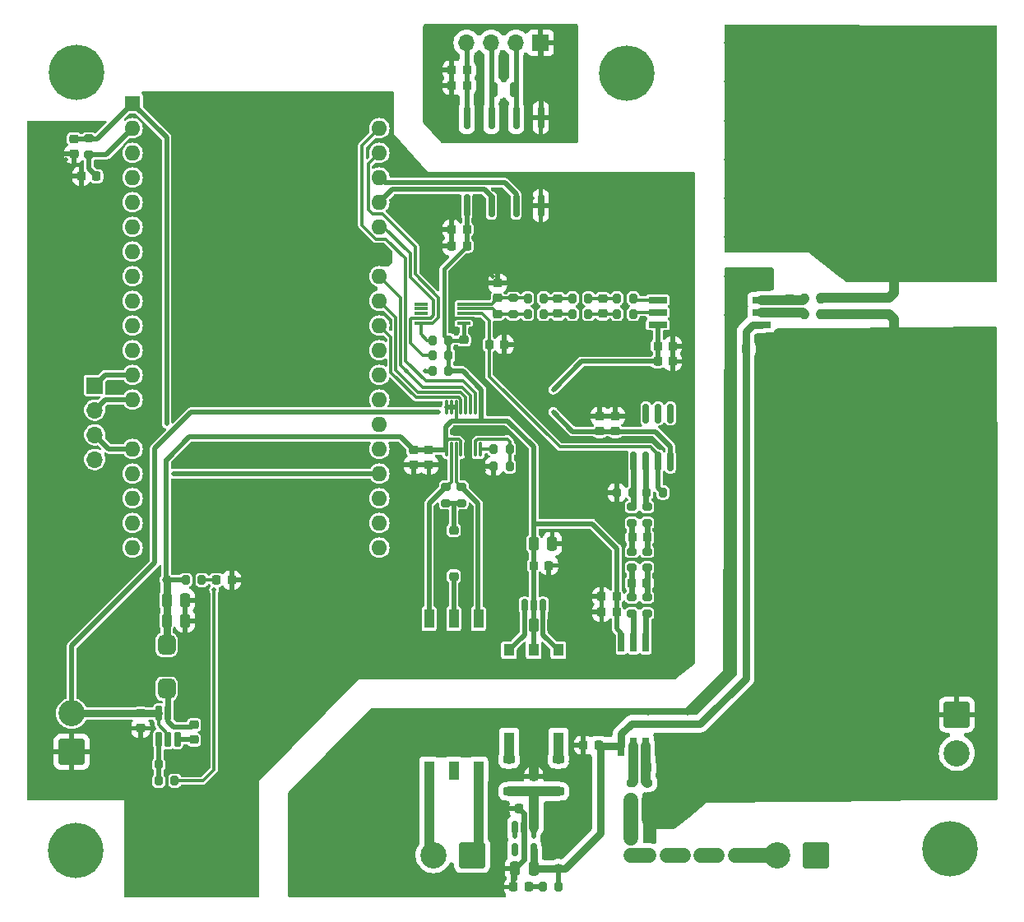
<source format=gbr>
%TF.GenerationSoftware,KiCad,Pcbnew,8.0.3*%
%TF.CreationDate,2024-06-10T17:44:00+09:00*%
%TF.ProjectId,ESP32_Master,45535033-325f-44d6-9173-7465722e6b69,rev?*%
%TF.SameCoordinates,Original*%
%TF.FileFunction,Copper,L1,Top*%
%TF.FilePolarity,Positive*%
%FSLAX46Y46*%
G04 Gerber Fmt 4.6, Leading zero omitted, Abs format (unit mm)*
G04 Created by KiCad (PCBNEW 8.0.3) date 2024-06-10 17:44:00*
%MOMM*%
%LPD*%
G01*
G04 APERTURE LIST*
G04 Aperture macros list*
%AMRoundRect*
0 Rectangle with rounded corners*
0 $1 Rounding radius*
0 $2 $3 $4 $5 $6 $7 $8 $9 X,Y pos of 4 corners*
0 Add a 4 corners polygon primitive as box body*
4,1,4,$2,$3,$4,$5,$6,$7,$8,$9,$2,$3,0*
0 Add four circle primitives for the rounded corners*
1,1,$1+$1,$2,$3*
1,1,$1+$1,$4,$5*
1,1,$1+$1,$6,$7*
1,1,$1+$1,$8,$9*
0 Add four rect primitives between the rounded corners*
20,1,$1+$1,$2,$3,$4,$5,0*
20,1,$1+$1,$4,$5,$6,$7,0*
20,1,$1+$1,$6,$7,$8,$9,0*
20,1,$1+$1,$8,$9,$2,$3,0*%
%AMOutline4P*
0 Free polygon, 4 corners , with rotation*
0 The origin of the aperture is its center*
0 number of corners: always 4*
0 $1 to $8 corner X, Y*
0 $9 Rotation angle, in degrees counterclockwise*
0 create outline with 4 corners*
4,1,4,$1,$2,$3,$4,$5,$6,$7,$8,$1,$2,$9*%
G04 Aperture macros list end*
%TA.AperFunction,SMDPad,CuDef*%
%ADD10RoundRect,0.200000X0.200000X0.275000X-0.200000X0.275000X-0.200000X-0.275000X0.200000X-0.275000X0*%
%TD*%
%TA.AperFunction,SMDPad,CuDef*%
%ADD11RoundRect,0.200000X-0.200000X-0.275000X0.200000X-0.275000X0.200000X0.275000X-0.200000X0.275000X0*%
%TD*%
%TA.AperFunction,SMDPad,CuDef*%
%ADD12RoundRect,0.218750X-0.218750X-0.256250X0.218750X-0.256250X0.218750X0.256250X-0.218750X0.256250X0*%
%TD*%
%TA.AperFunction,SMDPad,CuDef*%
%ADD13RoundRect,0.250000X-0.262500X-0.450000X0.262500X-0.450000X0.262500X0.450000X-0.262500X0.450000X0*%
%TD*%
%TA.AperFunction,ComponentPad*%
%ADD14RoundRect,0.250001X1.099999X1.099999X-1.099999X1.099999X-1.099999X-1.099999X1.099999X-1.099999X0*%
%TD*%
%TA.AperFunction,ComponentPad*%
%ADD15C,2.700000*%
%TD*%
%TA.AperFunction,SMDPad,CuDef*%
%ADD16RoundRect,0.162500X0.162500X-1.012500X0.162500X1.012500X-0.162500X1.012500X-0.162500X-1.012500X0*%
%TD*%
%TA.AperFunction,SMDPad,CuDef*%
%ADD17RoundRect,0.250000X0.450000X-0.262500X0.450000X0.262500X-0.450000X0.262500X-0.450000X-0.262500X0*%
%TD*%
%TA.AperFunction,ComponentPad*%
%ADD18R,20.000000X15.000000*%
%TD*%
%TA.AperFunction,ComponentPad*%
%ADD19Outline4P,-10.000000X-2.500000X10.000000X-2.500000X5.000000X2.500000X-5.000000X2.500000X0.000000*%
%TD*%
%TA.AperFunction,ComponentPad*%
%ADD20R,10.000000X6.000000*%
%TD*%
%TA.AperFunction,ComponentPad*%
%ADD21Outline4P,-10.000000X-2.500000X10.000000X-2.500000X5.000000X2.500000X-5.000000X2.500000X180.000000*%
%TD*%
%TA.AperFunction,SMDPad,CuDef*%
%ADD22RoundRect,0.225000X-0.250000X0.225000X-0.250000X-0.225000X0.250000X-0.225000X0.250000X0.225000X0*%
%TD*%
%TA.AperFunction,SMDPad,CuDef*%
%ADD23RoundRect,0.225000X0.225000X0.250000X-0.225000X0.250000X-0.225000X-0.250000X0.225000X-0.250000X0*%
%TD*%
%TA.AperFunction,SMDPad,CuDef*%
%ADD24RoundRect,0.250000X-0.250000X-0.475000X0.250000X-0.475000X0.250000X0.475000X-0.250000X0.475000X0*%
%TD*%
%TA.AperFunction,SMDPad,CuDef*%
%ADD25RoundRect,0.200000X0.275000X-0.200000X0.275000X0.200000X-0.275000X0.200000X-0.275000X-0.200000X0*%
%TD*%
%TA.AperFunction,ComponentPad*%
%ADD26C,5.700000*%
%TD*%
%TA.AperFunction,SMDPad,CuDef*%
%ADD27RoundRect,0.150000X-0.150000X0.825000X-0.150000X-0.825000X0.150000X-0.825000X0.150000X0.825000X0*%
%TD*%
%TA.AperFunction,SMDPad,CuDef*%
%ADD28RoundRect,0.225000X-0.225000X-0.250000X0.225000X-0.250000X0.225000X0.250000X-0.225000X0.250000X0*%
%TD*%
%TA.AperFunction,SMDPad,CuDef*%
%ADD29RoundRect,0.200000X-0.275000X0.200000X-0.275000X-0.200000X0.275000X-0.200000X0.275000X0.200000X0*%
%TD*%
%TA.AperFunction,SMDPad,CuDef*%
%ADD30RoundRect,0.225000X0.250000X-0.225000X0.250000X0.225000X-0.250000X0.225000X-0.250000X-0.225000X0*%
%TD*%
%TA.AperFunction,SMDPad,CuDef*%
%ADD31RoundRect,0.250000X0.262500X0.450000X-0.262500X0.450000X-0.262500X-0.450000X0.262500X-0.450000X0*%
%TD*%
%TA.AperFunction,SMDPad,CuDef*%
%ADD32RoundRect,0.075000X-0.075000X0.650000X-0.075000X-0.650000X0.075000X-0.650000X0.075000X0.650000X0*%
%TD*%
%TA.AperFunction,SMDPad,CuDef*%
%ADD33RoundRect,0.225000X0.375000X-0.225000X0.375000X0.225000X-0.375000X0.225000X-0.375000X-0.225000X0*%
%TD*%
%TA.AperFunction,ComponentPad*%
%ADD34R,1.700000X1.700000*%
%TD*%
%TA.AperFunction,ComponentPad*%
%ADD35O,1.700000X1.700000*%
%TD*%
%TA.AperFunction,SMDPad,CuDef*%
%ADD36R,0.640000X1.905000*%
%TD*%
%TA.AperFunction,SMDPad,CuDef*%
%ADD37RoundRect,0.150000X0.150000X-0.512500X0.150000X0.512500X-0.150000X0.512500X-0.150000X-0.512500X0*%
%TD*%
%TA.AperFunction,SMDPad,CuDef*%
%ADD38RoundRect,0.150000X-0.150000X0.512500X-0.150000X-0.512500X0.150000X-0.512500X0.150000X0.512500X0*%
%TD*%
%TA.AperFunction,ComponentPad*%
%ADD39R,1.600000X1.600000*%
%TD*%
%TA.AperFunction,ComponentPad*%
%ADD40O,1.600000X1.600000*%
%TD*%
%TA.AperFunction,ComponentPad*%
%ADD41RoundRect,0.250001X1.099999X-1.099999X1.099999X1.099999X-1.099999X1.099999X-1.099999X-1.099999X0*%
%TD*%
%TA.AperFunction,SMDPad,CuDef*%
%ADD42C,1.000000*%
%TD*%
%TA.AperFunction,SMDPad,CuDef*%
%ADD43R,1.020000X1.950000*%
%TD*%
%TA.AperFunction,SMDPad,CuDef*%
%ADD44R,1.100000X1.300000*%
%TD*%
%TA.AperFunction,SMDPad,CuDef*%
%ADD45RoundRect,0.150000X0.150000X-0.587500X0.150000X0.587500X-0.150000X0.587500X-0.150000X-0.587500X0*%
%TD*%
%TA.AperFunction,SMDPad,CuDef*%
%ADD46RoundRect,0.218750X0.218750X0.256250X-0.218750X0.256250X-0.218750X-0.256250X0.218750X-0.256250X0*%
%TD*%
%TA.AperFunction,SMDPad,CuDef*%
%ADD47RoundRect,0.250000X0.250000X0.475000X-0.250000X0.475000X-0.250000X-0.475000X0.250000X-0.475000X0*%
%TD*%
%TA.AperFunction,SMDPad,CuDef*%
%ADD48RoundRect,0.450000X0.450000X-0.550000X0.450000X0.550000X-0.450000X0.550000X-0.450000X-0.550000X0*%
%TD*%
%TA.AperFunction,ComponentPad*%
%ADD49RoundRect,0.250001X-1.099999X1.099999X-1.099999X-1.099999X1.099999X-1.099999X1.099999X1.099999X0*%
%TD*%
%TA.AperFunction,SMDPad,CuDef*%
%ADD50R,1.905000X0.640000*%
%TD*%
%TA.AperFunction,SMDPad,CuDef*%
%ADD51RoundRect,0.162500X-0.162500X0.617500X-0.162500X-0.617500X0.162500X-0.617500X0.162500X0.617500X0*%
%TD*%
%TA.AperFunction,SMDPad,CuDef*%
%ADD52R,1.400000X0.300000*%
%TD*%
%TA.AperFunction,ViaPad*%
%ADD53C,0.500000*%
%TD*%
%TA.AperFunction,ViaPad*%
%ADD54C,0.600000*%
%TD*%
%TA.AperFunction,Conductor*%
%ADD55C,0.500000*%
%TD*%
%TA.AperFunction,Conductor*%
%ADD56C,0.400000*%
%TD*%
%TA.AperFunction,Conductor*%
%ADD57C,0.300000*%
%TD*%
%TA.AperFunction,Conductor*%
%ADD58C,0.800000*%
%TD*%
%TA.AperFunction,Conductor*%
%ADD59C,1.000000*%
%TD*%
%TA.AperFunction,Conductor*%
%ADD60C,0.600000*%
%TD*%
%TA.AperFunction,Conductor*%
%ADD61C,1.500000*%
%TD*%
G04 APERTURE END LIST*
D10*
%TO.P,R17,1*%
%TO.N,/PowerMonitor/INN*%
X131725000Y-88300000D03*
%TO.P,R17,2*%
%TO.N,Net-(U2-VINN)*%
X130075000Y-88300000D03*
%TD*%
D11*
%TO.P,R47,1*%
%TO.N,Net-(U9-IBIAS)*%
X98075000Y-103800000D03*
%TO.P,R47,2*%
%TO.N,Net-(U9-ICMP)*%
X99725000Y-103800000D03*
%TD*%
D12*
%TO.P,D3,1,K*%
%TO.N,GNDA*%
X100097500Y-148900000D03*
%TO.P,D3,2,A*%
%TO.N,Net-(D3-A)*%
X101672500Y-148900000D03*
%TD*%
D13*
%TO.P,R15,1*%
%TO.N,Net-(R14-Pad2)*%
X112237500Y-141900000D03*
%TO.P,R15,2*%
%TO.N,GNDA*%
X114062500Y-141900000D03*
%TD*%
D14*
%TO.P,J7,1,Pin_1*%
%TO.N,unconnected-(J7-Pin_1-Pad1)*%
X131200000Y-145650000D03*
D15*
%TO.P,J7,2,Pin_2*%
%TO.N,/PowerMonitor/BAT+*%
X127240000Y-145650000D03*
%TD*%
D16*
%TO.P,U10,1,Vcc1*%
%TO.N,+3V3*%
X95300000Y-78750000D03*
%TO.P,U10,2,RXD*%
%TO.N,/CAN/CAN_RX*%
X97840000Y-78750000D03*
%TO.P,U10,3,TXD*%
%TO.N,/CAN/CAN_TX*%
X100380000Y-78750000D03*
%TO.P,U10,4,GND1*%
%TO.N,GND*%
X102920000Y-78750000D03*
%TO.P,U10,5,GND2*%
%TO.N,/CAN/CAN_GND*%
X102920000Y-69700000D03*
%TO.P,U10,6,CANL*%
%TO.N,/CAN/CANH*%
X100380000Y-69700000D03*
%TO.P,U10,7,CANH*%
%TO.N,/CAN/CANL*%
X97840000Y-69700000D03*
%TO.P,U10,8,Vcc2*%
%TO.N,/CAN/5V_CAN*%
X95300000Y-69700000D03*
%TD*%
D17*
%TO.P,R14,1*%
%TO.N,Net-(R12-Pad2)*%
X112200000Y-145650000D03*
%TO.P,R14,2*%
%TO.N,Net-(R14-Pad2)*%
X112200000Y-143825000D03*
%TD*%
D18*
%TO.P,R13,1*%
%TO.N,GNDA*%
X139275000Y-109900000D03*
D19*
X139275000Y-99900000D03*
D20*
X139275000Y-94400000D03*
%TO.P,R13,2*%
%TO.N,/PowerMonitor/INN*%
X139275000Y-83600000D03*
D21*
X139275000Y-78100000D03*
D18*
X139275000Y-68100000D03*
%TD*%
D22*
%TO.P,C19,1*%
%TO.N,GND*%
X98480000Y-86725000D03*
%TO.P,C19,2*%
%TO.N,/PowerMonitor/Vin+*%
X98480000Y-88275000D03*
%TD*%
%TO.P,C16,1*%
%TO.N,Net-(C16-Pad1)*%
X104695000Y-88325000D03*
%TO.P,C16,2*%
%TO.N,Net-(C16-Pad2)*%
X104695000Y-89875000D03*
%TD*%
D23*
%TO.P,C12,1*%
%TO.N,+3V3*%
X110730000Y-119000000D03*
%TO.P,C12,2*%
%TO.N,GND*%
X109180000Y-119000000D03*
%TD*%
D24*
%TO.P,C13,1*%
%TO.N,+3V3*%
X102200000Y-121900000D03*
%TO.P,C13,2*%
%TO.N,GND*%
X104100000Y-121900000D03*
%TD*%
D23*
%TO.P,C29,1*%
%TO.N,+3V3*%
X95300000Y-81200000D03*
%TO.P,C29,2*%
%TO.N,GND*%
X93750000Y-81200000D03*
%TD*%
D25*
%TO.P,R27,1*%
%TO.N,Net-(C15-Pad2)*%
X112305000Y-116025000D03*
%TO.P,R27,2*%
%TO.N,Net-(C17-Pad2)*%
X112305000Y-114375000D03*
%TD*%
D26*
%TO.P,J12,1,Pin_1*%
%TO.N,unconnected-(J12-Pin_1-Pad1)*%
X55000000Y-145100000D03*
%TD*%
D23*
%TO.P,C15,1*%
%TO.N,Net-(C15-Pad1)*%
X113830000Y-117600000D03*
%TO.P,C15,2*%
%TO.N,Net-(C15-Pad2)*%
X112280000Y-117600000D03*
%TD*%
D27*
%TO.P,U5,1*%
%TO.N,unconnected-(U5-Pad1)*%
X116265000Y-100145000D03*
%TO.P,U5,2,-*%
%TO.N,unconnected-(U5A---Pad2)*%
X114995000Y-100145000D03*
%TO.P,U5,3,+*%
%TO.N,unconnected-(U5A-+-Pad3)*%
X113725000Y-100145000D03*
%TO.P,U5,4,V-*%
%TO.N,GND*%
X112455000Y-100145000D03*
%TO.P,U5,5,+*%
%TO.N,Net-(U5B-+)*%
X112455000Y-105095000D03*
%TO.P,U5,6,-*%
%TO.N,Net-(U5B--)*%
X113725000Y-105095000D03*
%TO.P,U5,7*%
%TO.N,/PowerMonitor/VBAT_SENSE*%
X114995000Y-105095000D03*
%TO.P,U5,8,V+*%
%TO.N,+12V*%
X116265000Y-105095000D03*
%TD*%
D25*
%TO.P,R45,1*%
%TO.N,Net-(C35-Pad2)*%
X94750000Y-109365000D03*
%TO.P,R45,2*%
%TO.N,/MCU/IP*%
X94750000Y-107715000D03*
%TD*%
D28*
%TO.P,C7,1*%
%TO.N,Net-(U3-VINP)*%
X112325000Y-136600000D03*
%TO.P,C7,2*%
%TO.N,Net-(U3-VINN)*%
X113875000Y-136600000D03*
%TD*%
D25*
%TO.P,R26,1*%
%TO.N,Net-(C15-Pad1)*%
X113855000Y-116025000D03*
%TO.P,R26,2*%
%TO.N,Net-(C17-Pad1)*%
X113855000Y-114375000D03*
%TD*%
D29*
%TO.P,R22,1*%
%TO.N,Net-(C15-Pad1)*%
X113855000Y-119075000D03*
%TO.P,R22,2*%
%TO.N,Net-(U3-VOUTN)*%
X113855000Y-120725000D03*
%TD*%
D28*
%TO.P,C31,1*%
%TO.N,/CAN/CAN_GND*%
X93750000Y-66400000D03*
%TO.P,C31,2*%
%TO.N,/CAN/5V_CAN*%
X95300000Y-66400000D03*
%TD*%
%TO.P,C33,1*%
%TO.N,GND*%
X55625000Y-75725000D03*
%TO.P,C33,2*%
%TO.N,/MCU/NRST*%
X57175000Y-75725000D03*
%TD*%
%TO.P,C25,1*%
%TO.N,+3V3*%
X102200000Y-115800000D03*
%TO.P,C25,2*%
%TO.N,GND*%
X103750000Y-115800000D03*
%TD*%
D11*
%TO.P,R21,1*%
%TO.N,Net-(C14-Pad2)*%
X110770000Y-89900000D03*
%TO.P,R21,2*%
%TO.N,Net-(U2-VOUTP)*%
X112420000Y-89900000D03*
%TD*%
D30*
%TO.P,C4,1*%
%TO.N,Net-(U2-VINP)*%
X128500000Y-89875000D03*
%TO.P,C4,2*%
%TO.N,Net-(U2-VINN)*%
X128500000Y-88325000D03*
%TD*%
D24*
%TO.P,C27,1*%
%TO.N,+3V3*%
X102200000Y-113550000D03*
%TO.P,C27,2*%
%TO.N,GND*%
X104100000Y-113550000D03*
%TD*%
D31*
%TO.P,R12,1*%
%TO.N,Net-(R11-Pad2)*%
X115912500Y-145650000D03*
%TO.P,R12,2*%
%TO.N,Net-(R12-Pad2)*%
X114087500Y-145650000D03*
%TD*%
D32*
%TO.P,U9,1,EN*%
%TO.N,+3V3*%
X96700000Y-99540000D03*
%TO.P,U9,2,MOSI*%
%TO.N,/MCU/MOSI*%
X96200000Y-99540000D03*
%TO.P,U9,3,MISO*%
%TO.N,/MCU/MISO*%
X95700000Y-99540000D03*
%TO.P,U9,4,SCK*%
%TO.N,/MCU/SCK*%
X95200000Y-99540000D03*
%TO.P,U9,5,CSB*%
%TO.N,/MCU/SS*%
X94700000Y-99540000D03*
%TO.P,U9,6,Vcc0*%
%TO.N,+3V3*%
X94200000Y-99540000D03*
%TO.P,U9,7,POL*%
X93700000Y-99540000D03*
%TO.P,U9,8,PHA*%
X93200000Y-99540000D03*
%TO.P,U9,9,VCC*%
X93200000Y-103840000D03*
%TO.P,U9,10,IM*%
%TO.N,/MCU/IM*%
X93700000Y-103840000D03*
%TO.P,U9,11,IP*%
%TO.N,/MCU/IP*%
X94200000Y-103840000D03*
%TO.P,U9,12,MSTR*%
%TO.N,+3V3*%
X94700000Y-103840000D03*
%TO.P,U9,13,SLOW*%
%TO.N,GND*%
X95200000Y-103840000D03*
%TO.P,U9,14,GND*%
X95700000Y-103840000D03*
%TO.P,U9,15,ICMP*%
%TO.N,Net-(U9-ICMP)*%
X96200000Y-103840000D03*
%TO.P,U9,16,IBIAS*%
%TO.N,Net-(U9-IBIAS)*%
X96700000Y-103840000D03*
%TD*%
D33*
%TO.P,D5,1,K*%
%TO.N,Net-(D4-K)*%
X104730000Y-139050000D03*
%TO.P,D5,2,A*%
%TO.N,Net-(D5-A)*%
X104730000Y-135750000D03*
%TD*%
D34*
%TO.P,J2,1,Pin_1*%
%TO.N,/CAN/CAN_GND*%
X102900000Y-62000000D03*
D35*
%TO.P,J2,2,Pin_2*%
%TO.N,/CAN/CANH*%
X100360000Y-62000000D03*
%TO.P,J2,3,Pin_3*%
%TO.N,/CAN/CANL*%
X97820000Y-62000000D03*
%TO.P,J2,4,Pin_4*%
%TO.N,/CAN/5V_CAN*%
X95280000Y-62000000D03*
%TD*%
D11*
%TO.P,R30,1*%
%TO.N,/PowerMonitor/Vin+*%
X101570000Y-88300000D03*
%TO.P,R30,2*%
%TO.N,Net-(C16-Pad1)*%
X103220000Y-88300000D03*
%TD*%
D23*
%TO.P,C2,1*%
%TO.N,Net-(D4-K)*%
X102200000Y-140800000D03*
%TO.P,C2,2*%
%TO.N,GNDA*%
X100650000Y-140800000D03*
%TD*%
D10*
%TO.P,R35,1*%
%TO.N,+3V3*%
X93425000Y-92600000D03*
%TO.P,R35,2*%
%TO.N,/MCU/SCL*%
X91775000Y-92600000D03*
%TD*%
D25*
%TO.P,R28,1*%
%TO.N,Net-(C17-Pad1)*%
X113855000Y-111425000D03*
%TO.P,R28,2*%
%TO.N,Net-(U5B--)*%
X113855000Y-109775000D03*
%TD*%
D10*
%TO.P,R48,1*%
%TO.N,+3V3*%
X93425000Y-95800000D03*
%TO.P,R48,2*%
%TO.N,/MCU/MISO*%
X91775000Y-95800000D03*
%TD*%
D26*
%TO.P,J10,1,Pin_1*%
%TO.N,unconnected-(J10-Pin_1-Pad1)*%
X145000000Y-145000000D03*
%TD*%
D36*
%TO.P,U3,1,VDD1*%
%TO.N,/PowerMonitor/ISO+5V*%
X111195000Y-134447500D03*
%TO.P,U3,2,VINP*%
%TO.N,Net-(U3-VINP)*%
X112465000Y-134447500D03*
%TO.P,U3,3,VINN*%
%TO.N,Net-(U3-VINN)*%
X113735000Y-134447500D03*
%TO.P,U3,4,GND1*%
%TO.N,GNDA*%
X115005000Y-134447500D03*
%TO.P,U3,5,GND2*%
%TO.N,GND*%
X115005000Y-123752500D03*
%TO.P,U3,6,VOUTN*%
%TO.N,Net-(U3-VOUTN)*%
X113735000Y-123752500D03*
%TO.P,U3,7,VOUTP*%
%TO.N,Net-(U3-VOUTP)*%
X112465000Y-123752500D03*
%TO.P,U3,8,VDD2*%
%TO.N,+3V3*%
X111195000Y-123752500D03*
%TD*%
D34*
%TO.P,J6,1,Pin_1*%
%TO.N,/MCU/MTMS*%
X57000000Y-97260000D03*
D35*
%TO.P,J6,2,Pin_2*%
%TO.N,/MCU/MTDI*%
X57000000Y-99800000D03*
%TO.P,J6,3,Pin_3*%
%TO.N,/MCU/MTCK*%
X57000000Y-102340000D03*
%TO.P,J6,4,Pin_4*%
%TO.N,/MCU/MTDO*%
X57000000Y-104880000D03*
%TD*%
D24*
%TO.P,C24,1*%
%TO.N,+3V3*%
X64400000Y-121490000D03*
%TO.P,C24,2*%
%TO.N,GND*%
X66300000Y-121490000D03*
%TD*%
D37*
%TO.P,U4,1,D1*%
%TO.N,Net-(U4-D1)*%
X101250000Y-119927500D03*
%TO.P,U4,2,VCC*%
%TO.N,+3V3*%
X102200000Y-119927500D03*
%TO.P,U4,3,D2*%
%TO.N,Net-(U4-D2)*%
X103150000Y-119927500D03*
%TO.P,U4,4,GND*%
%TO.N,GND*%
X103150000Y-117652500D03*
%TO.P,U4,5,GND*%
X101250000Y-117652500D03*
%TD*%
D10*
%TO.P,R25,1*%
%TO.N,Net-(C14-Pad2)*%
X107820000Y-89900000D03*
%TO.P,R25,2*%
%TO.N,Net-(C16-Pad2)*%
X106170000Y-89900000D03*
%TD*%
D14*
%TO.P,J3,1,Pin_1*%
%TO.N,/PA*%
X95837500Y-145610000D03*
D15*
%TO.P,J3,2,Pin_2*%
%TO.N,/MA*%
X91877500Y-145610000D03*
%TD*%
D38*
%TO.P,U1,1,VIN*%
%TO.N,Net-(D4-K)*%
X102165000Y-142737500D03*
%TO.P,U1,2,GND*%
%TO.N,GNDA*%
X101215000Y-142737500D03*
%TO.P,U1,3,EN*%
%TO.N,Net-(D4-K)*%
X100265000Y-142737500D03*
%TO.P,U1,4,NC*%
%TO.N,unconnected-(U1-NC-Pad4)*%
X100265000Y-145012500D03*
%TO.P,U1,5,VOUT*%
%TO.N,/PowerMonitor/ISO+5V*%
X102165000Y-145012500D03*
%TD*%
D25*
%TO.P,R19,1*%
%TO.N,Net-(R14-Pad2)*%
X112300000Y-139825000D03*
%TO.P,R19,2*%
%TO.N,Net-(U3-VINP)*%
X112300000Y-138175000D03*
%TD*%
D23*
%TO.P,C18,1*%
%TO.N,GND*%
X99175000Y-93050000D03*
%TO.P,C18,2*%
%TO.N,/PowerMonitor/VBAT_SENSE*%
X97625000Y-93050000D03*
%TD*%
D39*
%TO.P,U8,1,3V3*%
%TO.N,+3V3*%
X60900000Y-68240000D03*
D40*
%TO.P,U8,2,EN*%
%TO.N,/MCU/NRST*%
X60900000Y-70780000D03*
%TO.P,U8,3,SENSOR_VP*%
%TO.N,unconnected-(U8-SENSOR_VP-Pad3)*%
X60900000Y-73320000D03*
%TO.P,U8,4,SENSOR_VN*%
%TO.N,unconnected-(U8-SENSOR_VN-Pad4)*%
X60900000Y-75860000D03*
%TO.P,U8,5,IO34*%
%TO.N,unconnected-(U8-IO34-Pad5)*%
X60900000Y-78400000D03*
%TO.P,U8,6,IO35*%
%TO.N,unconnected-(U8-IO35-Pad6)*%
X60900000Y-80940000D03*
%TO.P,U8,7,IO32*%
%TO.N,unconnected-(U8-IO32-Pad7)*%
X60900000Y-83480000D03*
%TO.P,U8,8,IO33*%
%TO.N,unconnected-(U8-IO33-Pad8)*%
X60900000Y-86020000D03*
%TO.P,U8,9,IO25*%
%TO.N,unconnected-(U8-IO25-Pad9)*%
X60900000Y-88560000D03*
%TO.P,U8,10,IO26*%
%TO.N,unconnected-(U8-IO26-Pad10)*%
X60900000Y-91100000D03*
%TO.P,U8,11,IO27*%
%TO.N,unconnected-(U8-IO27-Pad11)*%
X60900000Y-93640000D03*
%TO.P,U8,12,IO14*%
%TO.N,/MCU/MTMS*%
X60900000Y-96180000D03*
%TO.P,U8,13,IO12*%
%TO.N,/MCU/MTDI*%
X60900000Y-98720000D03*
%TO.P,U8,14,GND*%
%TO.N,GND*%
X60900000Y-101260000D03*
%TO.P,U8,15,IO13*%
%TO.N,/MCU/MTCK*%
X60900000Y-103800000D03*
%TO.P,U8,16,SD2*%
%TO.N,unconnected-(U8-SD2-Pad16)*%
X60900000Y-106340000D03*
%TO.P,U8,17,SD3*%
%TO.N,unconnected-(U8-SD3-Pad17)*%
X60900000Y-108880000D03*
%TO.P,U8,18,CMD*%
%TO.N,unconnected-(U8-CMD-Pad18)*%
X60900000Y-111420000D03*
%TO.P,U8,19,5V*%
%TO.N,+5V*%
X60900000Y-113960000D03*
%TO.P,U8,20,CLK*%
%TO.N,unconnected-(U8-CLK-Pad20)*%
X86300000Y-113960000D03*
%TO.P,U8,21,SD0*%
%TO.N,unconnected-(U8-SD0-Pad21)*%
X86300000Y-111420000D03*
%TO.P,U8,22,SD1*%
%TO.N,unconnected-(U8-SD1-Pad22)*%
X86300000Y-108880000D03*
%TO.P,U8,23,IO15*%
%TO.N,/MCU/MTDO*%
X86300000Y-106340000D03*
%TO.P,U8,24,IO2*%
%TO.N,unconnected-(U8-IO2-Pad24)*%
X86300000Y-103800000D03*
%TO.P,U8,25,IO0*%
%TO.N,/MCU/Boot*%
X86300000Y-101260000D03*
%TO.P,U8,26,IO4*%
%TO.N,unconnected-(U8-IO4-Pad26)*%
X86300000Y-98720000D03*
%TO.P,U8,27,IO16*%
%TO.N,unconnected-(U8-IO16-Pad27)*%
X86300000Y-96180000D03*
%TO.P,U8,28,IO17*%
%TO.N,unconnected-(U8-IO17-Pad28)*%
X86300000Y-93640000D03*
%TO.P,U8,29,IO5*%
%TO.N,/MCU/SS*%
X86300000Y-91100000D03*
%TO.P,U8,30,IO18*%
%TO.N,/MCU/SCK*%
X86300000Y-88560000D03*
%TO.P,U8,31,IO19*%
%TO.N,/MCU/MISO*%
X86300000Y-86020000D03*
%TO.P,U8,32,GND*%
%TO.N,GND*%
X86300000Y-83480000D03*
%TO.P,U8,33,IO21*%
%TO.N,/MCU/SDA*%
X86300000Y-80940000D03*
%TO.P,U8,34,RXD0*%
%TO.N,/CAN/CAN_RX*%
X86300000Y-78400000D03*
%TO.P,U8,35,TXD0*%
%TO.N,/CAN/CAN_TX*%
X86300000Y-75860000D03*
%TO.P,U8,36,IO22*%
%TO.N,/MCU/SCL*%
X86300000Y-73320000D03*
%TO.P,U8,37,IO23*%
%TO.N,/MCU/MOSI*%
X86300000Y-70780000D03*
%TO.P,U8,38,GND*%
%TO.N,GND*%
X86300000Y-68240000D03*
%TD*%
D41*
%TO.P,J1,1,Pin_1*%
%TO.N,GND*%
X54630000Y-134980000D03*
D15*
%TO.P,J1,2,Pin_2*%
%TO.N,+12V*%
X54630000Y-131020000D03*
%TD*%
D23*
%TO.P,C17,1*%
%TO.N,Net-(C17-Pad1)*%
X113880000Y-112900000D03*
%TO.P,C17,2*%
%TO.N,Net-(C17-Pad2)*%
X112330000Y-112900000D03*
%TD*%
D30*
%TO.P,C32,1*%
%TO.N,GND*%
X54850000Y-73450000D03*
%TO.P,C32,2*%
%TO.N,+3V3*%
X54850000Y-71900000D03*
%TD*%
D29*
%TO.P,R43,1*%
%TO.N,+3V3*%
X56400000Y-71850000D03*
%TO.P,R43,2*%
%TO.N,/MCU/NRST*%
X56400000Y-73500000D03*
%TD*%
%TO.P,R18,1*%
%TO.N,Net-(U3-VINN)*%
X113900000Y-138175000D03*
%TO.P,R18,2*%
%TO.N,GNDA*%
X113900000Y-139825000D03*
%TD*%
D42*
%TO.P,TP1,1,1*%
%TO.N,/PowerMonitor/ISO+5V*%
X104725000Y-147000000D03*
%TD*%
D11*
%TO.P,R38,1*%
%TO.N,Net-(U7-FB)*%
X63587500Y-136270000D03*
%TO.P,R38,2*%
%TO.N,GND*%
X65237500Y-136270000D03*
%TD*%
D26*
%TO.P,J11,1,Pin_1*%
%TO.N,unconnected-(J11-Pin_1-Pad1)*%
X55100000Y-65042500D03*
%TD*%
D10*
%TO.P,R24,1*%
%TO.N,Net-(C14-Pad1)*%
X107820000Y-88300000D03*
%TO.P,R24,2*%
%TO.N,Net-(C16-Pad1)*%
X106170000Y-88300000D03*
%TD*%
D43*
%TO.P,TR2,1,1*%
%TO.N,/MCU/IP*%
X96490000Y-121280000D03*
%TO.P,TR2,2,2*%
%TO.N,Net-(C34-Pad1)*%
X93950000Y-121280000D03*
%TO.P,TR2,3,3*%
%TO.N,/MCU/IM*%
X91410000Y-121280000D03*
%TO.P,TR2,4,4*%
%TO.N,/PA*%
X96490000Y-136920000D03*
%TO.P,TR2,5,5*%
%TO.N,unconnected-(TR2-Pad5)*%
X93950000Y-136920000D03*
%TO.P,TR2,6,6*%
%TO.N,/MA*%
X91410000Y-136920000D03*
%TD*%
D44*
%TO.P,TR1,1,1*%
%TO.N,Net-(U4-D2)*%
X104730000Y-124510000D03*
%TO.P,TR1,2,2*%
%TO.N,+3V3*%
X102190000Y-124510000D03*
%TO.P,TR1,3,3*%
%TO.N,Net-(U4-D1)*%
X99650000Y-124510000D03*
%TO.P,TR1,4,4*%
%TO.N,Net-(D4-A)*%
X99650000Y-133650000D03*
%TO.P,TR1,5,5*%
%TO.N,GNDA*%
X102190000Y-133650000D03*
%TO.P,TR1,6,6*%
%TO.N,Net-(D5-A)*%
X104730000Y-133650000D03*
%TD*%
D29*
%TO.P,R23,1*%
%TO.N,Net-(C15-Pad2)*%
X112305000Y-119075000D03*
%TO.P,R23,2*%
%TO.N,Net-(U3-VOUTP)*%
X112305000Y-120725000D03*
%TD*%
D30*
%TO.P,C26,1*%
%TO.N,Net-(D4-K)*%
X102190000Y-139050000D03*
%TO.P,C26,2*%
%TO.N,GNDA*%
X102190000Y-137500000D03*
%TD*%
D23*
%TO.P,C6,1*%
%TO.N,/PowerMonitor/ISO+5V*%
X108850000Y-134300000D03*
%TO.P,C6,2*%
%TO.N,GNDA*%
X107300000Y-134300000D03*
%TD*%
D24*
%TO.P,C10,1*%
%TO.N,+3V3*%
X64400000Y-119390000D03*
%TO.P,C10,2*%
%TO.N,GND*%
X66300000Y-119390000D03*
%TD*%
D22*
%TO.P,C14,1*%
%TO.N,Net-(C14-Pad1)*%
X109295000Y-88325000D03*
%TO.P,C14,2*%
%TO.N,Net-(C14-Pad2)*%
X109295000Y-89875000D03*
%TD*%
D23*
%TO.P,C22,1*%
%TO.N,+3V3*%
X95300000Y-82900000D03*
%TO.P,C22,2*%
%TO.N,GND*%
X93750000Y-82900000D03*
%TD*%
D30*
%TO.P,C34,1*%
%TO.N,Net-(C34-Pad1)*%
X93950000Y-116915000D03*
%TO.P,C34,2*%
%TO.N,GND*%
X93950000Y-115365000D03*
%TD*%
D45*
%TO.P,D2,1,K*%
%TO.N,/CAN/CANL*%
X98150000Y-66837500D03*
%TO.P,D2,2,K*%
%TO.N,/CAN/CANH*%
X100050000Y-66837500D03*
%TO.P,D2,3,A*%
%TO.N,/CAN/CAN_GND*%
X99100000Y-64962500D03*
%TD*%
D23*
%TO.P,C5,1*%
%TO.N,/PowerMonitor/ISO+5V*%
X124075000Y-93500000D03*
%TO.P,C5,2*%
%TO.N,GNDA*%
X122525000Y-93500000D03*
%TD*%
D30*
%TO.P,C35,1*%
%TO.N,GND*%
X93950000Y-113715000D03*
%TO.P,C35,2*%
%TO.N,Net-(C35-Pad2)*%
X93950000Y-112165000D03*
%TD*%
D10*
%TO.P,R36,1*%
%TO.N,+3V3*%
X93425000Y-94200000D03*
%TO.P,R36,2*%
%TO.N,/MCU/SDA*%
X91775000Y-94200000D03*
%TD*%
D46*
%TO.P,D1,1,K*%
%TO.N,GND*%
X71087500Y-117290000D03*
%TO.P,D1,2,A*%
%TO.N,Net-(D1-A)*%
X69512500Y-117290000D03*
%TD*%
D31*
%TO.P,R11,1*%
%TO.N,Net-(R11-Pad1)*%
X119412500Y-145650000D03*
%TO.P,R11,2*%
%TO.N,Net-(R11-Pad2)*%
X117587500Y-145650000D03*
%TD*%
D10*
%TO.P,R1,1*%
%TO.N,Net-(D1-A)*%
X68025000Y-117290000D03*
%TO.P,R1,2*%
%TO.N,+3V3*%
X66375000Y-117290000D03*
%TD*%
D47*
%TO.P,C1,1*%
%TO.N,/PowerMonitor/ISO+5V*%
X102165000Y-147025000D03*
%TO.P,C1,2*%
%TO.N,GNDA*%
X100265000Y-147025000D03*
%TD*%
D48*
%TO.P,L1,1,1*%
%TO.N,Net-(U7-SW)*%
X64400000Y-128490000D03*
%TO.P,L1,2,2*%
%TO.N,+3V3*%
X64400000Y-123990000D03*
%TD*%
D11*
%TO.P,R34,1*%
%TO.N,Net-(U5B--)*%
X113830000Y-108300000D03*
%TO.P,R34,2*%
%TO.N,/PowerMonitor/VBAT_SENSE*%
X115480000Y-108300000D03*
%TD*%
D29*
%TO.P,R32,1*%
%TO.N,/PowerMonitor/Vin+*%
X100100000Y-88275000D03*
%TO.P,R32,2*%
%TO.N,/PowerMonitor/Vin-*%
X100100000Y-89925000D03*
%TD*%
D33*
%TO.P,D4,1,K*%
%TO.N,Net-(D4-K)*%
X99650000Y-139050000D03*
%TO.P,D4,2,A*%
%TO.N,Net-(D4-A)*%
X99650000Y-135750000D03*
%TD*%
D22*
%TO.P,C71,1*%
%TO.N,GND*%
X109000000Y-100425000D03*
%TO.P,C71,2*%
%TO.N,+12V*%
X109000000Y-101975000D03*
%TD*%
D10*
%TO.P,R33,1*%
%TO.N,Net-(U5B-+)*%
X112380000Y-108300000D03*
%TO.P,R33,2*%
%TO.N,GND*%
X110730000Y-108300000D03*
%TD*%
D30*
%TO.P,C20,1*%
%TO.N,GND*%
X98500000Y-91450000D03*
%TO.P,C20,2*%
%TO.N,/PowerMonitor/Vin-*%
X98500000Y-89900000D03*
%TD*%
D49*
%TO.P,J8,1,Pin_1*%
%TO.N,GNDA*%
X145750000Y-131142500D03*
D15*
%TO.P,J8,2,Pin_2*%
%TO.N,unconnected-(J8-Pin_2-Pad2)*%
X145750000Y-135102500D03*
%TD*%
D50*
%TO.P,U2,1,VDD1*%
%TO.N,/PowerMonitor/ISO+5V*%
X125647500Y-91005000D03*
%TO.P,U2,2,VINP*%
%TO.N,Net-(U2-VINP)*%
X125647500Y-89735000D03*
%TO.P,U2,3,VINN*%
%TO.N,Net-(U2-VINN)*%
X125647500Y-88465000D03*
%TO.P,U2,4,GND1*%
%TO.N,GNDA*%
X125647500Y-87195000D03*
%TO.P,U2,5,GND2*%
%TO.N,GND*%
X114952500Y-87195000D03*
%TO.P,U2,6,VOUTN*%
%TO.N,Net-(U2-VOUTN)*%
X114952500Y-88465000D03*
%TO.P,U2,7,VOUTP*%
%TO.N,Net-(U2-VOUTP)*%
X114952500Y-89735000D03*
%TO.P,U2,8,VDD2*%
%TO.N,+3V3*%
X114952500Y-91005000D03*
%TD*%
D25*
%TO.P,R29,1*%
%TO.N,Net-(C17-Pad2)*%
X112305000Y-111425000D03*
%TO.P,R29,2*%
%TO.N,Net-(U5B-+)*%
X112305000Y-109775000D03*
%TD*%
D29*
%TO.P,R46,1*%
%TO.N,/MCU/IM*%
X93150000Y-107715000D03*
%TO.P,R46,2*%
%TO.N,Net-(C35-Pad2)*%
X93150000Y-109365000D03*
%TD*%
D22*
%TO.P,C28,1*%
%TO.N,Net-(U7-SW)*%
X67222500Y-132195000D03*
%TO.P,C28,2*%
%TO.N,Net-(U7-CB)*%
X67222500Y-133745000D03*
%TD*%
D31*
%TO.P,R9,1*%
%TO.N,/PowerMonitor/BAT+*%
X122912500Y-145650000D03*
%TO.P,R9,2*%
%TO.N,Net-(R11-Pad1)*%
X121087500Y-145650000D03*
%TD*%
D51*
%TO.P,U7,1,GND*%
%TO.N,GND*%
X65502500Y-131020000D03*
%TO.P,U7,2,SW*%
%TO.N,Net-(U7-SW)*%
X64552500Y-131020000D03*
%TO.P,U7,3,VIN*%
%TO.N,+12V*%
X63602500Y-131020000D03*
%TO.P,U7,4,FB*%
%TO.N,Net-(U7-FB)*%
X63602500Y-133720000D03*
%TO.P,U7,5,EN*%
%TO.N,+12V*%
X64552500Y-133720000D03*
%TO.P,U7,6,CB*%
%TO.N,Net-(U7-CB)*%
X65502500Y-133720000D03*
%TD*%
D11*
%TO.P,R10,1*%
%TO.N,Net-(D3-A)*%
X103100000Y-148900000D03*
%TO.P,R10,2*%
%TO.N,/PowerMonitor/ISO+5V*%
X104750000Y-148900000D03*
%TD*%
D10*
%TO.P,R16,1*%
%TO.N,GNDA*%
X131725000Y-89900000D03*
%TO.P,R16,2*%
%TO.N,Net-(U2-VINP)*%
X130075000Y-89900000D03*
%TD*%
D30*
%TO.P,C23,1*%
%TO.N,+12V*%
X110600000Y-101975000D03*
%TO.P,C23,2*%
%TO.N,GND*%
X110600000Y-100425000D03*
%TD*%
D10*
%TO.P,R44,1*%
%TO.N,Net-(U9-ICMP)*%
X99725000Y-105600000D03*
%TO.P,R44,2*%
%TO.N,GND*%
X98075000Y-105600000D03*
%TD*%
D26*
%TO.P,J9,1,Pin_1*%
%TO.N,unconnected-(J9-Pin_1-Pad1)*%
X111800000Y-65100000D03*
%TD*%
D28*
%TO.P,C8,1*%
%TO.N,+3V3*%
X114950000Y-93200000D03*
%TO.P,C8,2*%
%TO.N,GND*%
X116500000Y-93200000D03*
%TD*%
D52*
%TO.P,U6,1,A1*%
%TO.N,unconnected-(U6-A1-Pad1)*%
X90600000Y-88875000D03*
%TO.P,U6,2,A0*%
%TO.N,unconnected-(U6-A0-Pad2)*%
X90600000Y-89375000D03*
%TO.P,U6,3,~{Alert}*%
%TO.N,unconnected-(U6-~{Alert}-Pad3)*%
X90600000Y-89875000D03*
%TO.P,U6,4,SDA*%
%TO.N,/MCU/SDA*%
X90600000Y-90375000D03*
%TO.P,U6,5,SCL*%
%TO.N,/MCU/SCL*%
X90600000Y-90875000D03*
%TO.P,U6,6,Vs*%
%TO.N,+3V3*%
X95000000Y-90875000D03*
%TO.P,U6,7,GND*%
%TO.N,GND*%
X95000000Y-90375000D03*
%TO.P,U6,8,Vbus*%
%TO.N,/PowerMonitor/VBAT_SENSE*%
X95000000Y-89875000D03*
%TO.P,U6,9,Vin-*%
%TO.N,/PowerMonitor/Vin-*%
X95000000Y-89375000D03*
%TO.P,U6,10,Vin+*%
%TO.N,/PowerMonitor/Vin+*%
X95000000Y-88875000D03*
%TD*%
D11*
%TO.P,R20,1*%
%TO.N,Net-(C14-Pad1)*%
X110770000Y-88300000D03*
%TO.P,R20,2*%
%TO.N,Net-(U2-VOUTN)*%
X112420000Y-88300000D03*
%TD*%
D22*
%TO.P,C3,1*%
%TO.N,+12V*%
X61732500Y-131010000D03*
%TO.P,C3,2*%
%TO.N,GND*%
X61732500Y-132560000D03*
%TD*%
D28*
%TO.P,C11,1*%
%TO.N,+3V3*%
X114950000Y-94800000D03*
%TO.P,C11,2*%
%TO.N,GND*%
X116500000Y-94800000D03*
%TD*%
D42*
%TO.P,TP2,1,1*%
%TO.N,+3V3*%
X64400000Y-117290000D03*
%TD*%
D23*
%TO.P,C30,1*%
%TO.N,/CAN/5V_CAN*%
X95300000Y-64800000D03*
%TO.P,C30,2*%
%TO.N,/CAN/CAN_GND*%
X93750000Y-64800000D03*
%TD*%
D11*
%TO.P,R31,1*%
%TO.N,/PowerMonitor/Vin-*%
X101570000Y-89900000D03*
%TO.P,R31,2*%
%TO.N,Net-(C16-Pad2)*%
X103220000Y-89900000D03*
%TD*%
D22*
%TO.P,C37,1*%
%TO.N,+3V3*%
X91400000Y-103900000D03*
%TO.P,C37,2*%
%TO.N,GND*%
X91400000Y-105450000D03*
%TD*%
D30*
%TO.P,C21,1*%
%TO.N,GND*%
X95000000Y-94125000D03*
%TO.P,C21,2*%
%TO.N,+3V3*%
X95000000Y-92575000D03*
%TD*%
D11*
%TO.P,R37,1*%
%TO.N,Net-(U7-FB)*%
X63587500Y-137970000D03*
%TO.P,R37,2*%
%TO.N,+3V3*%
X65237500Y-137970000D03*
%TD*%
D30*
%TO.P,C36,1*%
%TO.N,GND*%
X89800000Y-105450000D03*
%TO.P,C36,2*%
%TO.N,+3V3*%
X89800000Y-103900000D03*
%TD*%
D23*
%TO.P,C9,1*%
%TO.N,+3V3*%
X110730000Y-120600000D03*
%TO.P,C9,2*%
%TO.N,GND*%
X109180000Y-120600000D03*
%TD*%
D53*
%TO.N,+3V3*%
X69300000Y-118300000D03*
X64400000Y-104900000D03*
X64400000Y-118300000D03*
X96800000Y-97700000D03*
X64400000Y-101200000D03*
X104200000Y-97700000D03*
%TO.N,Net-(D4-K)*%
X102160000Y-143670000D03*
X100270000Y-143670000D03*
%TO.N,GND*%
X92500000Y-112000000D03*
X106000000Y-86000000D03*
X102000000Y-126000000D03*
X70000000Y-146000000D03*
X90000000Y-78000000D03*
X78000000Y-74000000D03*
X74000000Y-134000000D03*
X98000000Y-114000000D03*
X96000000Y-93000000D03*
X112000000Y-103000000D03*
X62000000Y-126000000D03*
X90000000Y-118000000D03*
X67000000Y-137000000D03*
X54000000Y-106000000D03*
X54000000Y-98000000D03*
X98000000Y-82000000D03*
X54000000Y-110000000D03*
X98000000Y-112000000D03*
X66000000Y-78000000D03*
X54000000Y-90000000D03*
X66000000Y-86000000D03*
X74000000Y-70000000D03*
X66000000Y-90000000D03*
X86000000Y-118000000D03*
X78000000Y-90000000D03*
X86000000Y-126000000D03*
X70000000Y-138000000D03*
X74000000Y-98000000D03*
X118000000Y-110000000D03*
X102000000Y-86000000D03*
X58000000Y-134000000D03*
X54000000Y-118000000D03*
X70000000Y-110000000D03*
X54000000Y-86000000D03*
X94000000Y-80000000D03*
X78000000Y-114000000D03*
X95500000Y-118000000D03*
X106000000Y-82000000D03*
X54000000Y-138000000D03*
X78000000Y-126000000D03*
X66000000Y-114000000D03*
X70000000Y-98000000D03*
X92000000Y-80000000D03*
X58000000Y-138000000D03*
X66000000Y-130000000D03*
X97000000Y-106000000D03*
X82000000Y-98000000D03*
X74000000Y-114000000D03*
X102000000Y-78000000D03*
X74000000Y-86000000D03*
X54000000Y-78000000D03*
X95500000Y-112000000D03*
X98000000Y-102000000D03*
X82000000Y-86000000D03*
X66000000Y-74000000D03*
X90000000Y-126000000D03*
X74000000Y-90000000D03*
X118000000Y-126000000D03*
X95500000Y-114000000D03*
X118000000Y-94000000D03*
X82000000Y-118000000D03*
X118000000Y-102000000D03*
X70000000Y-78000000D03*
X54000000Y-114000000D03*
X106000000Y-110000000D03*
X70000000Y-70000000D03*
X94000000Y-86000000D03*
X98000000Y-122000000D03*
X78000000Y-78000000D03*
X110000000Y-98000000D03*
X70000000Y-86000000D03*
X74000000Y-126000000D03*
X110000000Y-110000000D03*
X66000000Y-70000000D03*
X58000000Y-78000000D03*
X68000000Y-135000000D03*
X118000000Y-86000000D03*
X110000000Y-118000000D03*
X94000000Y-78000000D03*
X110000000Y-78000000D03*
X78000000Y-110000000D03*
X114000000Y-126000000D03*
X98000000Y-108000000D03*
X106000000Y-106000000D03*
X92000000Y-86000000D03*
X66000000Y-146000000D03*
X118000000Y-78000000D03*
X92000000Y-78000000D03*
X62000000Y-146000000D03*
X106000000Y-122000000D03*
X96000000Y-95000000D03*
X62000000Y-142000000D03*
X58000000Y-114000000D03*
X99000000Y-102000000D03*
X92500000Y-114000000D03*
X114000000Y-103000000D03*
X101000000Y-101000000D03*
X82000000Y-74000000D03*
X100000000Y-108000000D03*
X106000000Y-98000000D03*
X70000000Y-134000000D03*
X98000000Y-126000000D03*
X90000000Y-122000000D03*
X54000000Y-82000000D03*
X66000000Y-82000000D03*
X67000000Y-136000000D03*
X90000000Y-80000000D03*
X78000000Y-130000000D03*
X94000000Y-126000000D03*
X62000000Y-138000000D03*
X58000000Y-122000000D03*
X74000000Y-94000000D03*
X106000000Y-114000000D03*
X118000000Y-90000000D03*
X106000000Y-118000000D03*
X78000000Y-82000000D03*
X70000000Y-126000000D03*
X70000000Y-74000000D03*
X82000000Y-110000000D03*
X58000000Y-86000000D03*
X78000000Y-70000000D03*
X74000000Y-74000000D03*
X118000000Y-82000000D03*
X70000000Y-130000000D03*
X82000000Y-90000000D03*
X74000000Y-82000000D03*
X100000000Y-110000000D03*
X98000000Y-118000000D03*
X106000000Y-103000000D03*
X82000000Y-122000000D03*
X67000000Y-135000000D03*
X92000000Y-82000000D03*
X58000000Y-110000000D03*
X70000000Y-122000000D03*
X82000000Y-114000000D03*
X102000000Y-94000000D03*
X96000000Y-92000000D03*
X58000000Y-126000000D03*
X100000000Y-112000000D03*
X74000000Y-110000000D03*
X118000000Y-106000000D03*
X118000000Y-118000000D03*
X66000000Y-142000000D03*
X70000000Y-142000000D03*
X74000000Y-118000000D03*
X110000000Y-122000000D03*
X118000000Y-114000000D03*
X66000000Y-94000000D03*
X82000000Y-82000000D03*
X102000000Y-82000000D03*
X74000000Y-130000000D03*
X118000000Y-122000000D03*
X74000000Y-78000000D03*
X68000000Y-136000000D03*
X92500000Y-118000000D03*
X110000000Y-103000000D03*
X82000000Y-70000000D03*
X66000000Y-126000000D03*
X102000000Y-99000000D03*
X95000000Y-102000000D03*
X58000000Y-130000000D03*
X96000000Y-94000000D03*
X66000000Y-98000000D03*
X98000000Y-110000000D03*
X62000000Y-130000000D03*
X114000000Y-94000000D03*
X95500000Y-110500000D03*
X94000000Y-102000000D03*
X90000000Y-110000000D03*
X70000000Y-114000000D03*
X106000000Y-94000000D03*
X97000000Y-102000000D03*
X104000000Y-101000000D03*
X104000000Y-99000000D03*
X110000000Y-106000000D03*
X70000000Y-90000000D03*
X78000000Y-86000000D03*
X114000000Y-98000000D03*
X95000000Y-106000000D03*
X58000000Y-118000000D03*
X62000000Y-118000000D03*
X114000000Y-86000000D03*
X110000000Y-126000000D03*
X66000000Y-110000000D03*
X78000000Y-94000000D03*
X82000000Y-78000000D03*
X78000000Y-118000000D03*
X96000000Y-106000000D03*
X82000000Y-126000000D03*
X96000000Y-102000000D03*
X78000000Y-98000000D03*
X92500000Y-110500000D03*
X70000000Y-94000000D03*
X110000000Y-82000000D03*
X106000000Y-126000000D03*
X102000000Y-102000000D03*
X54000000Y-94000000D03*
X92000000Y-84000000D03*
X78000000Y-122000000D03*
X54000000Y-102000000D03*
X86000000Y-122000000D03*
X114000000Y-82000000D03*
X114000000Y-78000000D03*
X106000000Y-78000000D03*
X70000000Y-82000000D03*
X110000000Y-94000000D03*
X54000000Y-122000000D03*
X118000000Y-98000000D03*
X58000000Y-94000000D03*
X90000000Y-114000000D03*
X58000000Y-82000000D03*
X62000000Y-122000000D03*
X82000000Y-94000000D03*
X62000000Y-134000000D03*
X100000000Y-114000000D03*
X58000000Y-90000000D03*
X98000000Y-86000000D03*
X110000000Y-86000000D03*
X54000000Y-74000000D03*
X58000000Y-106000000D03*
%TO.N,GNDA*%
X122000000Y-98000000D03*
X106000000Y-144000000D03*
X94000000Y-134000000D03*
X126000000Y-134000000D03*
X98000000Y-134000000D03*
X126000000Y-122000000D03*
X126000000Y-106000000D03*
X134000000Y-130000000D03*
X126000000Y-102000000D03*
X142000000Y-134000000D03*
X122000000Y-86000000D03*
X86000000Y-131000000D03*
X130000000Y-130000000D03*
X82000000Y-146000000D03*
X134000000Y-126000000D03*
X122000000Y-138000000D03*
X106000000Y-142000000D03*
X106000000Y-131000000D03*
X82000000Y-138000000D03*
X118000000Y-134000000D03*
X146000000Y-118000000D03*
X134000000Y-138000000D03*
X130000000Y-98000000D03*
X86000000Y-138000000D03*
X130000000Y-126000000D03*
X130000000Y-134000000D03*
X104000000Y-142000000D03*
X98000000Y-138000000D03*
X114000000Y-131000000D03*
X130000000Y-138000000D03*
X98000000Y-146000000D03*
X142000000Y-138000000D03*
X146000000Y-138000000D03*
X106000000Y-136000000D03*
X142000000Y-118000000D03*
X118000000Y-138000000D03*
X78000000Y-142000000D03*
X122000000Y-126000000D03*
X122000000Y-118000000D03*
X86000000Y-134000000D03*
X126000000Y-130000000D03*
X122000000Y-110000000D03*
X102000000Y-131000000D03*
X138000000Y-118000000D03*
X126000000Y-126000000D03*
X126000000Y-94000000D03*
X94000000Y-131000000D03*
X122000000Y-122000000D03*
X138000000Y-138000000D03*
X90000000Y-134000000D03*
X130000000Y-122000000D03*
X126000000Y-86000000D03*
X86000000Y-146000000D03*
X122000000Y-114000000D03*
X104000000Y-144000000D03*
X146000000Y-126000000D03*
X126000000Y-110000000D03*
X138000000Y-122000000D03*
X110000000Y-131000000D03*
X126000000Y-98000000D03*
X122000000Y-102000000D03*
X138000000Y-130000000D03*
X98000000Y-142000000D03*
X126000000Y-118000000D03*
X122000000Y-106000000D03*
X142000000Y-126000000D03*
X86000000Y-142000000D03*
X130000000Y-118000000D03*
X90000000Y-131000000D03*
X122000000Y-134000000D03*
X142000000Y-122000000D03*
X138000000Y-134000000D03*
X134000000Y-118000000D03*
X138000000Y-126000000D03*
X106000000Y-138000000D03*
X146000000Y-94000000D03*
X126000000Y-138000000D03*
X134000000Y-134000000D03*
X146000000Y-98000000D03*
X82000000Y-142000000D03*
X98000000Y-131000000D03*
X142000000Y-130000000D03*
X130000000Y-94000000D03*
X106000000Y-140000000D03*
X78000000Y-146000000D03*
X134000000Y-122000000D03*
X122000000Y-90000000D03*
X146000000Y-122000000D03*
X118000000Y-131000000D03*
X126000000Y-114000000D03*
%TO.N,/MCU/MTDO*%
X65080000Y-106340000D03*
D54*
%TO.N,/CAN/CAN_GND*%
X100000000Y-72000000D03*
X92000000Y-66000000D03*
X106000000Y-70000000D03*
X106000000Y-64000000D03*
X104000000Y-66000000D03*
X102000000Y-64000000D03*
X94000000Y-68000000D03*
X92000000Y-68000000D03*
X99000000Y-68000000D03*
X106000000Y-72000000D03*
X99000000Y-70000000D03*
X98000000Y-72000000D03*
X92000000Y-62000000D03*
X104000000Y-68000000D03*
X106000000Y-62000000D03*
X92000000Y-70000000D03*
X104000000Y-64000000D03*
X106000000Y-66000000D03*
X104000000Y-72000000D03*
X94000000Y-70000000D03*
X94000000Y-72000000D03*
X96000000Y-72000000D03*
X99000000Y-63000000D03*
X102000000Y-72000000D03*
X92000000Y-64000000D03*
X106000000Y-68000000D03*
X102000000Y-68000000D03*
X102000000Y-66000000D03*
D53*
%TO.N,/MCU/MISO*%
X91000000Y-95800000D03*
X89100000Y-95800000D03*
%TO.N,/PowerMonitor/INN*%
X134000000Y-82000000D03*
X126000000Y-74000000D03*
X130000000Y-78000000D03*
X122000000Y-70000000D03*
X130000000Y-82000000D03*
X126000000Y-82000000D03*
X134000000Y-86000000D03*
X126000000Y-66000000D03*
X126000000Y-62000000D03*
X146000000Y-86000000D03*
X122000000Y-62000000D03*
X146000000Y-82000000D03*
X126000000Y-78000000D03*
X122000000Y-66000000D03*
X122000000Y-78000000D03*
X126000000Y-70000000D03*
X122000000Y-74000000D03*
X122000000Y-82000000D03*
%TO.N,+12V*%
X92400000Y-100000000D03*
X104200000Y-100000000D03*
%TD*%
D55*
%TO.N,/MCU/NRST*%
X56400000Y-74950000D02*
X56400000Y-73500000D01*
X57175000Y-75725000D02*
X56400000Y-74950000D01*
%TO.N,+3V3*%
X102190000Y-111490000D02*
X102190000Y-124510000D01*
D56*
X92950000Y-92125000D02*
X92950000Y-85250000D01*
D55*
X57240000Y-71900000D02*
X60900000Y-68240000D01*
X66375000Y-117290000D02*
X64400000Y-117290000D01*
X93700000Y-100900000D02*
X93100000Y-101500000D01*
D56*
X92950000Y-85250000D02*
X95300000Y-82900000D01*
D57*
X93200000Y-103011880D02*
X93200000Y-103840000D01*
D56*
X93425000Y-92600000D02*
X92950000Y-92125000D01*
D55*
X64400000Y-101200000D02*
X64400000Y-71740000D01*
X89800000Y-103900000D02*
X91400000Y-103900000D01*
X64370000Y-104930000D02*
X64400000Y-104900000D01*
X93040000Y-103900000D02*
X93100000Y-103840000D01*
D57*
X95275000Y-90875000D02*
X95000000Y-90875000D01*
D55*
X93100000Y-102800000D02*
X93100000Y-103840000D01*
D56*
X93425000Y-95800000D02*
X93425000Y-92600000D01*
D55*
X99500000Y-100900000D02*
X102190000Y-103590000D01*
X54850000Y-71900000D02*
X57240000Y-71900000D01*
D57*
X68130000Y-137970000D02*
X69300000Y-136800000D01*
D55*
X64400000Y-71740000D02*
X60900000Y-68240000D01*
X66750000Y-102550000D02*
X88450000Y-102550000D01*
D57*
X69300000Y-136800000D02*
X69300000Y-118300000D01*
D55*
X96800000Y-100900000D02*
X96800000Y-97700000D01*
X94900000Y-95800000D02*
X93425000Y-95800000D01*
X114952500Y-94797500D02*
X114952500Y-91005000D01*
D57*
X94453120Y-102765000D02*
X93446880Y-102765000D01*
D55*
X94200000Y-100900000D02*
X99500000Y-100900000D01*
D58*
X64400000Y-118300000D02*
X64400000Y-117290000D01*
D55*
X110730000Y-114040000D02*
X110730000Y-120600000D01*
X102190000Y-111490000D02*
X108180000Y-111490000D01*
D57*
X94200000Y-99540000D02*
X94200000Y-100900000D01*
D55*
X110730000Y-122310000D02*
X111195000Y-122775000D01*
D57*
X65237500Y-137970000D02*
X68130000Y-137970000D01*
D55*
X110730000Y-120600000D02*
X110730000Y-122310000D01*
X96800000Y-97700000D02*
X94900000Y-95800000D01*
X95300000Y-78750000D02*
X95300000Y-82900000D01*
D56*
X93425000Y-92600000D02*
X95000000Y-92600000D01*
D57*
X93446880Y-102765000D02*
X93200000Y-103011880D01*
D55*
X88450000Y-102550000D02*
X89800000Y-103900000D01*
X91400000Y-103900000D02*
X93040000Y-103900000D01*
X64370000Y-117260000D02*
X64370000Y-104930000D01*
X104200000Y-97700000D02*
X107100000Y-94800000D01*
D57*
X94700000Y-103011880D02*
X94453120Y-102765000D01*
D55*
X93100000Y-101500000D02*
X93100000Y-102800000D01*
X111195000Y-122775000D02*
X111195000Y-123752500D01*
D56*
X95000000Y-92600000D02*
X95000000Y-90925000D01*
D55*
X102190000Y-103590000D02*
X102190000Y-111490000D01*
X93200000Y-99540000D02*
X94100000Y-99540000D01*
X114950000Y-94800000D02*
X114952500Y-94797500D01*
X107100000Y-94800000D02*
X114950000Y-94800000D01*
X64400000Y-104900000D02*
X66750000Y-102550000D01*
X94200000Y-100900000D02*
X93700000Y-100900000D01*
D58*
X64400000Y-123990000D02*
X64400000Y-118300000D01*
D55*
X108180000Y-111490000D02*
X110730000Y-114040000D01*
D57*
X94700000Y-103840000D02*
X94700000Y-103011880D01*
D58*
%TO.N,/PowerMonitor/ISO+5V*%
X102165000Y-145012500D02*
X102165000Y-147025000D01*
X109075000Y-134347500D02*
X111195000Y-134347500D01*
X104725000Y-147000000D02*
X105400000Y-147000000D01*
X124000000Y-127400000D02*
X124000000Y-91700000D01*
X112240000Y-132100000D02*
X119300000Y-132100000D01*
D55*
X104750000Y-148900000D02*
X104750000Y-147025000D01*
D58*
X102165000Y-147025000D02*
X104700000Y-147025000D01*
X111195000Y-133145000D02*
X112240000Y-132100000D01*
X109075000Y-143325000D02*
X109075000Y-134347500D01*
X124000000Y-91700000D02*
X124695000Y-91005000D01*
X111195000Y-134347500D02*
X111195000Y-133145000D01*
X124695000Y-91005000D02*
X125647500Y-91005000D01*
X105400000Y-147000000D02*
X109075000Y-143325000D01*
X119300000Y-132100000D02*
X124000000Y-127400000D01*
D59*
%TO.N,Net-(D4-K)*%
X99650000Y-139050000D02*
X104730000Y-139050000D01*
D55*
X102165000Y-142737500D02*
X102165000Y-143665000D01*
X100270000Y-143670000D02*
X100270000Y-142742500D01*
X100270000Y-142742500D02*
X100265000Y-142737500D01*
D59*
X102190000Y-139050000D02*
X102215000Y-139075000D01*
D55*
X102165000Y-143665000D02*
X102160000Y-143670000D01*
D59*
X102215000Y-139075000D02*
X102215000Y-142737500D01*
D57*
%TO.N,GND*%
X98450000Y-91450000D02*
X98500000Y-91450000D01*
X95000000Y-90375000D02*
X96050000Y-90375000D01*
X96300000Y-91700000D02*
X96000000Y-92000000D01*
D58*
X94000000Y-102000000D02*
X97000000Y-102000000D01*
D57*
X96050000Y-90375000D02*
X96300000Y-90625000D01*
D58*
X99000000Y-102000000D02*
X99100000Y-102000000D01*
D57*
X96300000Y-90625000D02*
X96300000Y-91700000D01*
D55*
X93950000Y-115365000D02*
X93950000Y-113715000D01*
D58*
X95000000Y-102000000D02*
X95450000Y-102450000D01*
X97000000Y-102000000D02*
X98000000Y-102000000D01*
X95450000Y-102450000D02*
X95450000Y-105450000D01*
X98000000Y-102000000D02*
X99000000Y-102000000D01*
D57*
X95200000Y-103840000D02*
X95700000Y-103840000D01*
D55*
X106000000Y-103000000D02*
X114000000Y-103000000D01*
X104000000Y-101000000D02*
X106000000Y-103000000D01*
D58*
X95450000Y-105450000D02*
X96000000Y-106000000D01*
D59*
%TO.N,Net-(U2-VINP)*%
X125647500Y-89735000D02*
X129910000Y-89735000D01*
X129910000Y-89735000D02*
X130075000Y-89900000D01*
%TO.N,Net-(U2-VINN)*%
X129910000Y-88465000D02*
X130075000Y-88300000D01*
X125647500Y-88465000D02*
X129910000Y-88465000D01*
%TO.N,Net-(U3-VINP)*%
X112465000Y-134347500D02*
X112465000Y-138015000D01*
%TO.N,Net-(U3-VINN)*%
X113735000Y-134347500D02*
X113735000Y-138010000D01*
X113735000Y-138010000D02*
X113900000Y-138175000D01*
D57*
%TO.N,Net-(C14-Pad1)*%
X107820000Y-88300000D02*
X110770000Y-88300000D01*
%TO.N,Net-(C14-Pad2)*%
X107820000Y-89900000D02*
X110770000Y-89900000D01*
D60*
%TO.N,Net-(C15-Pad1)*%
X113855000Y-119075000D02*
X113855000Y-116025000D01*
%TO.N,Net-(C15-Pad2)*%
X112305000Y-119075000D02*
X112305000Y-116025000D01*
D57*
%TO.N,Net-(C16-Pad1)*%
X103220000Y-88300000D02*
X106170000Y-88300000D01*
%TO.N,Net-(C16-Pad2)*%
X103220000Y-89900000D02*
X106170000Y-89900000D01*
D60*
%TO.N,Net-(C17-Pad1)*%
X113855000Y-114375000D02*
X113855000Y-111425000D01*
%TO.N,Net-(C17-Pad2)*%
X112305000Y-114375000D02*
X112305000Y-111425000D01*
%TO.N,GNDA*%
X101215000Y-146075000D02*
X101215000Y-141365000D01*
D59*
X102190000Y-133650000D02*
X102190000Y-137525000D01*
X139275000Y-90450000D02*
X139275000Y-94400000D01*
D55*
X100097500Y-148900000D02*
X100097500Y-147192500D01*
D61*
X114062500Y-141900000D02*
X114062500Y-139887500D01*
D59*
X138750000Y-89925000D02*
X139275000Y-90450000D01*
X131750000Y-89925000D02*
X138750000Y-89925000D01*
D60*
X101215000Y-141365000D02*
X100650000Y-140800000D01*
X101215000Y-146075000D02*
X100265000Y-147025000D01*
D55*
X100097500Y-147192500D02*
X100265000Y-147025000D01*
D57*
%TO.N,/PowerMonitor/Vin+*%
X98480000Y-88275000D02*
X101545000Y-88275000D01*
X95000000Y-88875000D02*
X97880000Y-88875000D01*
X97880000Y-88875000D02*
X98480000Y-88275000D01*
%TO.N,/PowerMonitor/Vin-*%
X98500000Y-89900000D02*
X101570000Y-89900000D01*
X97975000Y-89375000D02*
X98500000Y-89900000D01*
X95000000Y-89375000D02*
X97975000Y-89375000D01*
D61*
%TO.N,/PowerMonitor/BAT+*%
X122912500Y-145650000D02*
X126497500Y-145650000D01*
D55*
%TO.N,Net-(C34-Pad1)*%
X93950000Y-121430000D02*
X93950000Y-116915000D01*
%TO.N,Net-(C35-Pad2)*%
X94750000Y-109365000D02*
X93950000Y-109365000D01*
X93950000Y-109365000D02*
X93150000Y-109365000D01*
X93950000Y-112165000D02*
X93950000Y-109365000D01*
%TO.N,Net-(D3-A)*%
X103100000Y-148900000D02*
X101672500Y-148900000D01*
D57*
%TO.N,/PowerMonitor/VBAT_SENSE*%
X114995000Y-105095000D02*
X114995000Y-104371262D01*
X114223738Y-103600000D02*
X104870000Y-103600000D01*
X97600000Y-90600000D02*
X96875000Y-89875000D01*
X96875000Y-89875000D02*
X95000000Y-89875000D01*
D55*
X114995000Y-107815000D02*
X115480000Y-108300000D01*
D57*
X114995000Y-104371262D02*
X114223738Y-103600000D01*
X104870000Y-103600000D02*
X97600000Y-96330000D01*
D55*
X114995000Y-105095000D02*
X114995000Y-107815000D01*
D57*
X97600000Y-96330000D02*
X97600000Y-90600000D01*
D55*
%TO.N,/MCU/NRST*%
X58180000Y-73500000D02*
X60900000Y-70780000D01*
X56400000Y-73500000D02*
X58180000Y-73500000D01*
D61*
%TO.N,Net-(R11-Pad1)*%
X119412500Y-145650000D02*
X121087500Y-145650000D01*
%TO.N,Net-(R11-Pad2)*%
X115912500Y-145650000D02*
X117587500Y-145650000D01*
%TO.N,Net-(R12-Pad2)*%
X112200000Y-145650000D02*
X114087500Y-145650000D01*
%TO.N,Net-(R14-Pad2)*%
X112200000Y-143825000D02*
X112200000Y-139950000D01*
D59*
X112350000Y-143687500D02*
X112200000Y-143837500D01*
D57*
%TO.N,Net-(D1-A)*%
X68025000Y-117290000D02*
X69512500Y-117290000D01*
D55*
%TO.N,Net-(U7-CB)*%
X67197500Y-133720000D02*
X67222500Y-133745000D01*
X65502500Y-133720000D02*
X67197500Y-133720000D01*
D57*
%TO.N,Net-(U2-VOUTN)*%
X114952500Y-88465000D02*
X112585000Y-88465000D01*
X112585000Y-88465000D02*
X112420000Y-88300000D01*
%TO.N,Net-(U2-VOUTP)*%
X112585000Y-89735000D02*
X112420000Y-89900000D01*
X114952500Y-89735000D02*
X112585000Y-89735000D01*
D60*
%TO.N,Net-(U3-VOUTN)*%
X113735000Y-123752500D02*
X113735000Y-120845000D01*
X113735000Y-120845000D02*
X113855000Y-120725000D01*
%TO.N,Net-(U3-VOUTP)*%
X112465000Y-123752500D02*
X112465000Y-120885000D01*
X112465000Y-120885000D02*
X112305000Y-120725000D01*
D55*
%TO.N,/MCU/MTMS*%
X58080000Y-96180000D02*
X57000000Y-97260000D01*
X60900000Y-96180000D02*
X58080000Y-96180000D01*
%TO.N,/MCU/MTDI*%
X60900000Y-98720000D02*
X58080000Y-98720000D01*
X58080000Y-98720000D02*
X57000000Y-99800000D01*
%TO.N,/MCU/MTCK*%
X60900000Y-103800000D02*
X58460000Y-103800000D01*
X58460000Y-103800000D02*
X57000000Y-102340000D01*
%TO.N,/MCU/MTDO*%
X86300000Y-106340000D02*
X65080000Y-106340000D01*
D57*
%TO.N,Net-(U9-ICMP)*%
X96200000Y-103840000D02*
X96200000Y-103011880D01*
X99465000Y-102765000D02*
X99725000Y-103025000D01*
X96200000Y-103011880D02*
X96446880Y-102765000D01*
X99725000Y-104000000D02*
X99725000Y-105600000D01*
X96446880Y-102765000D02*
X99465000Y-102765000D01*
X99725000Y-103025000D02*
X99725000Y-104000000D01*
%TO.N,/MCU/IP*%
X94200000Y-103840000D02*
X94200000Y-107165000D01*
X94200000Y-107165000D02*
X94750000Y-107715000D01*
D55*
X96490000Y-121430000D02*
X96480000Y-121420000D01*
X96480000Y-121420000D02*
X96480000Y-109445000D01*
X96480000Y-109445000D02*
X94750000Y-107715000D01*
%TO.N,/MCU/IM*%
X93125000Y-107715000D02*
X93150000Y-107715000D01*
X91410000Y-109430000D02*
X93125000Y-107715000D01*
D57*
X93700000Y-107165000D02*
X93150000Y-107715000D01*
D55*
X91410000Y-121430000D02*
X91410000Y-109430000D01*
D57*
X93700000Y-103840000D02*
X93700000Y-107165000D01*
%TO.N,Net-(U9-IBIAS)*%
X97915000Y-103840000D02*
X98075000Y-104000000D01*
X96700000Y-103840000D02*
X97915000Y-103840000D01*
D55*
%TO.N,/CAN/5V_CAN*%
X95300000Y-62370000D02*
X94930000Y-62000000D01*
X95300000Y-69700000D02*
X95300000Y-62370000D01*
%TO.N,/CAN/CAN_GND*%
X102920000Y-69700000D02*
X102920000Y-62020000D01*
%TO.N,/CAN/CANL*%
X97840000Y-69700000D02*
X97840000Y-62020000D01*
D57*
%TO.N,/MCU/MISO*%
X88500000Y-88220000D02*
X86300000Y-86020000D01*
X95700000Y-98297668D02*
X95700000Y-99540000D01*
X90765000Y-97465000D02*
X94867332Y-97465000D01*
X88500000Y-95200000D02*
X88500000Y-88220000D01*
D56*
X91775000Y-95800000D02*
X91000000Y-95800000D01*
D57*
X94867332Y-97465000D02*
X95700000Y-98297668D01*
X89100000Y-95800000D02*
X90765000Y-97465000D01*
X89100000Y-95800000D02*
X88500000Y-95200000D01*
D55*
%TO.N,/CAN/CANH*%
X100380000Y-69700000D02*
X100380000Y-62020000D01*
X100380000Y-62020000D02*
X100360000Y-62000000D01*
X100380000Y-62370000D02*
X100010000Y-62000000D01*
X100010000Y-66827500D02*
X100000000Y-66837500D01*
%TO.N,/CAN/CAN_RX*%
X97840000Y-77840000D02*
X97840000Y-78750000D01*
X86300000Y-78400000D02*
X87600000Y-77100000D01*
X87600000Y-77100000D02*
X97100000Y-77100000D01*
X97100000Y-77100000D02*
X97840000Y-77840000D01*
%TO.N,/CAN/CAN_TX*%
X86840000Y-76400000D02*
X99200000Y-76400000D01*
X99200000Y-76400000D02*
X100380000Y-77580000D01*
X86300000Y-75860000D02*
X86840000Y-76400000D01*
X100380000Y-77580000D02*
X100380000Y-78750000D01*
D57*
%TO.N,/MCU/SS*%
X94700000Y-98711880D02*
X94453120Y-98465000D01*
X94453120Y-98465000D02*
X90057894Y-98465000D01*
X87500000Y-95907106D02*
X87500000Y-92300000D01*
X94700000Y-99540000D02*
X94700000Y-98711880D01*
X87500000Y-92300000D02*
X86300000Y-91100000D01*
X90057894Y-98465000D02*
X87500000Y-95907106D01*
%TO.N,/MCU/SCK*%
X88000000Y-95700000D02*
X88000000Y-90260000D01*
X95200000Y-98504774D02*
X94660226Y-97965000D01*
X95200000Y-99540000D02*
X95200000Y-98504774D01*
X88000000Y-90260000D02*
X86300000Y-88560000D01*
X94660226Y-97965000D02*
X90265000Y-97965000D01*
X90265000Y-97965000D02*
X88000000Y-95700000D01*
%TO.N,/MCU/MOSI*%
X96200000Y-99540000D02*
X96200000Y-98090562D01*
X89000000Y-84200000D02*
X87000000Y-82200000D01*
X87000000Y-82200000D02*
X85933654Y-82200000D01*
X84500000Y-80766346D02*
X84500000Y-72580000D01*
X96200000Y-98090562D02*
X94909438Y-96800000D01*
X84500000Y-72580000D02*
X86300000Y-70780000D01*
X85933654Y-82200000D02*
X84500000Y-80766346D01*
X89000000Y-94719239D02*
X89000000Y-84200000D01*
X94909438Y-96800000D02*
X91080761Y-96800000D01*
X91080761Y-96800000D02*
X89000000Y-94719239D01*
D59*
%TO.N,/PowerMonitor/INN*%
X138750000Y-88275000D02*
X139275000Y-87750000D01*
X139275000Y-87750000D02*
X139275000Y-83600000D01*
X131750000Y-88275000D02*
X138750000Y-88275000D01*
D57*
%TO.N,/MCU/SCL*%
X85150000Y-74470000D02*
X86300000Y-73320000D01*
X92400000Y-90262106D02*
X92400000Y-88200000D01*
X90600000Y-92000000D02*
X90600000Y-90875000D01*
X92400000Y-88200000D02*
X90000000Y-85800000D01*
X85150000Y-79150000D02*
X85150000Y-74470000D01*
X90000000Y-85800000D02*
X90000000Y-83013654D01*
X90580000Y-90875000D02*
X91787106Y-90875000D01*
X91787106Y-90875000D02*
X92400000Y-90262106D01*
X91200000Y-92600000D02*
X90600000Y-92000000D01*
X91775000Y-92600000D02*
X91200000Y-92600000D01*
X86586346Y-79600000D02*
X85600000Y-79600000D01*
X85600000Y-79600000D02*
X85150000Y-79150000D01*
X90000000Y-83013654D02*
X86586346Y-79600000D01*
%TO.N,/MCU/SDA*%
X89550000Y-90375000D02*
X90600000Y-90375000D01*
X89500000Y-92900000D02*
X89500000Y-90425000D01*
X90800000Y-94200000D02*
X89500000Y-92900000D01*
X91900000Y-90055000D02*
X91900000Y-88500000D01*
X90580000Y-90375000D02*
X91580000Y-90375000D01*
X89500000Y-86100000D02*
X89500000Y-83700000D01*
X91775000Y-94200000D02*
X90800000Y-94200000D01*
X91580000Y-90375000D02*
X91900000Y-90055000D01*
X89500000Y-83700000D02*
X86740000Y-80940000D01*
X89500000Y-90425000D02*
X89550000Y-90375000D01*
X86740000Y-80940000D02*
X86300000Y-80940000D01*
X91900000Y-88500000D02*
X89500000Y-86100000D01*
D55*
%TO.N,Net-(U4-D2)*%
X103150000Y-119927500D02*
X103150000Y-122930000D01*
X103150000Y-122930000D02*
X104730000Y-124510000D01*
%TO.N,Net-(U4-D1)*%
X101250000Y-122910000D02*
X99660000Y-124500000D01*
X101250000Y-119927500D02*
X101250000Y-122910000D01*
D60*
%TO.N,Net-(U5B--)*%
X113725000Y-105095000D02*
X113725000Y-109645000D01*
X113725000Y-109645000D02*
X113855000Y-109775000D01*
D59*
%TO.N,Net-(D4-A)*%
X99650000Y-135750000D02*
X99650000Y-133650000D01*
%TO.N,Net-(D5-A)*%
X104730000Y-135750000D02*
X104730000Y-133650000D01*
%TO.N,/MA*%
X91410000Y-137070000D02*
X91410000Y-145242500D01*
X91310000Y-145092500D02*
X91827500Y-145610000D01*
%TO.N,/PA*%
X96490000Y-137070000D02*
X96490000Y-145157500D01*
X96390000Y-145007500D02*
X95787500Y-145610000D01*
D60*
%TO.N,Net-(U5B-+)*%
X112455000Y-109625000D02*
X112305000Y-109775000D01*
X112455000Y-105095000D02*
X112455000Y-109625000D01*
D55*
%TO.N,+12V*%
X104200000Y-100000000D02*
X106200000Y-102000000D01*
X63200000Y-103740000D02*
X63200000Y-115520000D01*
X92390000Y-100010000D02*
X66930000Y-100010000D01*
D57*
X64552500Y-133720000D02*
X64552500Y-133160712D01*
D55*
X92400000Y-100000000D02*
X92390000Y-100010000D01*
X63200000Y-115520000D02*
X54630000Y-124090000D01*
D57*
X64552500Y-133160712D02*
X63602500Y-132210712D01*
D55*
X66930000Y-100010000D02*
X63200000Y-103740000D01*
X114700000Y-102000000D02*
X116265000Y-103565000D01*
X116265000Y-103565000D02*
X116265000Y-105095000D01*
D57*
X63602500Y-132210712D02*
X63602500Y-131020000D01*
D55*
X106200000Y-102000000D02*
X114700000Y-102000000D01*
D58*
X54630000Y-131020000D02*
X63602500Y-131020000D01*
D55*
X54630000Y-124090000D02*
X54630000Y-131020000D01*
%TO.N,Net-(U7-SW)*%
X67017500Y-132400000D02*
X67222500Y-132195000D01*
D60*
X64552500Y-128642500D02*
X64400000Y-128490000D01*
D55*
X64552500Y-131020000D02*
X64552500Y-131799999D01*
X64552500Y-131799999D02*
X65152501Y-132400000D01*
X65152501Y-132400000D02*
X67017500Y-132400000D01*
D60*
X64552500Y-131020000D02*
X64552500Y-128642500D01*
D55*
%TO.N,Net-(U7-FB)*%
X63602500Y-137955000D02*
X63587500Y-137970000D01*
X63602500Y-133720000D02*
X63602500Y-137955000D01*
%TD*%
%TA.AperFunction,Conductor*%
%TO.N,GND*%
G36*
X87743039Y-67019685D02*
G01*
X87788794Y-67072489D01*
X87800000Y-67124000D01*
X87800000Y-71400001D01*
X89167297Y-72923560D01*
X91300000Y-75300000D01*
X118676000Y-75300000D01*
X118743039Y-75319685D01*
X118788794Y-75372489D01*
X118800000Y-75424000D01*
X118800000Y-125840402D01*
X118780315Y-125907441D01*
X118753462Y-125937230D01*
X116833965Y-127472828D01*
X116769319Y-127499336D01*
X116756503Y-127500000D01*
X84200000Y-127500000D01*
X84199999Y-127500000D01*
X84199998Y-127500001D01*
X73900000Y-137999999D01*
X73900000Y-149865500D01*
X73880315Y-149932539D01*
X73827511Y-149978294D01*
X73776000Y-149989500D01*
X60124000Y-149989500D01*
X60056961Y-149969815D01*
X60011206Y-149917011D01*
X60000000Y-149865500D01*
X60000000Y-140000000D01*
X50134500Y-140000000D01*
X50067461Y-139980315D01*
X50021706Y-139927511D01*
X50010500Y-139876000D01*
X50010500Y-133830014D01*
X52780000Y-133830014D01*
X52780000Y-134730000D01*
X53813520Y-134730000D01*
X53812665Y-134732064D01*
X53780000Y-134896282D01*
X53780000Y-135063718D01*
X53812665Y-135227936D01*
X53813520Y-135230000D01*
X52780000Y-135230000D01*
X52780000Y-136129985D01*
X52790493Y-136232689D01*
X52790494Y-136232696D01*
X52845641Y-136399118D01*
X52845643Y-136399123D01*
X52937684Y-136548344D01*
X53061655Y-136672315D01*
X53210876Y-136764356D01*
X53210881Y-136764358D01*
X53377303Y-136819505D01*
X53377310Y-136819506D01*
X53480014Y-136829999D01*
X53480027Y-136830000D01*
X54380000Y-136830000D01*
X54380000Y-135796480D01*
X54382064Y-135797335D01*
X54546282Y-135830000D01*
X54713718Y-135830000D01*
X54877936Y-135797335D01*
X54880000Y-135796480D01*
X54880000Y-136830000D01*
X55779973Y-136830000D01*
X55779985Y-136829999D01*
X55882689Y-136819506D01*
X55882696Y-136819505D01*
X56049118Y-136764358D01*
X56049123Y-136764356D01*
X56198344Y-136672315D01*
X56322315Y-136548344D01*
X56414356Y-136399123D01*
X56414358Y-136399118D01*
X56469505Y-136232696D01*
X56469506Y-136232689D01*
X56479999Y-136129985D01*
X56480000Y-136129972D01*
X56480000Y-135230000D01*
X55446480Y-135230000D01*
X55447335Y-135227936D01*
X55480000Y-135063718D01*
X55480000Y-134896282D01*
X55447335Y-134732064D01*
X55446480Y-134730000D01*
X56480000Y-134730000D01*
X56480000Y-133830027D01*
X56479999Y-133830014D01*
X56469506Y-133727310D01*
X56469505Y-133727303D01*
X56414358Y-133560881D01*
X56414356Y-133560876D01*
X56322315Y-133411655D01*
X56198344Y-133287684D01*
X56049123Y-133195643D01*
X56049118Y-133195641D01*
X55882696Y-133140494D01*
X55882689Y-133140493D01*
X55779985Y-133130000D01*
X54880000Y-133130000D01*
X54880000Y-134163519D01*
X54877936Y-134162665D01*
X54713718Y-134130000D01*
X54546282Y-134130000D01*
X54382064Y-134162665D01*
X54380000Y-134163519D01*
X54380000Y-133130000D01*
X53480014Y-133130000D01*
X53377310Y-133140493D01*
X53377303Y-133140494D01*
X53210881Y-133195641D01*
X53210876Y-133195643D01*
X53061655Y-133287684D01*
X52937684Y-133411655D01*
X52845643Y-133560876D01*
X52845641Y-133560881D01*
X52790494Y-133727303D01*
X52790493Y-133727310D01*
X52780000Y-133830014D01*
X50010500Y-133830014D01*
X50010500Y-132833322D01*
X60757501Y-132833322D01*
X60767644Y-132932607D01*
X60820952Y-133093481D01*
X60820957Y-133093492D01*
X60909924Y-133237728D01*
X60909927Y-133237732D01*
X61029767Y-133357572D01*
X61029771Y-133357575D01*
X61174007Y-133446542D01*
X61174018Y-133446547D01*
X61334893Y-133499855D01*
X61434183Y-133509999D01*
X61982500Y-133509999D01*
X62030808Y-133509999D01*
X62030822Y-133509998D01*
X62130107Y-133499855D01*
X62290981Y-133446547D01*
X62290992Y-133446542D01*
X62435228Y-133357575D01*
X62435232Y-133357572D01*
X62555072Y-133237732D01*
X62555075Y-133237728D01*
X62644042Y-133093492D01*
X62644047Y-133093481D01*
X62697355Y-132932606D01*
X62707499Y-132833322D01*
X62707500Y-132833309D01*
X62707500Y-132810000D01*
X61982500Y-132810000D01*
X61982500Y-133509999D01*
X61434183Y-133509999D01*
X61482499Y-133509998D01*
X61482500Y-133509998D01*
X61482500Y-132810000D01*
X60757501Y-132810000D01*
X60757501Y-132833322D01*
X50010500Y-132833322D01*
X50010500Y-113960000D01*
X59844417Y-113960000D01*
X59864699Y-114165932D01*
X59868266Y-114177690D01*
X59924768Y-114363954D01*
X60022315Y-114546450D01*
X60022317Y-114546452D01*
X60153589Y-114706410D01*
X60239254Y-114776712D01*
X60313550Y-114837685D01*
X60496046Y-114935232D01*
X60694066Y-114995300D01*
X60694065Y-114995300D01*
X60712529Y-114997118D01*
X60900000Y-115015583D01*
X61105934Y-114995300D01*
X61303954Y-114935232D01*
X61486450Y-114837685D01*
X61646410Y-114706410D01*
X61777685Y-114546450D01*
X61875232Y-114363954D01*
X61935300Y-114165934D01*
X61955583Y-113960000D01*
X61935300Y-113754066D01*
X61875232Y-113556046D01*
X61777685Y-113373550D01*
X61725702Y-113310209D01*
X61646410Y-113213589D01*
X61486452Y-113082317D01*
X61486453Y-113082317D01*
X61486450Y-113082315D01*
X61303954Y-112984768D01*
X61105934Y-112924700D01*
X61105932Y-112924699D01*
X61105934Y-112924699D01*
X60900000Y-112904417D01*
X60694067Y-112924699D01*
X60496043Y-112984769D01*
X60385898Y-113043643D01*
X60313550Y-113082315D01*
X60313548Y-113082316D01*
X60313547Y-113082317D01*
X60153589Y-113213589D01*
X60022317Y-113373547D01*
X59924769Y-113556043D01*
X59864699Y-113754067D01*
X59844417Y-113960000D01*
X50010500Y-113960000D01*
X50010500Y-111420000D01*
X59844417Y-111420000D01*
X59864699Y-111625932D01*
X59890110Y-111709701D01*
X59924768Y-111823954D01*
X60022315Y-112006450D01*
X60039031Y-112026819D01*
X60153589Y-112166410D01*
X60218602Y-112219764D01*
X60313550Y-112297685D01*
X60496046Y-112395232D01*
X60694066Y-112455300D01*
X60694065Y-112455300D01*
X60712529Y-112457118D01*
X60900000Y-112475583D01*
X61105934Y-112455300D01*
X61303954Y-112395232D01*
X61486450Y-112297685D01*
X61646410Y-112166410D01*
X61777685Y-112006450D01*
X61875232Y-111823954D01*
X61935300Y-111625934D01*
X61955583Y-111420000D01*
X61935300Y-111214066D01*
X61875232Y-111016046D01*
X61777685Y-110833550D01*
X61725702Y-110770209D01*
X61646410Y-110673589D01*
X61486452Y-110542317D01*
X61486453Y-110542317D01*
X61486450Y-110542315D01*
X61303954Y-110444768D01*
X61105934Y-110384700D01*
X61105932Y-110384699D01*
X61105934Y-110384699D01*
X60900000Y-110364417D01*
X60694067Y-110384699D01*
X60496043Y-110444769D01*
X60385898Y-110503643D01*
X60313550Y-110542315D01*
X60313548Y-110542316D01*
X60313547Y-110542317D01*
X60153589Y-110673589D01*
X60022317Y-110833547D01*
X59924769Y-111016043D01*
X59864699Y-111214067D01*
X59844417Y-111420000D01*
X50010500Y-111420000D01*
X50010500Y-108880000D01*
X59844417Y-108880000D01*
X59864699Y-109085932D01*
X59890410Y-109170689D01*
X59924768Y-109283954D01*
X60022315Y-109466450D01*
X60041888Y-109490300D01*
X60153589Y-109626410D01*
X60247739Y-109703676D01*
X60313550Y-109757685D01*
X60496046Y-109855232D01*
X60694066Y-109915300D01*
X60694065Y-109915300D01*
X60712529Y-109917118D01*
X60900000Y-109935583D01*
X61105934Y-109915300D01*
X61303954Y-109855232D01*
X61486450Y-109757685D01*
X61646410Y-109626410D01*
X61777685Y-109466450D01*
X61875232Y-109283954D01*
X61935300Y-109085934D01*
X61955583Y-108880000D01*
X61935300Y-108674066D01*
X61875232Y-108476046D01*
X61777685Y-108293550D01*
X61688550Y-108184938D01*
X61646410Y-108133589D01*
X61486452Y-108002317D01*
X61486453Y-108002317D01*
X61486450Y-108002315D01*
X61303954Y-107904768D01*
X61105934Y-107844700D01*
X61105932Y-107844699D01*
X61105934Y-107844699D01*
X60900000Y-107824417D01*
X60694067Y-107844699D01*
X60496043Y-107904769D01*
X60429569Y-107940301D01*
X60313550Y-108002315D01*
X60313548Y-108002316D01*
X60313547Y-108002317D01*
X60153589Y-108133589D01*
X60022317Y-108293547D01*
X60022315Y-108293550D01*
X60009357Y-108317793D01*
X59924769Y-108476043D01*
X59864699Y-108674067D01*
X59844417Y-108880000D01*
X50010500Y-108880000D01*
X50010500Y-106340000D01*
X59844417Y-106340000D01*
X59864699Y-106545932D01*
X59894734Y-106644944D01*
X59924768Y-106743954D01*
X60022315Y-106926450D01*
X60052990Y-106963828D01*
X60153589Y-107086410D01*
X60250209Y-107165702D01*
X60313550Y-107217685D01*
X60496046Y-107315232D01*
X60694066Y-107375300D01*
X60694065Y-107375300D01*
X60712529Y-107377118D01*
X60900000Y-107395583D01*
X61105934Y-107375300D01*
X61303954Y-107315232D01*
X61486450Y-107217685D01*
X61646410Y-107086410D01*
X61777685Y-106926450D01*
X61875232Y-106743954D01*
X61935300Y-106545934D01*
X61955583Y-106340000D01*
X61935300Y-106134066D01*
X61875232Y-105936046D01*
X61777685Y-105753550D01*
X61671842Y-105624579D01*
X61646410Y-105593589D01*
X61486452Y-105462317D01*
X61486453Y-105462317D01*
X61486450Y-105462315D01*
X61303954Y-105364768D01*
X61105934Y-105304700D01*
X61105932Y-105304699D01*
X61105934Y-105304699D01*
X60900000Y-105284417D01*
X60694067Y-105304699D01*
X60496043Y-105364769D01*
X60388059Y-105422489D01*
X60313550Y-105462315D01*
X60313548Y-105462316D01*
X60313547Y-105462317D01*
X60153589Y-105593589D01*
X60022317Y-105753547D01*
X60022316Y-105753548D01*
X60022315Y-105753550D01*
X60017808Y-105761982D01*
X59924769Y-105936043D01*
X59864699Y-106134067D01*
X59844417Y-106340000D01*
X50010500Y-106340000D01*
X50010500Y-102339999D01*
X55894785Y-102339999D01*
X55894785Y-102340000D01*
X55913602Y-102543082D01*
X55969417Y-102739247D01*
X55969422Y-102739260D01*
X56060327Y-102921821D01*
X56183237Y-103084581D01*
X56333958Y-103221980D01*
X56333960Y-103221982D01*
X56396455Y-103260677D01*
X56507363Y-103329348D01*
X56697544Y-103403024D01*
X56898024Y-103440500D01*
X56898026Y-103440500D01*
X57101974Y-103440500D01*
X57101976Y-103440500D01*
X57282655Y-103406725D01*
X57352168Y-103413756D01*
X57393119Y-103440933D01*
X57656452Y-103704266D01*
X57689937Y-103765589D01*
X57684953Y-103835281D01*
X57643081Y-103891214D01*
X57577617Y-103915631D01*
X57509344Y-103900779D01*
X57503511Y-103897385D01*
X57492637Y-103890652D01*
X57492634Y-103890651D01*
X57492635Y-103890651D01*
X57384284Y-103848676D01*
X57302456Y-103816976D01*
X57101976Y-103779500D01*
X56898024Y-103779500D01*
X56697544Y-103816976D01*
X56697541Y-103816976D01*
X56697541Y-103816977D01*
X56507364Y-103890651D01*
X56507357Y-103890655D01*
X56333960Y-103998017D01*
X56333958Y-103998019D01*
X56183237Y-104135418D01*
X56060327Y-104298178D01*
X55969422Y-104480739D01*
X55969417Y-104480752D01*
X55913602Y-104676917D01*
X55894785Y-104879999D01*
X55894785Y-104880000D01*
X55913602Y-105083082D01*
X55969417Y-105279247D01*
X55969422Y-105279260D01*
X56060327Y-105461821D01*
X56183237Y-105624581D01*
X56333958Y-105761980D01*
X56333960Y-105761982D01*
X56431872Y-105822606D01*
X56507363Y-105869348D01*
X56697544Y-105943024D01*
X56898024Y-105980500D01*
X56898026Y-105980500D01*
X57101974Y-105980500D01*
X57101976Y-105980500D01*
X57302456Y-105943024D01*
X57492637Y-105869348D01*
X57666041Y-105761981D01*
X57816764Y-105624579D01*
X57939673Y-105461821D01*
X58030582Y-105279250D01*
X58086397Y-105083083D01*
X58105215Y-104880000D01*
X58103742Y-104864108D01*
X58086397Y-104676917D01*
X58075516Y-104638674D01*
X58030582Y-104480750D01*
X58030577Y-104480739D01*
X58030575Y-104480734D01*
X57968372Y-104355813D01*
X57956111Y-104287028D01*
X57982984Y-104222533D01*
X58040460Y-104182806D01*
X58110290Y-104180458D01*
X58145086Y-104197408D01*
X58145648Y-104196436D01*
X58152684Y-104200498D01*
X58152686Y-104200500D01*
X58266814Y-104266392D01*
X58394108Y-104300500D01*
X58525893Y-104300500D01*
X59902051Y-104300500D01*
X59969090Y-104320185D01*
X60011408Y-104366045D01*
X60022315Y-104386451D01*
X60153589Y-104546410D01*
X60212081Y-104594412D01*
X60313550Y-104677685D01*
X60496046Y-104775232D01*
X60694066Y-104835300D01*
X60694065Y-104835300D01*
X60712529Y-104837118D01*
X60900000Y-104855583D01*
X61105934Y-104835300D01*
X61303954Y-104775232D01*
X61486450Y-104677685D01*
X61646410Y-104546410D01*
X61777685Y-104386450D01*
X61875232Y-104203954D01*
X61935300Y-104005934D01*
X61955583Y-103800000D01*
X61935300Y-103594066D01*
X61875232Y-103396046D01*
X61777685Y-103213550D01*
X61683929Y-103099307D01*
X61646410Y-103053589D01*
X61486452Y-102922317D01*
X61486453Y-102922317D01*
X61486450Y-102922315D01*
X61303954Y-102824768D01*
X61105934Y-102764700D01*
X61105932Y-102764699D01*
X61105934Y-102764699D01*
X60900000Y-102744417D01*
X60694067Y-102764699D01*
X60496043Y-102824769D01*
X60410651Y-102870413D01*
X60313550Y-102922315D01*
X60313548Y-102922316D01*
X60313547Y-102922317D01*
X60153589Y-103053589D01*
X60022315Y-103213548D01*
X60011408Y-103233955D01*
X59962445Y-103283798D01*
X59902051Y-103299500D01*
X58718676Y-103299500D01*
X58651637Y-103279815D01*
X58630995Y-103263181D01*
X58099050Y-102731236D01*
X58065565Y-102669913D01*
X58067465Y-102609620D01*
X58086397Y-102543083D01*
X58105215Y-102340000D01*
X58086397Y-102136917D01*
X58030582Y-101940750D01*
X58014201Y-101907853D01*
X57939920Y-101758676D01*
X57939673Y-101758179D01*
X57820601Y-101600502D01*
X57816762Y-101595418D01*
X57666041Y-101458019D01*
X57666039Y-101458017D01*
X57492642Y-101350655D01*
X57492635Y-101350651D01*
X57373396Y-101304458D01*
X57302456Y-101276976D01*
X57101976Y-101239500D01*
X56898024Y-101239500D01*
X56697544Y-101276976D01*
X56697541Y-101276976D01*
X56697541Y-101276977D01*
X56507364Y-101350651D01*
X56507357Y-101350655D01*
X56333960Y-101458017D01*
X56333958Y-101458019D01*
X56183237Y-101595418D01*
X56060327Y-101758178D01*
X55969422Y-101940739D01*
X55969417Y-101940752D01*
X55913602Y-102136917D01*
X55894785Y-102339999D01*
X50010500Y-102339999D01*
X50010500Y-99799999D01*
X55894785Y-99799999D01*
X55894785Y-99800000D01*
X55913602Y-100003082D01*
X55969417Y-100199247D01*
X55969422Y-100199260D01*
X56060327Y-100381821D01*
X56183237Y-100544581D01*
X56333958Y-100681980D01*
X56333960Y-100681982D01*
X56405524Y-100726292D01*
X56507363Y-100789348D01*
X56697544Y-100863024D01*
X56898024Y-100900500D01*
X56898026Y-100900500D01*
X57101974Y-100900500D01*
X57101976Y-100900500D01*
X57302456Y-100863024D01*
X57492637Y-100789348D01*
X57666041Y-100681981D01*
X57816764Y-100544579D01*
X57939673Y-100381821D01*
X58030582Y-100199250D01*
X58086397Y-100003083D01*
X58105215Y-99800000D01*
X58102952Y-99775583D01*
X58086397Y-99596917D01*
X58086396Y-99596915D01*
X58079871Y-99573983D01*
X58069113Y-99536171D01*
X58067465Y-99530378D01*
X58068051Y-99460511D01*
X58099048Y-99408765D01*
X58250996Y-99256816D01*
X58312318Y-99223334D01*
X58338676Y-99220500D01*
X59902051Y-99220500D01*
X59969090Y-99240185D01*
X60011408Y-99286045D01*
X60022315Y-99306451D01*
X60153589Y-99466410D01*
X60238602Y-99536177D01*
X60313550Y-99597685D01*
X60496046Y-99695232D01*
X60694066Y-99755300D01*
X60694065Y-99755300D01*
X60712529Y-99757118D01*
X60900000Y-99775583D01*
X61105934Y-99755300D01*
X61303954Y-99695232D01*
X61486450Y-99597685D01*
X61646410Y-99466410D01*
X61777685Y-99306450D01*
X61875232Y-99123954D01*
X61935300Y-98925934D01*
X61955583Y-98720000D01*
X61935300Y-98514066D01*
X61875232Y-98316046D01*
X61777685Y-98133550D01*
X61704699Y-98044616D01*
X61646410Y-97973589D01*
X61508595Y-97860489D01*
X61486450Y-97842315D01*
X61303954Y-97744768D01*
X61105934Y-97684700D01*
X61105932Y-97684699D01*
X61105934Y-97684699D01*
X60900000Y-97664417D01*
X60694067Y-97684699D01*
X60496043Y-97744769D01*
X60456522Y-97765894D01*
X60313550Y-97842315D01*
X60313548Y-97842316D01*
X60313547Y-97842317D01*
X60153589Y-97973589D01*
X60022315Y-98133548D01*
X60011408Y-98153955D01*
X59962445Y-98203798D01*
X59902051Y-98219500D01*
X58224500Y-98219500D01*
X58157461Y-98199815D01*
X58111706Y-98147011D01*
X58100500Y-98095500D01*
X58100500Y-96918676D01*
X58120185Y-96851637D01*
X58136819Y-96830995D01*
X58250995Y-96716819D01*
X58312318Y-96683334D01*
X58338676Y-96680500D01*
X59902051Y-96680500D01*
X59969090Y-96700185D01*
X60011408Y-96746045D01*
X60022315Y-96766451D01*
X60153589Y-96926410D01*
X60250209Y-97005702D01*
X60313550Y-97057685D01*
X60496046Y-97155232D01*
X60694066Y-97215300D01*
X60694065Y-97215300D01*
X60712529Y-97217118D01*
X60900000Y-97235583D01*
X61105934Y-97215300D01*
X61303954Y-97155232D01*
X61486450Y-97057685D01*
X61646410Y-96926410D01*
X61777685Y-96766450D01*
X61875232Y-96583954D01*
X61935300Y-96385934D01*
X61955583Y-96180000D01*
X61935300Y-95974066D01*
X61875232Y-95776046D01*
X61777685Y-95593550D01*
X61721837Y-95525499D01*
X61646410Y-95433589D01*
X61488348Y-95303873D01*
X61486450Y-95302315D01*
X61303954Y-95204768D01*
X61105934Y-95144700D01*
X61105932Y-95144699D01*
X61105934Y-95144699D01*
X60900000Y-95124417D01*
X60694067Y-95144699D01*
X60496043Y-95204769D01*
X60413044Y-95249134D01*
X60313550Y-95302315D01*
X60313548Y-95302316D01*
X60313547Y-95302317D01*
X60153589Y-95433589D01*
X60022315Y-95593548D01*
X60011408Y-95613955D01*
X59962445Y-95663798D01*
X59902051Y-95679500D01*
X58014108Y-95679500D01*
X57886812Y-95713608D01*
X57772686Y-95779500D01*
X57772683Y-95779502D01*
X57429005Y-96123181D01*
X57367682Y-96156666D01*
X57341324Y-96159500D01*
X56125323Y-96159500D01*
X56052264Y-96174032D01*
X56052260Y-96174033D01*
X55969399Y-96229399D01*
X55914033Y-96312260D01*
X55914032Y-96312264D01*
X55899500Y-96385321D01*
X55899500Y-98134678D01*
X55914032Y-98207735D01*
X55914033Y-98207739D01*
X55932405Y-98235235D01*
X55969399Y-98290601D01*
X56052260Y-98345966D01*
X56052264Y-98345967D01*
X56125321Y-98360499D01*
X56125324Y-98360500D01*
X56125326Y-98360500D01*
X57432323Y-98360500D01*
X57499362Y-98380185D01*
X57545117Y-98432989D01*
X57555061Y-98502147D01*
X57526036Y-98565703D01*
X57520011Y-98572174D01*
X57418387Y-98673798D01*
X57393118Y-98699067D01*
X57331795Y-98732551D01*
X57282652Y-98733274D01*
X57101976Y-98699500D01*
X56898024Y-98699500D01*
X56697544Y-98736976D01*
X56697541Y-98736976D01*
X56697541Y-98736977D01*
X56507364Y-98810651D01*
X56507357Y-98810655D01*
X56333960Y-98918017D01*
X56333958Y-98918019D01*
X56183237Y-99055418D01*
X56060327Y-99218178D01*
X55969422Y-99400739D01*
X55969417Y-99400752D01*
X55913602Y-99596917D01*
X55894785Y-99799999D01*
X50010500Y-99799999D01*
X50010500Y-93640000D01*
X59844417Y-93640000D01*
X59864699Y-93845932D01*
X59872223Y-93870734D01*
X59924768Y-94043954D01*
X60022315Y-94226450D01*
X60022317Y-94226452D01*
X60153589Y-94386410D01*
X60226091Y-94445910D01*
X60313550Y-94517685D01*
X60496046Y-94615232D01*
X60694066Y-94675300D01*
X60694065Y-94675300D01*
X60712529Y-94677118D01*
X60900000Y-94695583D01*
X61105934Y-94675300D01*
X61303954Y-94615232D01*
X61486450Y-94517685D01*
X61646410Y-94386410D01*
X61777685Y-94226450D01*
X61875232Y-94043954D01*
X61935300Y-93845934D01*
X61955583Y-93640000D01*
X61935300Y-93434066D01*
X61875232Y-93236046D01*
X61777685Y-93053550D01*
X61725702Y-92990209D01*
X61646410Y-92893589D01*
X61486452Y-92762317D01*
X61486453Y-92762317D01*
X61486450Y-92762315D01*
X61303954Y-92664768D01*
X61105934Y-92604700D01*
X61105932Y-92604699D01*
X61105934Y-92604699D01*
X60900000Y-92584417D01*
X60694067Y-92604699D01*
X60496043Y-92664769D01*
X60393138Y-92719774D01*
X60313550Y-92762315D01*
X60313548Y-92762316D01*
X60313547Y-92762317D01*
X60153589Y-92893589D01*
X60024818Y-93050500D01*
X60022315Y-93053550D01*
X60003965Y-93087880D01*
X59924769Y-93236043D01*
X59864699Y-93434067D01*
X59844417Y-93640000D01*
X50010500Y-93640000D01*
X50010500Y-91100000D01*
X59844417Y-91100000D01*
X59864699Y-91305932D01*
X59877915Y-91349500D01*
X59924768Y-91503954D01*
X60022315Y-91686450D01*
X60022317Y-91686452D01*
X60153589Y-91846410D01*
X60232401Y-91911088D01*
X60313550Y-91977685D01*
X60496046Y-92075232D01*
X60694066Y-92135300D01*
X60694065Y-92135300D01*
X60712529Y-92137118D01*
X60900000Y-92155583D01*
X61105934Y-92135300D01*
X61303954Y-92075232D01*
X61486450Y-91977685D01*
X61646410Y-91846410D01*
X61777685Y-91686450D01*
X61875232Y-91503954D01*
X61935300Y-91305934D01*
X61955583Y-91100000D01*
X61935300Y-90894066D01*
X61875232Y-90696046D01*
X61777685Y-90513550D01*
X61700493Y-90419491D01*
X61646410Y-90353589D01*
X61502638Y-90235600D01*
X61486450Y-90222315D01*
X61303954Y-90124768D01*
X61105934Y-90064700D01*
X61105932Y-90064699D01*
X61105934Y-90064699D01*
X60900000Y-90044417D01*
X60694067Y-90064699D01*
X60496043Y-90124769D01*
X60410518Y-90170484D01*
X60313550Y-90222315D01*
X60313548Y-90222316D01*
X60313547Y-90222317D01*
X60153589Y-90353589D01*
X60026963Y-90507886D01*
X60022315Y-90513550D01*
X59986557Y-90580448D01*
X59924769Y-90696043D01*
X59864699Y-90894067D01*
X59844417Y-91100000D01*
X50010500Y-91100000D01*
X50010500Y-88560000D01*
X59844417Y-88560000D01*
X59864699Y-88765932D01*
X59874169Y-88797150D01*
X59924768Y-88963954D01*
X60022315Y-89146450D01*
X60037128Y-89164500D01*
X60153589Y-89306410D01*
X60250209Y-89385702D01*
X60313550Y-89437685D01*
X60496046Y-89535232D01*
X60694066Y-89595300D01*
X60694065Y-89595300D01*
X60712529Y-89597118D01*
X60900000Y-89615583D01*
X61105934Y-89595300D01*
X61303954Y-89535232D01*
X61486450Y-89437685D01*
X61646410Y-89306410D01*
X61777685Y-89146450D01*
X61875232Y-88963954D01*
X61935300Y-88765934D01*
X61955583Y-88560000D01*
X61935300Y-88354066D01*
X61875232Y-88156046D01*
X61777685Y-87973550D01*
X61703720Y-87883423D01*
X61646410Y-87813589D01*
X61486452Y-87682317D01*
X61486453Y-87682317D01*
X61486450Y-87682315D01*
X61303954Y-87584768D01*
X61105934Y-87524700D01*
X61105932Y-87524699D01*
X61105934Y-87524699D01*
X60900000Y-87504417D01*
X60694067Y-87524699D01*
X60496043Y-87584769D01*
X60385898Y-87643643D01*
X60313550Y-87682315D01*
X60313548Y-87682316D01*
X60313547Y-87682317D01*
X60153589Y-87813589D01*
X60024629Y-87970730D01*
X60022315Y-87973550D01*
X60005773Y-88004498D01*
X59924769Y-88156043D01*
X59864699Y-88354067D01*
X59844417Y-88560000D01*
X50010500Y-88560000D01*
X50010500Y-86020000D01*
X59844417Y-86020000D01*
X59864699Y-86225932D01*
X59864700Y-86225934D01*
X59924768Y-86423954D01*
X60022315Y-86606450D01*
X60022317Y-86606452D01*
X60153589Y-86766410D01*
X60193563Y-86799215D01*
X60313550Y-86897685D01*
X60496046Y-86995232D01*
X60694066Y-87055300D01*
X60694065Y-87055300D01*
X60712529Y-87057118D01*
X60900000Y-87075583D01*
X61105934Y-87055300D01*
X61303954Y-86995232D01*
X61486450Y-86897685D01*
X61646410Y-86766410D01*
X61777685Y-86606450D01*
X61875232Y-86423954D01*
X61935300Y-86225934D01*
X61955583Y-86020000D01*
X61935300Y-85814066D01*
X61875232Y-85616046D01*
X61777685Y-85433550D01*
X61725702Y-85370209D01*
X61646410Y-85273589D01*
X61486452Y-85142317D01*
X61486453Y-85142317D01*
X61486450Y-85142315D01*
X61303954Y-85044768D01*
X61105934Y-84984700D01*
X61105932Y-84984699D01*
X61105934Y-84984699D01*
X60900000Y-84964417D01*
X60694067Y-84984699D01*
X60496043Y-85044769D01*
X60385898Y-85103643D01*
X60313550Y-85142315D01*
X60313548Y-85142316D01*
X60313547Y-85142317D01*
X60153589Y-85273589D01*
X60022317Y-85433547D01*
X60022315Y-85433550D01*
X59993230Y-85487964D01*
X59924769Y-85616043D01*
X59864699Y-85814067D01*
X59844417Y-86020000D01*
X50010500Y-86020000D01*
X50010500Y-83480000D01*
X59844417Y-83480000D01*
X59864699Y-83685932D01*
X59864700Y-83685934D01*
X59924768Y-83883954D01*
X60022315Y-84066450D01*
X60051099Y-84101524D01*
X60153589Y-84226410D01*
X60250209Y-84305702D01*
X60313550Y-84357685D01*
X60496046Y-84455232D01*
X60694066Y-84515300D01*
X60694065Y-84515300D01*
X60712529Y-84517118D01*
X60900000Y-84535583D01*
X61105934Y-84515300D01*
X61303954Y-84455232D01*
X61486450Y-84357685D01*
X61646410Y-84226410D01*
X61777685Y-84066450D01*
X61875232Y-83883954D01*
X61935300Y-83685934D01*
X61955583Y-83480000D01*
X61935300Y-83274066D01*
X61875232Y-83076046D01*
X61777685Y-82893550D01*
X61674437Y-82767741D01*
X61646410Y-82733589D01*
X61489132Y-82604516D01*
X61486450Y-82602315D01*
X61303954Y-82504768D01*
X61105934Y-82444700D01*
X61105932Y-82444699D01*
X61105934Y-82444699D01*
X60900000Y-82424417D01*
X60694067Y-82444699D01*
X60518692Y-82497898D01*
X60503876Y-82502393D01*
X60496043Y-82504769D01*
X60385898Y-82563643D01*
X60313550Y-82602315D01*
X60313548Y-82602316D01*
X60313547Y-82602317D01*
X60153589Y-82733589D01*
X60022317Y-82893547D01*
X59924769Y-83076043D01*
X59864699Y-83274067D01*
X59844417Y-83480000D01*
X50010500Y-83480000D01*
X50010500Y-80940000D01*
X59844417Y-80940000D01*
X59864699Y-81145932D01*
X59864700Y-81145934D01*
X59924768Y-81343954D01*
X60022315Y-81526450D01*
X60043377Y-81552114D01*
X60153589Y-81686410D01*
X60223011Y-81743382D01*
X60313550Y-81817685D01*
X60496046Y-81915232D01*
X60694066Y-81975300D01*
X60694065Y-81975300D01*
X60712529Y-81977118D01*
X60900000Y-81995583D01*
X61105934Y-81975300D01*
X61303954Y-81915232D01*
X61486450Y-81817685D01*
X61646410Y-81686410D01*
X61777685Y-81526450D01*
X61875232Y-81343954D01*
X61935300Y-81145934D01*
X61955583Y-80940000D01*
X61935300Y-80734066D01*
X61875232Y-80536046D01*
X61777685Y-80353550D01*
X61723755Y-80287836D01*
X61646410Y-80193589D01*
X61486452Y-80062317D01*
X61486453Y-80062317D01*
X61486450Y-80062315D01*
X61303954Y-79964768D01*
X61105934Y-79904700D01*
X61105932Y-79904699D01*
X61105934Y-79904699D01*
X60900000Y-79884417D01*
X60694067Y-79904699D01*
X60496043Y-79964769D01*
X60414630Y-80008286D01*
X60313550Y-80062315D01*
X60313548Y-80062316D01*
X60313547Y-80062317D01*
X60153589Y-80193589D01*
X60022317Y-80353547D01*
X60022315Y-80353550D01*
X59987367Y-80418932D01*
X59924769Y-80536043D01*
X59864699Y-80734067D01*
X59844417Y-80940000D01*
X50010500Y-80940000D01*
X50010500Y-78400000D01*
X59844417Y-78400000D01*
X59864699Y-78605932D01*
X59864700Y-78605934D01*
X59924768Y-78803954D01*
X60022315Y-78986450D01*
X60022317Y-78986452D01*
X60153589Y-79146410D01*
X60238563Y-79216145D01*
X60313550Y-79277685D01*
X60496046Y-79375232D01*
X60694066Y-79435300D01*
X60694065Y-79435300D01*
X60712529Y-79437118D01*
X60900000Y-79455583D01*
X61105934Y-79435300D01*
X61303954Y-79375232D01*
X61486450Y-79277685D01*
X61646410Y-79146410D01*
X61777685Y-78986450D01*
X61875232Y-78803954D01*
X61935300Y-78605934D01*
X61955583Y-78400000D01*
X61935300Y-78194066D01*
X61875232Y-77996046D01*
X61777685Y-77813550D01*
X61704604Y-77724500D01*
X61646410Y-77653589D01*
X61528677Y-77556969D01*
X61486450Y-77522315D01*
X61303954Y-77424768D01*
X61105934Y-77364700D01*
X61105932Y-77364699D01*
X61105934Y-77364699D01*
X60900000Y-77344417D01*
X60694067Y-77364699D01*
X60496043Y-77424769D01*
X60423391Y-77463603D01*
X60313550Y-77522315D01*
X60313548Y-77522316D01*
X60313547Y-77522317D01*
X60153589Y-77653589D01*
X60022317Y-77813547D01*
X59924769Y-77996043D01*
X59864699Y-78194067D01*
X59844417Y-78400000D01*
X50010500Y-78400000D01*
X50010500Y-76023322D01*
X54675001Y-76023322D01*
X54685144Y-76122607D01*
X54738452Y-76283481D01*
X54738457Y-76283492D01*
X54827424Y-76427728D01*
X54827427Y-76427732D01*
X54947267Y-76547572D01*
X54947271Y-76547575D01*
X55091507Y-76636542D01*
X55091518Y-76636547D01*
X55252393Y-76689855D01*
X55351683Y-76699999D01*
X55375000Y-76699998D01*
X55375000Y-75975000D01*
X54675001Y-75975000D01*
X54675001Y-76023322D01*
X50010500Y-76023322D01*
X50010500Y-75426677D01*
X54675000Y-75426677D01*
X54675000Y-75475000D01*
X55375000Y-75475000D01*
X55375000Y-74749999D01*
X55351693Y-74750000D01*
X55351674Y-74750001D01*
X55252392Y-74760144D01*
X55091518Y-74813452D01*
X55091507Y-74813457D01*
X54947271Y-74902424D01*
X54947267Y-74902427D01*
X54827427Y-75022267D01*
X54827424Y-75022271D01*
X54738457Y-75166507D01*
X54738452Y-75166518D01*
X54685144Y-75327393D01*
X54675000Y-75426677D01*
X50010500Y-75426677D01*
X50010500Y-73723322D01*
X53875001Y-73723322D01*
X53885144Y-73822607D01*
X53938452Y-73983481D01*
X53938457Y-73983492D01*
X54027424Y-74127728D01*
X54027427Y-74127732D01*
X54147267Y-74247572D01*
X54147271Y-74247575D01*
X54291507Y-74336542D01*
X54291518Y-74336547D01*
X54452393Y-74389855D01*
X54551683Y-74399999D01*
X54599999Y-74399998D01*
X54600000Y-74399998D01*
X54600000Y-73700000D01*
X53875001Y-73700000D01*
X53875001Y-73723322D01*
X50010500Y-73723322D01*
X50010500Y-70154000D01*
X50030185Y-70086961D01*
X50082989Y-70041206D01*
X50134500Y-70030000D01*
X58102824Y-70030000D01*
X58169863Y-70049685D01*
X58215618Y-70102489D01*
X58225562Y-70171647D01*
X58196537Y-70235203D01*
X58190505Y-70241681D01*
X57134275Y-71297909D01*
X57072952Y-71331394D01*
X57003260Y-71326410D01*
X56972964Y-71310000D01*
X56887882Y-71247207D01*
X56887880Y-71247206D01*
X56759700Y-71202353D01*
X56729270Y-71199500D01*
X56729266Y-71199500D01*
X56070734Y-71199500D01*
X56070730Y-71199500D01*
X56040300Y-71202353D01*
X56040298Y-71202353D01*
X55912119Y-71247206D01*
X55912117Y-71247207D01*
X55827039Y-71309998D01*
X55802850Y-71327850D01*
X55797347Y-71335307D01*
X55787142Y-71349134D01*
X55731494Y-71391385D01*
X55687372Y-71399500D01*
X55549807Y-71399500D01*
X55482768Y-71379815D01*
X55450541Y-71349812D01*
X55439687Y-71335313D01*
X55439681Y-71335307D01*
X55330230Y-71253374D01*
X55330227Y-71253373D01*
X55330226Y-71253372D01*
X55202114Y-71205588D01*
X55202112Y-71205587D01*
X55202110Y-71205587D01*
X55145493Y-71199500D01*
X54554518Y-71199500D01*
X54554509Y-71199501D01*
X54497885Y-71205587D01*
X54369773Y-71253372D01*
X54260313Y-71335313D01*
X54178373Y-71444771D01*
X54178372Y-71444774D01*
X54140313Y-71546814D01*
X54130587Y-71572889D01*
X54124500Y-71629498D01*
X54124500Y-72170481D01*
X54124501Y-72170490D01*
X54130587Y-72227114D01*
X54178373Y-72355228D01*
X54239438Y-72436802D01*
X54263855Y-72502266D01*
X54249003Y-72570539D01*
X54205270Y-72616649D01*
X54147270Y-72652424D01*
X54027427Y-72772267D01*
X54027424Y-72772271D01*
X53938457Y-72916507D01*
X53938452Y-72916518D01*
X53885144Y-73077393D01*
X53875000Y-73176677D01*
X53875000Y-73200000D01*
X54976000Y-73200000D01*
X55043039Y-73219685D01*
X55088794Y-73272489D01*
X55100000Y-73324000D01*
X55100000Y-74399999D01*
X55148308Y-74399999D01*
X55148322Y-74399998D01*
X55247607Y-74389855D01*
X55408481Y-74336547D01*
X55408492Y-74336542D01*
X55552728Y-74247575D01*
X55552732Y-74247572D01*
X55672572Y-74127732D01*
X55677054Y-74122065D01*
X55679140Y-74123715D01*
X55721885Y-74085252D01*
X55790845Y-74074015D01*
X55854934Y-74101845D01*
X55893802Y-74159905D01*
X55899500Y-74197062D01*
X55899500Y-74674138D01*
X55879815Y-74741177D01*
X55875000Y-74747152D01*
X55875000Y-76699999D01*
X55898308Y-76699999D01*
X55898322Y-76699998D01*
X55997607Y-76689855D01*
X56158481Y-76636547D01*
X56158492Y-76636542D01*
X56302728Y-76547575D01*
X56302732Y-76547572D01*
X56422573Y-76427731D01*
X56458348Y-76369731D01*
X56510296Y-76323006D01*
X56579258Y-76311783D01*
X56638194Y-76335558D01*
X56719774Y-76396628D01*
X56847886Y-76444412D01*
X56904515Y-76450500D01*
X57445484Y-76450499D01*
X57502114Y-76444412D01*
X57630226Y-76396628D01*
X57739687Y-76314687D01*
X57821628Y-76205226D01*
X57869412Y-76077114D01*
X57871687Y-76055944D01*
X57875499Y-76020501D01*
X57875499Y-76020494D01*
X57875500Y-76020485D01*
X57875500Y-75860000D01*
X59844417Y-75860000D01*
X59864699Y-76065932D01*
X59864700Y-76065934D01*
X59924768Y-76263954D01*
X60022315Y-76446450D01*
X60022317Y-76446452D01*
X60153589Y-76606410D01*
X60190306Y-76636542D01*
X60313550Y-76737685D01*
X60496046Y-76835232D01*
X60694066Y-76895300D01*
X60694065Y-76895300D01*
X60712529Y-76897118D01*
X60900000Y-76915583D01*
X61105934Y-76895300D01*
X61303954Y-76835232D01*
X61486450Y-76737685D01*
X61646410Y-76606410D01*
X61777685Y-76446450D01*
X61875232Y-76263954D01*
X61935300Y-76065934D01*
X61955583Y-75860000D01*
X61935300Y-75654066D01*
X61875232Y-75456046D01*
X61777685Y-75273550D01*
X61670699Y-75143186D01*
X61646410Y-75113589D01*
X61507390Y-74999500D01*
X61486450Y-74982315D01*
X61303954Y-74884768D01*
X61105934Y-74824700D01*
X61105932Y-74824699D01*
X61105934Y-74824699D01*
X60900000Y-74804417D01*
X60694067Y-74824699D01*
X60496043Y-74884769D01*
X60458419Y-74904880D01*
X60313550Y-74982315D01*
X60313548Y-74982316D01*
X60313547Y-74982317D01*
X60153589Y-75113589D01*
X60022317Y-75273547D01*
X59924769Y-75456043D01*
X59864699Y-75654067D01*
X59844417Y-75860000D01*
X57875500Y-75860000D01*
X57875499Y-75429516D01*
X57869412Y-75372886D01*
X57821628Y-75244774D01*
X57739687Y-75135313D01*
X57673911Y-75086074D01*
X57630228Y-75053373D01*
X57630226Y-75053372D01*
X57502114Y-75005588D01*
X57502112Y-75005587D01*
X57502110Y-75005587D01*
X57445501Y-74999500D01*
X57445485Y-74999500D01*
X57208676Y-74999500D01*
X57141637Y-74979815D01*
X57120995Y-74963181D01*
X56936819Y-74779005D01*
X56903334Y-74717682D01*
X56900500Y-74691324D01*
X56900500Y-74156078D01*
X56920185Y-74089039D01*
X56950868Y-74056307D01*
X56993656Y-74024729D01*
X57059285Y-74000759D01*
X57067288Y-74000500D01*
X58245890Y-74000500D01*
X58245892Y-74000500D01*
X58373186Y-73966392D01*
X58487314Y-73900500D01*
X59067813Y-73320000D01*
X59844417Y-73320000D01*
X59864699Y-73525932D01*
X59864700Y-73525934D01*
X59924768Y-73723954D01*
X60022315Y-73906450D01*
X60022317Y-73906452D01*
X60153589Y-74066410D01*
X60250209Y-74145702D01*
X60313550Y-74197685D01*
X60496046Y-74295232D01*
X60694066Y-74355300D01*
X60694065Y-74355300D01*
X60712529Y-74357118D01*
X60900000Y-74375583D01*
X61105934Y-74355300D01*
X61303954Y-74295232D01*
X61486450Y-74197685D01*
X61646410Y-74066410D01*
X61777685Y-73906450D01*
X61875232Y-73723954D01*
X61935300Y-73525934D01*
X61955583Y-73320000D01*
X61935300Y-73114066D01*
X61875232Y-72916046D01*
X61777685Y-72733550D01*
X61725702Y-72670209D01*
X61646410Y-72573589D01*
X61515156Y-72465873D01*
X61486450Y-72442315D01*
X61303954Y-72344768D01*
X61105934Y-72284700D01*
X61105932Y-72284699D01*
X61105934Y-72284699D01*
X60900000Y-72264417D01*
X60694067Y-72284699D01*
X60496043Y-72344769D01*
X60313546Y-72442317D01*
X60212218Y-72525474D01*
X60147908Y-72552786D01*
X60132134Y-72550085D01*
X60118452Y-72612981D01*
X60105474Y-72632218D01*
X60022317Y-72733546D01*
X59924769Y-72916043D01*
X59864699Y-73114067D01*
X59844417Y-73320000D01*
X59067813Y-73320000D01*
X59921941Y-72465871D01*
X59983262Y-72432388D01*
X60011749Y-72434425D01*
X60009598Y-72426299D01*
X60031071Y-72359811D01*
X60045866Y-72341946D01*
X60548251Y-71839561D01*
X60609572Y-71806078D01*
X60671927Y-71808584D01*
X60694066Y-71815300D01*
X60694065Y-71815300D01*
X60712529Y-71817118D01*
X60900000Y-71835583D01*
X61105934Y-71815300D01*
X61303954Y-71755232D01*
X61486450Y-71657685D01*
X61646410Y-71526410D01*
X61777685Y-71366450D01*
X61875232Y-71183954D01*
X61935300Y-70985934D01*
X61955583Y-70780000D01*
X61935300Y-70574066D01*
X61875232Y-70376046D01*
X61777685Y-70193550D01*
X61694528Y-70092222D01*
X61667216Y-70027912D01*
X61669917Y-70012132D01*
X61607014Y-69998449D01*
X61587777Y-69985471D01*
X61532757Y-69940318D01*
X61486450Y-69902315D01*
X61303954Y-69804768D01*
X61105934Y-69744700D01*
X61105932Y-69744699D01*
X61105934Y-69744699D01*
X60900000Y-69724417D01*
X60694067Y-69744699D01*
X60496043Y-69804769D01*
X60386618Y-69863259D01*
X60313550Y-69902315D01*
X60313548Y-69902316D01*
X60313547Y-69902317D01*
X60212664Y-69985109D01*
X60148354Y-70012421D01*
X60079487Y-70000630D01*
X60027927Y-69953477D01*
X60010000Y-69889255D01*
X60010000Y-69889176D01*
X60029685Y-69822137D01*
X60046319Y-69801495D01*
X60520995Y-69326819D01*
X60582318Y-69293334D01*
X60608676Y-69290500D01*
X61191324Y-69290500D01*
X61258363Y-69310185D01*
X61279005Y-69326819D01*
X61754122Y-69801936D01*
X61787607Y-69863259D01*
X61785569Y-69891755D01*
X61793702Y-69889602D01*
X61860190Y-69911075D01*
X61878063Y-69925877D01*
X63863181Y-71910995D01*
X63896666Y-71972318D01*
X63899500Y-71998676D01*
X63899500Y-101155331D01*
X63898238Y-101172977D01*
X63894353Y-101199999D01*
X63894353Y-101200000D01*
X63895553Y-101208343D01*
X63898238Y-101227020D01*
X63899500Y-101244667D01*
X63899500Y-101265894D01*
X63906923Y-101293596D01*
X63909885Y-101308037D01*
X63914835Y-101342456D01*
X63914837Y-101342464D01*
X63923069Y-101360489D01*
X63930050Y-101379907D01*
X63933607Y-101393183D01*
X63933610Y-101393190D01*
X63951681Y-101424491D01*
X63957086Y-101434974D01*
X63974623Y-101473373D01*
X63982694Y-101482687D01*
X63996368Y-101501890D01*
X63999497Y-101507310D01*
X63999501Y-101507315D01*
X64030322Y-101538136D01*
X64036354Y-101544615D01*
X64068870Y-101582141D01*
X64068874Y-101582145D01*
X64072928Y-101584750D01*
X64088211Y-101597066D01*
X64092684Y-101600498D01*
X64092686Y-101600500D01*
X64136887Y-101626019D01*
X64141871Y-101629056D01*
X64189947Y-101659953D01*
X64189950Y-101659954D01*
X64189952Y-101659955D01*
X64190994Y-101660431D01*
X64200621Y-101663827D01*
X64206811Y-101666390D01*
X64206814Y-101666392D01*
X64223994Y-101670995D01*
X64263261Y-101681516D01*
X64266106Y-101682315D01*
X64284938Y-101687845D01*
X64343716Y-101725620D01*
X64372739Y-101789177D01*
X64362794Y-101858335D01*
X64337682Y-101894502D01*
X62892686Y-103339500D01*
X62799502Y-103432683D01*
X62799500Y-103432686D01*
X62733608Y-103546812D01*
X62699500Y-103674108D01*
X62699500Y-115261323D01*
X62679815Y-115328362D01*
X62663181Y-115349004D01*
X54305244Y-123706940D01*
X54305245Y-123706941D01*
X54229500Y-123782686D01*
X54163608Y-123896812D01*
X54129500Y-124024108D01*
X54129500Y-129412089D01*
X54109815Y-129479128D01*
X54057011Y-129524883D01*
X54052953Y-129526650D01*
X53901140Y-129589533D01*
X53686346Y-129721160D01*
X53686343Y-129721161D01*
X53494776Y-129884776D01*
X53331161Y-130076343D01*
X53331160Y-130076346D01*
X53199533Y-130291140D01*
X53103126Y-130523889D01*
X53044317Y-130768848D01*
X53024551Y-131020000D01*
X53044317Y-131271151D01*
X53103126Y-131516110D01*
X53199533Y-131748859D01*
X53331160Y-131963653D01*
X53331161Y-131963656D01*
X53369524Y-132008573D01*
X53494776Y-132155224D01*
X53643066Y-132281875D01*
X53686343Y-132318838D01*
X53686346Y-132318839D01*
X53901140Y-132450466D01*
X54074115Y-132522114D01*
X54133889Y-132546873D01*
X54378852Y-132605683D01*
X54630000Y-132625449D01*
X54881148Y-132605683D01*
X55126111Y-132546873D01*
X55358859Y-132450466D01*
X55573659Y-132318836D01*
X55765224Y-132155224D01*
X55928836Y-131963659D01*
X56049524Y-131766715D01*
X56060465Y-131748861D01*
X56061217Y-131747046D01*
X56061688Y-131746461D01*
X56062680Y-131744515D01*
X56063088Y-131744723D01*
X56105059Y-131692643D01*
X56171353Y-131670579D01*
X56175778Y-131670500D01*
X60822333Y-131670500D01*
X60889372Y-131690185D01*
X60935127Y-131742989D01*
X60945071Y-131812147D01*
X60916046Y-131875703D01*
X60910014Y-131882181D01*
X60909927Y-131882267D01*
X60909924Y-131882271D01*
X60820957Y-132026507D01*
X60820952Y-132026518D01*
X60767644Y-132187393D01*
X60757500Y-132286677D01*
X60757500Y-132310000D01*
X62707499Y-132310000D01*
X62707499Y-132286692D01*
X62707498Y-132286677D01*
X62697355Y-132187392D01*
X62644047Y-132026518D01*
X62644042Y-132026507D01*
X62555075Y-131882271D01*
X62555072Y-131882267D01*
X62554986Y-131882181D01*
X62554945Y-131882106D01*
X62550595Y-131876605D01*
X62551535Y-131875861D01*
X62521501Y-131820858D01*
X62526485Y-131751166D01*
X62568357Y-131695233D01*
X62633821Y-131670816D01*
X62642667Y-131670500D01*
X62921173Y-131670500D01*
X62988212Y-131690185D01*
X63033967Y-131742989D01*
X63038408Y-131757726D01*
X63039303Y-131757436D01*
X63042317Y-131766714D01*
X63042318Y-131766715D01*
X63101711Y-131883281D01*
X63165682Y-131947252D01*
X63199166Y-132008573D01*
X63202000Y-132034932D01*
X63202000Y-132157985D01*
X63202000Y-132263439D01*
X63214476Y-132310000D01*
X63229293Y-132365301D01*
X63255656Y-132410962D01*
X63282020Y-132456625D01*
X63282022Y-132456627D01*
X63335464Y-132510069D01*
X63368949Y-132571392D01*
X63363965Y-132641084D01*
X63322093Y-132697017D01*
X63304078Y-132708235D01*
X63270192Y-132725501D01*
X63194219Y-132764211D01*
X63194218Y-132764212D01*
X63194213Y-132764215D01*
X63101715Y-132856713D01*
X63101710Y-132856720D01*
X63042316Y-132973288D01*
X63027000Y-133069996D01*
X63027000Y-134370007D01*
X63042317Y-134466713D01*
X63042317Y-134466714D01*
X63042318Y-134466715D01*
X63088485Y-134557324D01*
X63102000Y-134613617D01*
X63102000Y-135584837D01*
X63082315Y-135651876D01*
X63065688Y-135672512D01*
X63065351Y-135672848D01*
X62984707Y-135782117D01*
X62984706Y-135782119D01*
X62939853Y-135910298D01*
X62939853Y-135910300D01*
X62937000Y-135940730D01*
X62937000Y-136599269D01*
X62939853Y-136629699D01*
X62939853Y-136629701D01*
X62984706Y-136757880D01*
X62984707Y-136757882D01*
X63065350Y-136867150D01*
X63065353Y-136867152D01*
X63065675Y-136867474D01*
X63065919Y-136867921D01*
X63070869Y-136874628D01*
X63069951Y-136875304D01*
X63099164Y-136928795D01*
X63102000Y-136955162D01*
X63102000Y-137284837D01*
X63082315Y-137351876D01*
X63065688Y-137372512D01*
X63065351Y-137372848D01*
X62984707Y-137482117D01*
X62984706Y-137482119D01*
X62939853Y-137610298D01*
X62939853Y-137610300D01*
X62937000Y-137640730D01*
X62937000Y-138299269D01*
X62939853Y-138329699D01*
X62939853Y-138329701D01*
X62984706Y-138457880D01*
X62984707Y-138457882D01*
X63065350Y-138567150D01*
X63174618Y-138647793D01*
X63217345Y-138662744D01*
X63302799Y-138692646D01*
X63333230Y-138695500D01*
X63333234Y-138695500D01*
X63841770Y-138695500D01*
X63872199Y-138692646D01*
X63872201Y-138692646D01*
X63936290Y-138670219D01*
X64000382Y-138647793D01*
X64109650Y-138567150D01*
X64190293Y-138457882D01*
X64228217Y-138349501D01*
X64235146Y-138329701D01*
X64235146Y-138329699D01*
X64238000Y-138299269D01*
X64238000Y-137640730D01*
X64587000Y-137640730D01*
X64587000Y-138299269D01*
X64589853Y-138329699D01*
X64589853Y-138329701D01*
X64634706Y-138457880D01*
X64634707Y-138457882D01*
X64715350Y-138567150D01*
X64824618Y-138647793D01*
X64867345Y-138662744D01*
X64952799Y-138692646D01*
X64983230Y-138695500D01*
X64983234Y-138695500D01*
X65491770Y-138695500D01*
X65522199Y-138692646D01*
X65522201Y-138692646D01*
X65586290Y-138670219D01*
X65650382Y-138647793D01*
X65759650Y-138567150D01*
X65840293Y-138457882D01*
X65841810Y-138453548D01*
X65882530Y-138396771D01*
X65947482Y-138371022D01*
X65958852Y-138370500D01*
X68182725Y-138370500D01*
X68182727Y-138370500D01*
X68284588Y-138343207D01*
X68375913Y-138290480D01*
X69620480Y-137045913D01*
X69673207Y-136954588D01*
X69700500Y-136852727D01*
X69700500Y-136747273D01*
X69700500Y-118648332D01*
X69720185Y-118581293D01*
X69720901Y-118580336D01*
X69725368Y-118573382D01*
X69725377Y-118573373D01*
X69785165Y-118442457D01*
X69805647Y-118300000D01*
X69785165Y-118157543D01*
X69783136Y-118150634D01*
X69783132Y-118080764D01*
X69820904Y-118021984D01*
X69858778Y-117999511D01*
X69958450Y-117962336D01*
X70066472Y-117881472D01*
X70066474Y-117881468D01*
X70070435Y-117878504D01*
X70135899Y-117854087D01*
X70204172Y-117868938D01*
X70250284Y-117912674D01*
X70301110Y-117995075D01*
X70301113Y-117995079D01*
X70419919Y-118113885D01*
X70562922Y-118202091D01*
X70562927Y-118202093D01*
X70722416Y-118254942D01*
X70820856Y-118264999D01*
X71337500Y-118264999D01*
X71354136Y-118264999D01*
X71354152Y-118264998D01*
X71452583Y-118254943D01*
X71612072Y-118202093D01*
X71612077Y-118202091D01*
X71755080Y-118113885D01*
X71873885Y-117995080D01*
X71962091Y-117852077D01*
X71962093Y-117852072D01*
X72014942Y-117692583D01*
X72024999Y-117594150D01*
X72025000Y-117594137D01*
X72025000Y-117540000D01*
X71337500Y-117540000D01*
X71337500Y-118264999D01*
X70820856Y-118264999D01*
X70837500Y-118264998D01*
X70837500Y-117040000D01*
X71337500Y-117040000D01*
X72024999Y-117040000D01*
X72024999Y-116985864D01*
X72024998Y-116985847D01*
X72014943Y-116887416D01*
X71962093Y-116727927D01*
X71962091Y-116727922D01*
X71873885Y-116584919D01*
X71755080Y-116466114D01*
X71612077Y-116377908D01*
X71612072Y-116377906D01*
X71452583Y-116325057D01*
X71354150Y-116315000D01*
X71337500Y-116315000D01*
X71337500Y-117040000D01*
X70837500Y-117040000D01*
X70837500Y-116314999D01*
X70820856Y-116315000D01*
X70722415Y-116325057D01*
X70562927Y-116377906D01*
X70562922Y-116377908D01*
X70419919Y-116466114D01*
X70301112Y-116584921D01*
X70250284Y-116667326D01*
X70198336Y-116714050D01*
X70129373Y-116725271D01*
X70070436Y-116701495D01*
X69958453Y-116617666D01*
X69958447Y-116617662D01*
X69832024Y-116570509D01*
X69776144Y-116564500D01*
X69776130Y-116564500D01*
X69248870Y-116564500D01*
X69248855Y-116564500D01*
X69192975Y-116570509D01*
X69066552Y-116617662D01*
X69066549Y-116617664D01*
X68958528Y-116698528D01*
X68877665Y-116806547D01*
X68877664Y-116806550D01*
X68876811Y-116808836D01*
X68875349Y-116810789D01*
X68873416Y-116814330D01*
X68872906Y-116814051D01*
X68834941Y-116864767D01*
X68769477Y-116889184D01*
X68760631Y-116889500D01*
X68746352Y-116889500D01*
X68679313Y-116869815D01*
X68633558Y-116817011D01*
X68629310Y-116806452D01*
X68627794Y-116802121D01*
X68627793Y-116802118D01*
X68622873Y-116795452D01*
X68547150Y-116692850D01*
X68437882Y-116612207D01*
X68437880Y-116612206D01*
X68309700Y-116567353D01*
X68279270Y-116564500D01*
X68279266Y-116564500D01*
X67770734Y-116564500D01*
X67770730Y-116564500D01*
X67740300Y-116567353D01*
X67740298Y-116567353D01*
X67612119Y-116612206D01*
X67612117Y-116612207D01*
X67502850Y-116692850D01*
X67422207Y-116802117D01*
X67422206Y-116802119D01*
X67377353Y-116930298D01*
X67377353Y-116930300D01*
X67374500Y-116960730D01*
X67374500Y-117619269D01*
X67377353Y-117649699D01*
X67377353Y-117649701D01*
X67422206Y-117777880D01*
X67422207Y-117777882D01*
X67502850Y-117887150D01*
X67612118Y-117967793D01*
X67654845Y-117982744D01*
X67740299Y-118012646D01*
X67770730Y-118015500D01*
X67770734Y-118015500D01*
X68279270Y-118015500D01*
X68309699Y-118012646D01*
X68309701Y-118012646D01*
X68373790Y-117990219D01*
X68437882Y-117967793D01*
X68547150Y-117887150D01*
X68627793Y-117777882D01*
X68629310Y-117773548D01*
X68670030Y-117716771D01*
X68734982Y-117691022D01*
X68746352Y-117690500D01*
X68760631Y-117690500D01*
X68827670Y-117710185D01*
X68873425Y-117762989D01*
X68876804Y-117771144D01*
X68877664Y-117773450D01*
X68877665Y-117773451D01*
X68877666Y-117773454D01*
X68918052Y-117827403D01*
X68942469Y-117892867D01*
X68927617Y-117961140D01*
X68912499Y-117982915D01*
X68874623Y-118026627D01*
X68874622Y-118026628D01*
X68814834Y-118157543D01*
X68794353Y-118300000D01*
X68814834Y-118442456D01*
X68850143Y-118519769D01*
X68874623Y-118573373D01*
X68874627Y-118573378D01*
X68879418Y-118580833D01*
X68876364Y-118582795D01*
X68898235Y-118630663D01*
X68899500Y-118648332D01*
X68899500Y-136582745D01*
X68879815Y-136649784D01*
X68863181Y-136670426D01*
X68000426Y-137533181D01*
X67939103Y-137566666D01*
X67912745Y-137569500D01*
X65958852Y-137569500D01*
X65891813Y-137549815D01*
X65846058Y-137497011D01*
X65841810Y-137486452D01*
X65840294Y-137482121D01*
X65840293Y-137482118D01*
X65840292Y-137482117D01*
X65759650Y-137372850D01*
X65650382Y-137292207D01*
X65650380Y-137292206D01*
X65522200Y-137247353D01*
X65491770Y-137244500D01*
X65491766Y-137244500D01*
X64983234Y-137244500D01*
X64983230Y-137244500D01*
X64952800Y-137247353D01*
X64952798Y-137247353D01*
X64824619Y-137292206D01*
X64824617Y-137292207D01*
X64715350Y-137372850D01*
X64634707Y-137482117D01*
X64634706Y-137482119D01*
X64589853Y-137610298D01*
X64589853Y-137610300D01*
X64587000Y-137640730D01*
X64238000Y-137640730D01*
X64235146Y-137610300D01*
X64235146Y-137610298D01*
X64195504Y-137497011D01*
X64190293Y-137482118D01*
X64127228Y-137396668D01*
X64103259Y-137331040D01*
X64103000Y-137323036D01*
X64103000Y-136916964D01*
X64122685Y-136849925D01*
X64127229Y-136843331D01*
X64190293Y-136757882D01*
X64233604Y-136634107D01*
X64235146Y-136629701D01*
X64235146Y-136629699D01*
X64238000Y-136599269D01*
X64238000Y-135940730D01*
X64235146Y-135910300D01*
X64235146Y-135910298D01*
X64201506Y-135814163D01*
X64190293Y-135782118D01*
X64127228Y-135696668D01*
X64103259Y-135631040D01*
X64103000Y-135623036D01*
X64103000Y-134854586D01*
X64122685Y-134787547D01*
X64175489Y-134741792D01*
X64244647Y-134731848D01*
X64255143Y-134734289D01*
X64298717Y-134741190D01*
X64357497Y-134750500D01*
X64747502Y-134750499D01*
X64747507Y-134750499D01*
X64747507Y-134750498D01*
X64844215Y-134735182D01*
X64960781Y-134675789D01*
X64960782Y-134675787D01*
X64969476Y-134671358D01*
X64971033Y-134674415D01*
X65020383Y-134656790D01*
X65085268Y-134671857D01*
X65085523Y-134671358D01*
X65087539Y-134672385D01*
X65088442Y-134672595D01*
X65090322Y-134673803D01*
X65094218Y-134675788D01*
X65094219Y-134675789D01*
X65210785Y-134735182D01*
X65210786Y-134735182D01*
X65210788Y-134735183D01*
X65210787Y-134735183D01*
X65252518Y-134741792D01*
X65307497Y-134750500D01*
X65697502Y-134750499D01*
X65697507Y-134750499D01*
X65697507Y-134750498D01*
X65794215Y-134735182D01*
X65910781Y-134675789D01*
X66003289Y-134583281D01*
X66062682Y-134466715D01*
X66066043Y-134445499D01*
X66078000Y-134370003D01*
X66078000Y-134344500D01*
X66097685Y-134277461D01*
X66150489Y-134231706D01*
X66202000Y-134220500D01*
X66503979Y-134220500D01*
X66571018Y-134240185D01*
X66603246Y-134270190D01*
X66632813Y-134309687D01*
X66742274Y-134391628D01*
X66870386Y-134439412D01*
X66927015Y-134445500D01*
X67517984Y-134445499D01*
X67574614Y-134439412D01*
X67702726Y-134391628D01*
X67812187Y-134309687D01*
X67894128Y-134200226D01*
X67941912Y-134072114D01*
X67944187Y-134050944D01*
X67947999Y-134015501D01*
X67947999Y-134015494D01*
X67948000Y-134015485D01*
X67947999Y-133474516D01*
X67941912Y-133417886D01*
X67894128Y-133289774D01*
X67812187Y-133180313D01*
X67736650Y-133123767D01*
X67702728Y-133098373D01*
X67702726Y-133098372D01*
X67670038Y-133086179D01*
X67614108Y-133044310D01*
X67589691Y-132978846D01*
X67604543Y-132910573D01*
X67653948Y-132861168D01*
X67670028Y-132853823D01*
X67702726Y-132841628D01*
X67812187Y-132759687D01*
X67894128Y-132650226D01*
X67941912Y-132522114D01*
X67944187Y-132500944D01*
X67947999Y-132465501D01*
X67947999Y-132465494D01*
X67948000Y-132465485D01*
X67947999Y-131924516D01*
X67941912Y-131867886D01*
X67894128Y-131739774D01*
X67812187Y-131630313D01*
X67746411Y-131581074D01*
X67702728Y-131548373D01*
X67702726Y-131548372D01*
X67574614Y-131500588D01*
X67574612Y-131500587D01*
X67574610Y-131500587D01*
X67517993Y-131494500D01*
X66927018Y-131494500D01*
X66927009Y-131494501D01*
X66870385Y-131500587D01*
X66742273Y-131548372D01*
X66632813Y-131630313D01*
X66550873Y-131739771D01*
X66550872Y-131739774D01*
X66521382Y-131818837D01*
X66479513Y-131874767D01*
X66414049Y-131899184D01*
X66405203Y-131899500D01*
X65411177Y-131899500D01*
X65344138Y-131879815D01*
X65323496Y-131863181D01*
X65164318Y-131704003D01*
X65130833Y-131642680D01*
X65127999Y-131616322D01*
X65127999Y-130369992D01*
X65112682Y-130273286D01*
X65109667Y-130264005D01*
X65112274Y-130263157D01*
X65103000Y-130224514D01*
X65103000Y-129775542D01*
X65122685Y-129708503D01*
X65162846Y-129669428D01*
X65285185Y-129595472D01*
X65405472Y-129475185D01*
X65493478Y-129329606D01*
X65544086Y-129167196D01*
X65550500Y-129096616D01*
X65550500Y-127883384D01*
X65544086Y-127812804D01*
X65493478Y-127650394D01*
X65405472Y-127504815D01*
X65405470Y-127504813D01*
X65405469Y-127504811D01*
X65285188Y-127384530D01*
X65139606Y-127296522D01*
X64977196Y-127245914D01*
X64977194Y-127245913D01*
X64977192Y-127245913D01*
X64927778Y-127241423D01*
X64906616Y-127239500D01*
X63893384Y-127239500D01*
X63874145Y-127241248D01*
X63822807Y-127245913D01*
X63660393Y-127296522D01*
X63514811Y-127384530D01*
X63394530Y-127504811D01*
X63306522Y-127650393D01*
X63255913Y-127812807D01*
X63249500Y-127883386D01*
X63249500Y-129096613D01*
X63255913Y-129167192D01*
X63306522Y-129329606D01*
X63394530Y-129475188D01*
X63514811Y-129595469D01*
X63514813Y-129595470D01*
X63514815Y-129595472D01*
X63660394Y-129683478D01*
X63822804Y-129734086D01*
X63889223Y-129740121D01*
X63954204Y-129765791D01*
X63994993Y-129822519D01*
X64002000Y-129863612D01*
X64002000Y-129876703D01*
X63982315Y-129943742D01*
X63929511Y-129989497D01*
X63860353Y-129999441D01*
X63858604Y-129999177D01*
X63831002Y-129994805D01*
X63797503Y-129989500D01*
X63797498Y-129989500D01*
X63407492Y-129989500D01*
X63407492Y-129989501D01*
X63310786Y-130004817D01*
X63310785Y-130004817D01*
X63232577Y-130044666D01*
X63194219Y-130064211D01*
X63194218Y-130064212D01*
X63194213Y-130064215D01*
X63101715Y-130156713D01*
X63101710Y-130156720D01*
X63042316Y-130273288D01*
X63039300Y-130282571D01*
X63035802Y-130281434D01*
X63013736Y-130328011D01*
X62954433Y-130364956D01*
X62921173Y-130369500D01*
X62251528Y-130369500D01*
X62208195Y-130361682D01*
X62084614Y-130315588D01*
X62084612Y-130315587D01*
X62084610Y-130315587D01*
X62027993Y-130309500D01*
X61437018Y-130309500D01*
X61437009Y-130309501D01*
X61380387Y-130315587D01*
X61302914Y-130344483D01*
X61256804Y-130361682D01*
X61213472Y-130369500D01*
X56175778Y-130369500D01*
X56108739Y-130349815D01*
X56062984Y-130297011D01*
X56061217Y-130292954D01*
X56060465Y-130291138D01*
X55928839Y-130076346D01*
X55928838Y-130076343D01*
X55891875Y-130033066D01*
X55765224Y-129884776D01*
X55637327Y-129775542D01*
X55573656Y-129721161D01*
X55573653Y-129721160D01*
X55358858Y-129589533D01*
X55358859Y-129589533D01*
X55207047Y-129526650D01*
X55152643Y-129482808D01*
X55130579Y-129416514D01*
X55130500Y-129412089D01*
X55130500Y-124348674D01*
X55150185Y-124281635D01*
X55166814Y-124260998D01*
X63497104Y-115930707D01*
X63497109Y-115930704D01*
X63507312Y-115920500D01*
X63507314Y-115920500D01*
X63600500Y-115827314D01*
X63638113Y-115762167D01*
X63688680Y-115713951D01*
X63757287Y-115700729D01*
X63822152Y-115726697D01*
X63862680Y-115783611D01*
X63869500Y-115824167D01*
X63869500Y-116707771D01*
X63849815Y-116774810D01*
X63833181Y-116795452D01*
X63809523Y-116819109D01*
X63809518Y-116819115D01*
X63719547Y-116962302D01*
X63719545Y-116962305D01*
X63663685Y-117121943D01*
X63644751Y-117289997D01*
X63644751Y-117290002D01*
X63663686Y-117458057D01*
X63719542Y-117617687D01*
X63719544Y-117617690D01*
X63730493Y-117635115D01*
X63749500Y-117701087D01*
X63749500Y-118573561D01*
X63729815Y-118640600D01*
X63724767Y-118647872D01*
X63706204Y-118672668D01*
X63706202Y-118672671D01*
X63655908Y-118807517D01*
X63649501Y-118867116D01*
X63649500Y-118867135D01*
X63649500Y-119912870D01*
X63649501Y-119912876D01*
X63655908Y-119972483D01*
X63700433Y-120091859D01*
X63706204Y-120107331D01*
X63724766Y-120132126D01*
X63749184Y-120197590D01*
X63749500Y-120206438D01*
X63749500Y-120673561D01*
X63729815Y-120740600D01*
X63724767Y-120747872D01*
X63706204Y-120772668D01*
X63706202Y-120772671D01*
X63655908Y-120907517D01*
X63649501Y-120967116D01*
X63649500Y-120967135D01*
X63649500Y-122012870D01*
X63649501Y-122012876D01*
X63655908Y-122072483D01*
X63706203Y-122207329D01*
X63724766Y-122232126D01*
X63749184Y-122297590D01*
X63749500Y-122306438D01*
X63749500Y-122677514D01*
X63729815Y-122744553D01*
X63677011Y-122790308D01*
X63662393Y-122795898D01*
X63660401Y-122796518D01*
X63660396Y-122796520D01*
X63514811Y-122884530D01*
X63394530Y-123004811D01*
X63306522Y-123150393D01*
X63255913Y-123312807D01*
X63249500Y-123383386D01*
X63249500Y-124596613D01*
X63255913Y-124667192D01*
X63255913Y-124667194D01*
X63255914Y-124667196D01*
X63306522Y-124829606D01*
X63382627Y-124955499D01*
X63394530Y-124975188D01*
X63514811Y-125095469D01*
X63514813Y-125095470D01*
X63514815Y-125095472D01*
X63660394Y-125183478D01*
X63822804Y-125234086D01*
X63893384Y-125240500D01*
X63893387Y-125240500D01*
X64906613Y-125240500D01*
X64906616Y-125240500D01*
X64977196Y-125234086D01*
X65139606Y-125183478D01*
X65285185Y-125095472D01*
X65405472Y-124975185D01*
X65493478Y-124829606D01*
X65544086Y-124667196D01*
X65550500Y-124596616D01*
X65550500Y-123383384D01*
X65544086Y-123312804D01*
X65493478Y-123150394D01*
X65405472Y-123004815D01*
X65405470Y-123004813D01*
X65405469Y-123004811D01*
X65285188Y-122884530D01*
X65139603Y-122796520D01*
X65139598Y-122796518D01*
X65137607Y-122795898D01*
X65136331Y-122795048D01*
X65132763Y-122793442D01*
X65133030Y-122792848D01*
X65079460Y-122757159D01*
X65051488Y-122693133D01*
X65050500Y-122677514D01*
X65050500Y-122306438D01*
X65070185Y-122239399D01*
X65075234Y-122232126D01*
X65093796Y-122207331D01*
X65101180Y-122187532D01*
X65143050Y-122131598D01*
X65208514Y-122107179D01*
X65276787Y-122122029D01*
X65326194Y-122171433D01*
X65335069Y-122191859D01*
X65365641Y-122284119D01*
X65365643Y-122284124D01*
X65457684Y-122433345D01*
X65581654Y-122557315D01*
X65730875Y-122649356D01*
X65730880Y-122649358D01*
X65897302Y-122704505D01*
X65897309Y-122704506D01*
X66000019Y-122714999D01*
X66550000Y-122714999D01*
X66599972Y-122714999D01*
X66599986Y-122714998D01*
X66702697Y-122704505D01*
X66869119Y-122649358D01*
X66869124Y-122649356D01*
X67018345Y-122557315D01*
X67142315Y-122433345D01*
X67234356Y-122284124D01*
X67234358Y-122284119D01*
X67289505Y-122117697D01*
X67289506Y-122117690D01*
X67299999Y-122014986D01*
X67300000Y-122014973D01*
X67300000Y-121740000D01*
X66550000Y-121740000D01*
X66550000Y-122714999D01*
X66000019Y-122714999D01*
X66049999Y-122714998D01*
X66050000Y-122714998D01*
X66050000Y-121240000D01*
X66550000Y-121240000D01*
X67299999Y-121240000D01*
X67299999Y-120965028D01*
X67299998Y-120965013D01*
X67289505Y-120862302D01*
X67234358Y-120695880D01*
X67234356Y-120695875D01*
X67142315Y-120546654D01*
X67123342Y-120527681D01*
X67089857Y-120466358D01*
X67094841Y-120396666D01*
X67123342Y-120352319D01*
X67142315Y-120333345D01*
X67234356Y-120184124D01*
X67234358Y-120184119D01*
X67289505Y-120017697D01*
X67289506Y-120017690D01*
X67299999Y-119914986D01*
X67300000Y-119914973D01*
X67300000Y-119640000D01*
X66550000Y-119640000D01*
X66550000Y-121240000D01*
X66050000Y-121240000D01*
X66050000Y-119264000D01*
X66069685Y-119196961D01*
X66122489Y-119151206D01*
X66174000Y-119140000D01*
X67299999Y-119140000D01*
X67299999Y-118865028D01*
X67299998Y-118865013D01*
X67289505Y-118762302D01*
X67234358Y-118595880D01*
X67234356Y-118595875D01*
X67142315Y-118446654D01*
X67018345Y-118322684D01*
X66869124Y-118230643D01*
X66869119Y-118230641D01*
X66787148Y-118203479D01*
X66729703Y-118163706D01*
X66702880Y-118099191D01*
X66715195Y-118030415D01*
X66762738Y-117979215D01*
X66785195Y-117968732D01*
X66787882Y-117967793D01*
X66897150Y-117887150D01*
X66977793Y-117777882D01*
X67004665Y-117701087D01*
X67022646Y-117649701D01*
X67022646Y-117649699D01*
X67025500Y-117619269D01*
X67025500Y-116960730D01*
X67022646Y-116930300D01*
X67022646Y-116930298D01*
X66982066Y-116814330D01*
X66977793Y-116802118D01*
X66897150Y-116692850D01*
X66787882Y-116612207D01*
X66787880Y-116612206D01*
X66659700Y-116567353D01*
X66629270Y-116564500D01*
X66629266Y-116564500D01*
X66120734Y-116564500D01*
X66120730Y-116564500D01*
X66090300Y-116567353D01*
X66090298Y-116567353D01*
X65962119Y-116612206D01*
X65962117Y-116612207D01*
X65852850Y-116692850D01*
X65852848Y-116692851D01*
X65828922Y-116725271D01*
X65821409Y-116735452D01*
X65818692Y-116739133D01*
X65763044Y-116781384D01*
X65718921Y-116789500D01*
X65012229Y-116789500D01*
X64945190Y-116769815D01*
X64924548Y-116753181D01*
X64906819Y-116735452D01*
X64873334Y-116674129D01*
X64870500Y-116647771D01*
X64870500Y-113960000D01*
X85244417Y-113960000D01*
X85264699Y-114165932D01*
X85268266Y-114177690D01*
X85324768Y-114363954D01*
X85422315Y-114546450D01*
X85422317Y-114546452D01*
X85553589Y-114706410D01*
X85639254Y-114776712D01*
X85713550Y-114837685D01*
X85896046Y-114935232D01*
X86094066Y-114995300D01*
X86094065Y-114995300D01*
X86112529Y-114997118D01*
X86300000Y-115015583D01*
X86505934Y-114995300D01*
X86703954Y-114935232D01*
X86886450Y-114837685D01*
X87046410Y-114706410D01*
X87177685Y-114546450D01*
X87275232Y-114363954D01*
X87335300Y-114165934D01*
X87355583Y-113960000D01*
X87335300Y-113754066D01*
X87275232Y-113556046D01*
X87177685Y-113373550D01*
X87125702Y-113310209D01*
X87046410Y-113213589D01*
X86886452Y-113082317D01*
X86886453Y-113082317D01*
X86886450Y-113082315D01*
X86703954Y-112984768D01*
X86505934Y-112924700D01*
X86505932Y-112924699D01*
X86505934Y-112924699D01*
X86300000Y-112904417D01*
X86094067Y-112924699D01*
X85896043Y-112984769D01*
X85785898Y-113043643D01*
X85713550Y-113082315D01*
X85713548Y-113082316D01*
X85713547Y-113082317D01*
X85553589Y-113213589D01*
X85422317Y-113373547D01*
X85324769Y-113556043D01*
X85264699Y-113754067D01*
X85244417Y-113960000D01*
X64870500Y-113960000D01*
X64870500Y-111420000D01*
X85244417Y-111420000D01*
X85264699Y-111625932D01*
X85290110Y-111709701D01*
X85324768Y-111823954D01*
X85422315Y-112006450D01*
X85439031Y-112026819D01*
X85553589Y-112166410D01*
X85618602Y-112219764D01*
X85713550Y-112297685D01*
X85896046Y-112395232D01*
X86094066Y-112455300D01*
X86094065Y-112455300D01*
X86112529Y-112457118D01*
X86300000Y-112475583D01*
X86505934Y-112455300D01*
X86703954Y-112395232D01*
X86886450Y-112297685D01*
X87046410Y-112166410D01*
X87177685Y-112006450D01*
X87275232Y-111823954D01*
X87335300Y-111625934D01*
X87355583Y-111420000D01*
X87335300Y-111214066D01*
X87275232Y-111016046D01*
X87177685Y-110833550D01*
X87125702Y-110770209D01*
X87046410Y-110673589D01*
X86886452Y-110542317D01*
X86886453Y-110542317D01*
X86886450Y-110542315D01*
X86703954Y-110444768D01*
X86505934Y-110384700D01*
X86505932Y-110384699D01*
X86505934Y-110384699D01*
X86300000Y-110364417D01*
X86094067Y-110384699D01*
X85896043Y-110444769D01*
X85785898Y-110503643D01*
X85713550Y-110542315D01*
X85713548Y-110542316D01*
X85713547Y-110542317D01*
X85553589Y-110673589D01*
X85422317Y-110833547D01*
X85324769Y-111016043D01*
X85264699Y-111214067D01*
X85244417Y-111420000D01*
X64870500Y-111420000D01*
X64870500Y-108880000D01*
X85244417Y-108880000D01*
X85264699Y-109085932D01*
X85290410Y-109170689D01*
X85324768Y-109283954D01*
X85422315Y-109466450D01*
X85441888Y-109490300D01*
X85553589Y-109626410D01*
X85647739Y-109703676D01*
X85713550Y-109757685D01*
X85896046Y-109855232D01*
X86094066Y-109915300D01*
X86094065Y-109915300D01*
X86112529Y-109917118D01*
X86300000Y-109935583D01*
X86505934Y-109915300D01*
X86703954Y-109855232D01*
X86886450Y-109757685D01*
X87046410Y-109626410D01*
X87177685Y-109466450D01*
X87275232Y-109283954D01*
X87335300Y-109085934D01*
X87355583Y-108880000D01*
X87335300Y-108674066D01*
X87275232Y-108476046D01*
X87177685Y-108293550D01*
X87088550Y-108184938D01*
X87046410Y-108133589D01*
X86886452Y-108002317D01*
X86886453Y-108002317D01*
X86886450Y-108002315D01*
X86703954Y-107904768D01*
X86505934Y-107844700D01*
X86505932Y-107844699D01*
X86505934Y-107844699D01*
X86300000Y-107824417D01*
X86094067Y-107844699D01*
X85896043Y-107904769D01*
X85829569Y-107940301D01*
X85713550Y-108002315D01*
X85713548Y-108002316D01*
X85713547Y-108002317D01*
X85553589Y-108133589D01*
X85422317Y-108293547D01*
X85422315Y-108293550D01*
X85409357Y-108317793D01*
X85324769Y-108476043D01*
X85264699Y-108674067D01*
X85244417Y-108880000D01*
X64870500Y-108880000D01*
X64870500Y-106963828D01*
X64890185Y-106896789D01*
X64942989Y-106851034D01*
X64999170Y-106842955D01*
X64999170Y-106840500D01*
X65008039Y-106840500D01*
X65014108Y-106840500D01*
X85302051Y-106840500D01*
X85369090Y-106860185D01*
X85411408Y-106906045D01*
X85422315Y-106926451D01*
X85553589Y-107086410D01*
X85650209Y-107165702D01*
X85713550Y-107217685D01*
X85896046Y-107315232D01*
X86094066Y-107375300D01*
X86094065Y-107375300D01*
X86112529Y-107377118D01*
X86300000Y-107395583D01*
X86505934Y-107375300D01*
X86703954Y-107315232D01*
X86886450Y-107217685D01*
X87046410Y-107086410D01*
X87177685Y-106926450D01*
X87275232Y-106743954D01*
X87335300Y-106545934D01*
X87355583Y-106340000D01*
X87335300Y-106134066D01*
X87275232Y-105936046D01*
X87177685Y-105753550D01*
X87152878Y-105723322D01*
X88825001Y-105723322D01*
X88835144Y-105822607D01*
X88888452Y-105983481D01*
X88888457Y-105983492D01*
X88977424Y-106127728D01*
X88977427Y-106127732D01*
X89097267Y-106247572D01*
X89097271Y-106247575D01*
X89241507Y-106336542D01*
X89241518Y-106336547D01*
X89402393Y-106389855D01*
X89501683Y-106399999D01*
X90050000Y-106399999D01*
X90098308Y-106399999D01*
X90098322Y-106399998D01*
X90197607Y-106389855D01*
X90358481Y-106336547D01*
X90358492Y-106336542D01*
X90502728Y-106247575D01*
X90502732Y-106247572D01*
X90512319Y-106237986D01*
X90573642Y-106204501D01*
X90643334Y-106209485D01*
X90687681Y-106237986D01*
X90697267Y-106247572D01*
X90697271Y-106247575D01*
X90841507Y-106336542D01*
X90841518Y-106336547D01*
X91002393Y-106389855D01*
X91101683Y-106399999D01*
X91650000Y-106399999D01*
X91698308Y-106399999D01*
X91698322Y-106399998D01*
X91797607Y-106389855D01*
X91958481Y-106336547D01*
X91958492Y-106336542D01*
X92102728Y-106247575D01*
X92102732Y-106247572D01*
X92222572Y-106127732D01*
X92222575Y-106127728D01*
X92311542Y-105983492D01*
X92311547Y-105983481D01*
X92364855Y-105822606D01*
X92374999Y-105723322D01*
X92375000Y-105723309D01*
X92375000Y-105700000D01*
X91650000Y-105700000D01*
X91650000Y-106399999D01*
X91101683Y-106399999D01*
X91149999Y-106399998D01*
X91150000Y-106399998D01*
X91150000Y-105700000D01*
X90050000Y-105700000D01*
X90050000Y-106399999D01*
X89501683Y-106399999D01*
X89549999Y-106399998D01*
X89550000Y-106399998D01*
X89550000Y-105700000D01*
X88825001Y-105700000D01*
X88825001Y-105723322D01*
X87152878Y-105723322D01*
X87071842Y-105624579D01*
X87046410Y-105593589D01*
X86886452Y-105462317D01*
X86886453Y-105462317D01*
X86886450Y-105462315D01*
X86703954Y-105364768D01*
X86505934Y-105304700D01*
X86505932Y-105304699D01*
X86505934Y-105304699D01*
X86300000Y-105284417D01*
X86094067Y-105304699D01*
X85896043Y-105364769D01*
X85788059Y-105422489D01*
X85713550Y-105462315D01*
X85713548Y-105462316D01*
X85713547Y-105462317D01*
X85553589Y-105593589D01*
X85422315Y-105753548D01*
X85411408Y-105773955D01*
X85362445Y-105823798D01*
X85302051Y-105839500D01*
X64999171Y-105839500D01*
X64999171Y-105837045D01*
X64942975Y-105828959D01*
X64890176Y-105783198D01*
X64870500Y-105716171D01*
X64870500Y-105188676D01*
X64890185Y-105121637D01*
X64906819Y-105100995D01*
X66920995Y-103086819D01*
X66982318Y-103053334D01*
X67008676Y-103050500D01*
X85302586Y-103050500D01*
X85369625Y-103070185D01*
X85415380Y-103122989D01*
X85425324Y-103192147D01*
X85411945Y-103232950D01*
X85372286Y-103307147D01*
X85324769Y-103396043D01*
X85264699Y-103594067D01*
X85244417Y-103800000D01*
X85264699Y-104005932D01*
X85276838Y-104045948D01*
X85324768Y-104203954D01*
X85422315Y-104386450D01*
X85456969Y-104428677D01*
X85553589Y-104546410D01*
X85612081Y-104594412D01*
X85713550Y-104677685D01*
X85896046Y-104775232D01*
X86094066Y-104835300D01*
X86094065Y-104835300D01*
X86112529Y-104837118D01*
X86300000Y-104855583D01*
X86505934Y-104835300D01*
X86703954Y-104775232D01*
X86886450Y-104677685D01*
X87046410Y-104546410D01*
X87177685Y-104386450D01*
X87275232Y-104203954D01*
X87335300Y-104005934D01*
X87355583Y-103800000D01*
X87335300Y-103594066D01*
X87275232Y-103396046D01*
X87188055Y-103232951D01*
X87173814Y-103164551D01*
X87198814Y-103099307D01*
X87255118Y-103057936D01*
X87297414Y-103050500D01*
X88191324Y-103050500D01*
X88258363Y-103070185D01*
X88279005Y-103086819D01*
X89038181Y-103845994D01*
X89071666Y-103907317D01*
X89074500Y-103933674D01*
X89074500Y-104170480D01*
X89074501Y-104170490D01*
X89080587Y-104227114D01*
X89128373Y-104355228D01*
X89189438Y-104436802D01*
X89213855Y-104502266D01*
X89199003Y-104570539D01*
X89155270Y-104616649D01*
X89097270Y-104652424D01*
X88977427Y-104772267D01*
X88977424Y-104772271D01*
X88888457Y-104916507D01*
X88888452Y-104916518D01*
X88835144Y-105077393D01*
X88825000Y-105176677D01*
X88825000Y-105200000D01*
X92374999Y-105200000D01*
X92374999Y-105176692D01*
X92374998Y-105176677D01*
X92364855Y-105077392D01*
X92311547Y-104916518D01*
X92311542Y-104916507D01*
X92222575Y-104772271D01*
X92222572Y-104772267D01*
X92102732Y-104652427D01*
X92102728Y-104652424D01*
X92066435Y-104630038D01*
X92019710Y-104578090D01*
X92008489Y-104509128D01*
X92036332Y-104445046D01*
X92094401Y-104406190D01*
X92131532Y-104400500D01*
X92675501Y-104400500D01*
X92742540Y-104420185D01*
X92788295Y-104472989D01*
X92799501Y-104524500D01*
X92799501Y-104528138D01*
X92805741Y-104575545D01*
X92805742Y-104575547D01*
X92805742Y-104575548D01*
X92853243Y-104677413D01*
X92854253Y-104679579D01*
X92935421Y-104760747D01*
X93039455Y-104809259D01*
X93086861Y-104815500D01*
X93175500Y-104815499D01*
X93242538Y-104835183D01*
X93288294Y-104887986D01*
X93299500Y-104939499D01*
X93299500Y-106940500D01*
X93279815Y-107007539D01*
X93227011Y-107053294D01*
X93175500Y-107064500D01*
X92820730Y-107064500D01*
X92790300Y-107067353D01*
X92790298Y-107067353D01*
X92662119Y-107112206D01*
X92662117Y-107112207D01*
X92552850Y-107192850D01*
X92472207Y-107302117D01*
X92472206Y-107302119D01*
X92427353Y-107430298D01*
X92427353Y-107430300D01*
X92424500Y-107460730D01*
X92424500Y-107656323D01*
X92404815Y-107723362D01*
X92388181Y-107744004D01*
X91085244Y-109046940D01*
X91085245Y-109046941D01*
X91009500Y-109122686D01*
X90943608Y-109236812D01*
X90909500Y-109364108D01*
X90909500Y-119945938D01*
X90889815Y-120012977D01*
X90837011Y-120058732D01*
X90809692Y-120067555D01*
X90802263Y-120069032D01*
X90802260Y-120069033D01*
X90719399Y-120124399D01*
X90664033Y-120207260D01*
X90664032Y-120207264D01*
X90649500Y-120280321D01*
X90649500Y-122279678D01*
X90664032Y-122352735D01*
X90664033Y-122352739D01*
X90664034Y-122352740D01*
X90719399Y-122435601D01*
X90802260Y-122490966D01*
X90802264Y-122490967D01*
X90875321Y-122505499D01*
X90875324Y-122505500D01*
X90875326Y-122505500D01*
X91944676Y-122505500D01*
X91944677Y-122505499D01*
X92017740Y-122490966D01*
X92100601Y-122435601D01*
X92155966Y-122352740D01*
X92170500Y-122279674D01*
X92170500Y-120280326D01*
X92170500Y-120280323D01*
X92170499Y-120280321D01*
X93189500Y-120280321D01*
X93189500Y-122279678D01*
X93204032Y-122352735D01*
X93204033Y-122352739D01*
X93204034Y-122352740D01*
X93259399Y-122435601D01*
X93342260Y-122490966D01*
X93342264Y-122490967D01*
X93415321Y-122505499D01*
X93415324Y-122505500D01*
X93415326Y-122505500D01*
X94484676Y-122505500D01*
X94484677Y-122505499D01*
X94557740Y-122490966D01*
X94640601Y-122435601D01*
X94695966Y-122352740D01*
X94710500Y-122279674D01*
X94710500Y-120280326D01*
X94710500Y-120280323D01*
X94710499Y-120280321D01*
X94695967Y-120207264D01*
X94695966Y-120207260D01*
X94667840Y-120165166D01*
X94640601Y-120124399D01*
X94570192Y-120077354D01*
X94557739Y-120069033D01*
X94557736Y-120069032D01*
X94550308Y-120067555D01*
X94488397Y-120035170D01*
X94453823Y-119974454D01*
X94450500Y-119945938D01*
X94450500Y-117608521D01*
X94470185Y-117541482D01*
X94500191Y-117509253D01*
X94539687Y-117479687D01*
X94621628Y-117370226D01*
X94669412Y-117242114D01*
X94672009Y-117217956D01*
X94675499Y-117185501D01*
X94675499Y-117185490D01*
X94675500Y-117185485D01*
X94675499Y-116644516D01*
X94669412Y-116587886D01*
X94668305Y-116584919D01*
X94651588Y-116540101D01*
X94621628Y-116459774D01*
X94539687Y-116350313D01*
X94473911Y-116301074D01*
X94430228Y-116268373D01*
X94430226Y-116268372D01*
X94302114Y-116220588D01*
X94302112Y-116220587D01*
X94302110Y-116220587D01*
X94245493Y-116214500D01*
X93654518Y-116214500D01*
X93654509Y-116214501D01*
X93597885Y-116220587D01*
X93469773Y-116268372D01*
X93360313Y-116350313D01*
X93278373Y-116459771D01*
X93278372Y-116459774D01*
X93232941Y-116581579D01*
X93230587Y-116587889D01*
X93224500Y-116644498D01*
X93224500Y-117185481D01*
X93224501Y-117185490D01*
X93230587Y-117242114D01*
X93278372Y-117370226D01*
X93360313Y-117479687D01*
X93360316Y-117479689D01*
X93360317Y-117479690D01*
X93399809Y-117509253D01*
X93441681Y-117565186D01*
X93449500Y-117608521D01*
X93449500Y-119945938D01*
X93429815Y-120012977D01*
X93377011Y-120058732D01*
X93349692Y-120067555D01*
X93342263Y-120069032D01*
X93342260Y-120069033D01*
X93259399Y-120124399D01*
X93204033Y-120207260D01*
X93204032Y-120207264D01*
X93189500Y-120280321D01*
X92170499Y-120280321D01*
X92155967Y-120207264D01*
X92155966Y-120207260D01*
X92127840Y-120165166D01*
X92100601Y-120124399D01*
X92030192Y-120077354D01*
X92017739Y-120069033D01*
X92017736Y-120069032D01*
X92010308Y-120067555D01*
X91948397Y-120035170D01*
X91913823Y-119974454D01*
X91910500Y-119945938D01*
X91910500Y-109688675D01*
X91930185Y-109621636D01*
X91946819Y-109600994D01*
X92212819Y-109334994D01*
X92274142Y-109301509D01*
X92343834Y-109306493D01*
X92399767Y-109348365D01*
X92424184Y-109413829D01*
X92424500Y-109422675D01*
X92424500Y-109619269D01*
X92427353Y-109649699D01*
X92427353Y-109649701D01*
X92472206Y-109777880D01*
X92472207Y-109777882D01*
X92552850Y-109887150D01*
X92662118Y-109967793D01*
X92704845Y-109982744D01*
X92790299Y-110012646D01*
X92820730Y-110015500D01*
X92820734Y-110015500D01*
X93325500Y-110015500D01*
X93392539Y-110035185D01*
X93438294Y-110087989D01*
X93449500Y-110139500D01*
X93449500Y-111471478D01*
X93429815Y-111538517D01*
X93399812Y-111570744D01*
X93360313Y-111600312D01*
X93360307Y-111600318D01*
X93278374Y-111709769D01*
X93278372Y-111709773D01*
X93278372Y-111709774D01*
X93230588Y-111837885D01*
X93230587Y-111837889D01*
X93224500Y-111894498D01*
X93224500Y-112435481D01*
X93224501Y-112435490D01*
X93230587Y-112492114D01*
X93251390Y-112547886D01*
X93278372Y-112620226D01*
X93360313Y-112729687D01*
X93469774Y-112811628D01*
X93597886Y-112859412D01*
X93654515Y-112865500D01*
X94245484Y-112865499D01*
X94302114Y-112859412D01*
X94430226Y-112811628D01*
X94539687Y-112729687D01*
X94621628Y-112620226D01*
X94669412Y-112492114D01*
X94673370Y-112455300D01*
X94675499Y-112435501D01*
X94675499Y-112435490D01*
X94675500Y-112435485D01*
X94675499Y-111894516D01*
X94669412Y-111837886D01*
X94665244Y-111826712D01*
X94652911Y-111793645D01*
X94621628Y-111709774D01*
X94621626Y-111709771D01*
X94621626Y-111709770D01*
X94539692Y-111600318D01*
X94539686Y-111600312D01*
X94500188Y-111570744D01*
X94458318Y-111514810D01*
X94450500Y-111471478D01*
X94450500Y-110139500D01*
X94470185Y-110072461D01*
X94522989Y-110026706D01*
X94574500Y-110015500D01*
X95079270Y-110015500D01*
X95109699Y-110012646D01*
X95109701Y-110012646D01*
X95173790Y-109990219D01*
X95237882Y-109967793D01*
X95347150Y-109887150D01*
X95427793Y-109777882D01*
X95462982Y-109677318D01*
X95472646Y-109649701D01*
X95472646Y-109649699D01*
X95475500Y-109619269D01*
X95475500Y-109447676D01*
X95495185Y-109380637D01*
X95547989Y-109334882D01*
X95617147Y-109324938D01*
X95680703Y-109353963D01*
X95687181Y-109359995D01*
X95943181Y-109615995D01*
X95976666Y-109677318D01*
X95979500Y-109703676D01*
X95979500Y-119947927D01*
X95959815Y-120014966D01*
X95907011Y-120060721D01*
X95885755Y-120067586D01*
X95882260Y-120069033D01*
X95799399Y-120124399D01*
X95744033Y-120207260D01*
X95744032Y-120207264D01*
X95729500Y-120280321D01*
X95729500Y-122279678D01*
X95744032Y-122352735D01*
X95744033Y-122352739D01*
X95744034Y-122352740D01*
X95799399Y-122435601D01*
X95882260Y-122490966D01*
X95882264Y-122490967D01*
X95955321Y-122505499D01*
X95955324Y-122505500D01*
X95955326Y-122505500D01*
X97024676Y-122505500D01*
X97024677Y-122505499D01*
X97097740Y-122490966D01*
X97180601Y-122435601D01*
X97235966Y-122352740D01*
X97250500Y-122279674D01*
X97250500Y-120280326D01*
X97250500Y-120280323D01*
X97250499Y-120280321D01*
X97235967Y-120207264D01*
X97235966Y-120207260D01*
X97207840Y-120165166D01*
X97180601Y-120124399D01*
X97097740Y-120069034D01*
X97097739Y-120069033D01*
X97097738Y-120069033D01*
X97080305Y-120065565D01*
X97018395Y-120033178D01*
X96983823Y-119972461D01*
X96980500Y-119943948D01*
X96980500Y-109379110D01*
X96980500Y-109379108D01*
X96946392Y-109251814D01*
X96880500Y-109137686D01*
X96787314Y-109044500D01*
X95511819Y-107769005D01*
X95478334Y-107707682D01*
X95475500Y-107681324D01*
X95475500Y-107460730D01*
X95472646Y-107430300D01*
X95472646Y-107430298D01*
X95427793Y-107302119D01*
X95427792Y-107302117D01*
X95347150Y-107192850D01*
X95237882Y-107112207D01*
X95237880Y-107112206D01*
X95109700Y-107067353D01*
X95079270Y-107064500D01*
X95079266Y-107064500D01*
X94724500Y-107064500D01*
X94657461Y-107044815D01*
X94611706Y-106992011D01*
X94600500Y-106940500D01*
X94600500Y-105931582D01*
X97175001Y-105931582D01*
X97181408Y-106002102D01*
X97181409Y-106002107D01*
X97231981Y-106164396D01*
X97319927Y-106309877D01*
X97440122Y-106430072D01*
X97585604Y-106518019D01*
X97585603Y-106518019D01*
X97747894Y-106568590D01*
X97747893Y-106568590D01*
X97818408Y-106574998D01*
X97818426Y-106574999D01*
X97824999Y-106574998D01*
X97825000Y-106574998D01*
X97825000Y-105850000D01*
X97175001Y-105850000D01*
X97175001Y-105931582D01*
X94600500Y-105931582D01*
X94600500Y-104939499D01*
X94620185Y-104872460D01*
X94672989Y-104826705D01*
X94724500Y-104815499D01*
X94813133Y-104815499D01*
X94813138Y-104815499D01*
X94860545Y-104809259D01*
X94964579Y-104760747D01*
X95045747Y-104679579D01*
X95094259Y-104575545D01*
X95100500Y-104528139D01*
X95100500Y-103845412D01*
X95100500Y-102959153D01*
X95100499Y-102959149D01*
X95799500Y-102959149D01*
X95799500Y-104528132D01*
X95799501Y-104528138D01*
X95805741Y-104575545D01*
X95805742Y-104575547D01*
X95805742Y-104575548D01*
X95853243Y-104677413D01*
X95854253Y-104679579D01*
X95935421Y-104760747D01*
X96039455Y-104809259D01*
X96086861Y-104815500D01*
X96313138Y-104815499D01*
X96360545Y-104809259D01*
X96397595Y-104791981D01*
X96466672Y-104781490D01*
X96502404Y-104791981D01*
X96539455Y-104809259D01*
X96586861Y-104815500D01*
X96813138Y-104815499D01*
X96860545Y-104809259D01*
X96964579Y-104760747D01*
X97045747Y-104679579D01*
X97094259Y-104575545D01*
X97100500Y-104528139D01*
X97100500Y-104364500D01*
X97120185Y-104297461D01*
X97172989Y-104251706D01*
X97224500Y-104240500D01*
X97374640Y-104240500D01*
X97441679Y-104260185D01*
X97474410Y-104290867D01*
X97552848Y-104397148D01*
X97552849Y-104397148D01*
X97552850Y-104397150D01*
X97637004Y-104459258D01*
X97679254Y-104514905D01*
X97684713Y-104584562D01*
X97651645Y-104646111D01*
X97600263Y-104677412D01*
X97585605Y-104681979D01*
X97585604Y-104681980D01*
X97440122Y-104769927D01*
X97319927Y-104890122D01*
X97231980Y-105035604D01*
X97181409Y-105197893D01*
X97175000Y-105268427D01*
X97175000Y-105350000D01*
X98201000Y-105350000D01*
X98268039Y-105369685D01*
X98313794Y-105422489D01*
X98325000Y-105474000D01*
X98325000Y-106574999D01*
X98331581Y-106574999D01*
X98402102Y-106568591D01*
X98402107Y-106568590D01*
X98564396Y-106518018D01*
X98709877Y-106430072D01*
X98830072Y-106309877D01*
X98918018Y-106164396D01*
X98922585Y-106149742D01*
X98961321Y-106091593D01*
X99025345Y-106063618D01*
X99094331Y-106074697D01*
X99140741Y-106112995D01*
X99202850Y-106197150D01*
X99312118Y-106277793D01*
X99354845Y-106292744D01*
X99440299Y-106322646D01*
X99470730Y-106325500D01*
X99470734Y-106325500D01*
X99979270Y-106325500D01*
X100009699Y-106322646D01*
X100009701Y-106322646D01*
X100073790Y-106300219D01*
X100137882Y-106277793D01*
X100247150Y-106197150D01*
X100327793Y-106087882D01*
X100364321Y-105983492D01*
X100372646Y-105959701D01*
X100372646Y-105959699D01*
X100375500Y-105929269D01*
X100375500Y-105270730D01*
X100372646Y-105240300D01*
X100372646Y-105240298D01*
X100327793Y-105112119D01*
X100327792Y-105112117D01*
X100247150Y-105002850D01*
X100175866Y-104950240D01*
X100133615Y-104894592D01*
X100125500Y-104850470D01*
X100125500Y-104549529D01*
X100145185Y-104482490D01*
X100175867Y-104449759D01*
X100193423Y-104436802D01*
X100247150Y-104397150D01*
X100327793Y-104287882D01*
X100359451Y-104197408D01*
X100372646Y-104159701D01*
X100372646Y-104159699D01*
X100375500Y-104129269D01*
X100375500Y-103470730D01*
X100372646Y-103440300D01*
X100372646Y-103440298D01*
X100333822Y-103329348D01*
X100327793Y-103312118D01*
X100247150Y-103202850D01*
X100175867Y-103150241D01*
X100133617Y-103094593D01*
X100125501Y-103050471D01*
X100125501Y-102972276D01*
X100125501Y-102972274D01*
X100098207Y-102870413D01*
X100071854Y-102824768D01*
X100045480Y-102779087D01*
X99970913Y-102704520D01*
X99970911Y-102704518D01*
X99710913Y-102444520D01*
X99634669Y-102400500D01*
X99619589Y-102391793D01*
X99568657Y-102378146D01*
X99517727Y-102364500D01*
X96499607Y-102364500D01*
X96394153Y-102364500D01*
X96292290Y-102391793D01*
X96200967Y-102444520D01*
X96200964Y-102444522D01*
X95879522Y-102765964D01*
X95879520Y-102765967D01*
X95826793Y-102857292D01*
X95810101Y-102919588D01*
X95810101Y-102919589D01*
X95810100Y-102919588D01*
X95799500Y-102959149D01*
X95100499Y-102959149D01*
X95089899Y-102919588D01*
X95073207Y-102857292D01*
X95020480Y-102765967D01*
X94699033Y-102444520D01*
X94622789Y-102400500D01*
X94607709Y-102391793D01*
X94556777Y-102378146D01*
X94505847Y-102364500D01*
X94505846Y-102364500D01*
X93724500Y-102364500D01*
X93657461Y-102344815D01*
X93611706Y-102292011D01*
X93600500Y-102240500D01*
X93600500Y-101758676D01*
X93620185Y-101691637D01*
X93636819Y-101670995D01*
X93870995Y-101436819D01*
X93932318Y-101403334D01*
X93958676Y-101400500D01*
X94134108Y-101400500D01*
X96734108Y-101400500D01*
X96865892Y-101400500D01*
X99241324Y-101400500D01*
X99308363Y-101420185D01*
X99329005Y-101436819D01*
X101653181Y-103760995D01*
X101686666Y-103822318D01*
X101689500Y-103848676D01*
X101689500Y-112582735D01*
X101669815Y-112649774D01*
X101639812Y-112682001D01*
X101592457Y-112717451D01*
X101592451Y-112717457D01*
X101506206Y-112832664D01*
X101506202Y-112832671D01*
X101455908Y-112967517D01*
X101449501Y-113027116D01*
X101449500Y-113027135D01*
X101449500Y-114072870D01*
X101449501Y-114072876D01*
X101455908Y-114132483D01*
X101506202Y-114267328D01*
X101506203Y-114267329D01*
X101506204Y-114267331D01*
X101592454Y-114382546D01*
X101639810Y-114417996D01*
X101681682Y-114473929D01*
X101689500Y-114517263D01*
X101689500Y-115107679D01*
X101669815Y-115174718D01*
X101639815Y-115206942D01*
X101638773Y-115207723D01*
X101635312Y-115210314D01*
X101635307Y-115210318D01*
X101553374Y-115319769D01*
X101553372Y-115319773D01*
X101553372Y-115319774D01*
X101522557Y-115402392D01*
X101505587Y-115447889D01*
X101499500Y-115504498D01*
X101499500Y-116095481D01*
X101499501Y-116095490D01*
X101505587Y-116152114D01*
X101548951Y-116268372D01*
X101553372Y-116280226D01*
X101635313Y-116389687D01*
X101635314Y-116389688D01*
X101635315Y-116389689D01*
X101639808Y-116393052D01*
X101681681Y-116448985D01*
X101689500Y-116492321D01*
X101689500Y-118912033D01*
X101669815Y-118979072D01*
X101617011Y-119024827D01*
X101547853Y-119034771D01*
X101527180Y-119029963D01*
X101525303Y-119029353D01*
X101431524Y-119014500D01*
X101068482Y-119014500D01*
X100987519Y-119027323D01*
X100974696Y-119029354D01*
X100861658Y-119086950D01*
X100861657Y-119086951D01*
X100861652Y-119086954D01*
X100771954Y-119176652D01*
X100771951Y-119176657D01*
X100714352Y-119289698D01*
X100699500Y-119383475D01*
X100699500Y-120471517D01*
X100714354Y-120565304D01*
X100735985Y-120607756D01*
X100749500Y-120664051D01*
X100749500Y-122651324D01*
X100729815Y-122718363D01*
X100713181Y-122739005D01*
X99879005Y-123573181D01*
X99817682Y-123606666D01*
X99791324Y-123609500D01*
X99075323Y-123609500D01*
X99002264Y-123624032D01*
X99002260Y-123624033D01*
X98919399Y-123679399D01*
X98864033Y-123762260D01*
X98864032Y-123762264D01*
X98849500Y-123835321D01*
X98849500Y-125184678D01*
X98864032Y-125257735D01*
X98864033Y-125257739D01*
X98864034Y-125257740D01*
X98919399Y-125340601D01*
X99002260Y-125395966D01*
X99002264Y-125395967D01*
X99075321Y-125410499D01*
X99075324Y-125410500D01*
X99075326Y-125410500D01*
X100224676Y-125410500D01*
X100224677Y-125410499D01*
X100297740Y-125395966D01*
X100380601Y-125340601D01*
X100435966Y-125257740D01*
X100450500Y-125184674D01*
X100450500Y-124468676D01*
X100470185Y-124401637D01*
X100486819Y-124380995D01*
X100606821Y-124260993D01*
X101189102Y-123678711D01*
X101250423Y-123645228D01*
X101320114Y-123650212D01*
X101376048Y-123692083D01*
X101400465Y-123757548D01*
X101398399Y-123790583D01*
X101389500Y-123835325D01*
X101389500Y-125184678D01*
X101404032Y-125257735D01*
X101404033Y-125257739D01*
X101404034Y-125257740D01*
X101459399Y-125340601D01*
X101542260Y-125395966D01*
X101542264Y-125395967D01*
X101615321Y-125410499D01*
X101615324Y-125410500D01*
X101615326Y-125410500D01*
X102764676Y-125410500D01*
X102764677Y-125410499D01*
X102837740Y-125395966D01*
X102920601Y-125340601D01*
X102975966Y-125257740D01*
X102990500Y-125184674D01*
X102990500Y-123835326D01*
X102990500Y-123835325D01*
X102990500Y-123835323D01*
X102981601Y-123790586D01*
X102987828Y-123720994D01*
X103030691Y-123665817D01*
X103096581Y-123642572D01*
X103164578Y-123658640D01*
X103190899Y-123678713D01*
X103893181Y-124380995D01*
X103926666Y-124442318D01*
X103929500Y-124468676D01*
X103929500Y-125184678D01*
X103944032Y-125257735D01*
X103944033Y-125257739D01*
X103944034Y-125257740D01*
X103999399Y-125340601D01*
X104082260Y-125395966D01*
X104082264Y-125395967D01*
X104155321Y-125410499D01*
X104155324Y-125410500D01*
X104155326Y-125410500D01*
X105304676Y-125410500D01*
X105304677Y-125410499D01*
X105377740Y-125395966D01*
X105460601Y-125340601D01*
X105515966Y-125257740D01*
X105530500Y-125184674D01*
X105530500Y-123835326D01*
X105530500Y-123835325D01*
X105530500Y-123835323D01*
X105530499Y-123835321D01*
X105515967Y-123762264D01*
X105515966Y-123762260D01*
X105488393Y-123720994D01*
X105460601Y-123679399D01*
X105377740Y-123624034D01*
X105377739Y-123624033D01*
X105377735Y-123624032D01*
X105304677Y-123609500D01*
X105304674Y-123609500D01*
X104588676Y-123609500D01*
X104521637Y-123589815D01*
X104500995Y-123573181D01*
X103686819Y-122759005D01*
X103653334Y-122697682D01*
X103650500Y-122671324D01*
X103650500Y-120898322D01*
X108230001Y-120898322D01*
X108240144Y-120997607D01*
X108293452Y-121158481D01*
X108293457Y-121158492D01*
X108382424Y-121302728D01*
X108382427Y-121302732D01*
X108502267Y-121422572D01*
X108502271Y-121422575D01*
X108646507Y-121511542D01*
X108646518Y-121511547D01*
X108807393Y-121564855D01*
X108906683Y-121574999D01*
X108930000Y-121574998D01*
X108930000Y-120850000D01*
X108230001Y-120850000D01*
X108230001Y-120898322D01*
X103650500Y-120898322D01*
X103650500Y-120664051D01*
X103664015Y-120607756D01*
X103685646Y-120565304D01*
X103685646Y-120565302D01*
X103685647Y-120565301D01*
X103700499Y-120471524D01*
X103700500Y-120471519D01*
X103700500Y-120301677D01*
X108230000Y-120301677D01*
X108230000Y-120350000D01*
X108930000Y-120350000D01*
X108930000Y-119250000D01*
X108230001Y-119250000D01*
X108230001Y-119298322D01*
X108240144Y-119397607D01*
X108293452Y-119558481D01*
X108293457Y-119558492D01*
X108382424Y-119702728D01*
X108382427Y-119702732D01*
X108392014Y-119712319D01*
X108425499Y-119773642D01*
X108420515Y-119843334D01*
X108392014Y-119887681D01*
X108382427Y-119897267D01*
X108382424Y-119897271D01*
X108293457Y-120041507D01*
X108293452Y-120041518D01*
X108240144Y-120202393D01*
X108230000Y-120301677D01*
X103700500Y-120301677D01*
X103700499Y-119383482D01*
X103685646Y-119289696D01*
X103628050Y-119176658D01*
X103628046Y-119176654D01*
X103628045Y-119176652D01*
X103538347Y-119086954D01*
X103538344Y-119086952D01*
X103538342Y-119086950D01*
X103461517Y-119047805D01*
X103425301Y-119029352D01*
X103331524Y-119014500D01*
X102968482Y-119014500D01*
X102874709Y-119029352D01*
X102874696Y-119029354D01*
X102870790Y-119031344D01*
X102865535Y-119032330D01*
X102865418Y-119032369D01*
X102865413Y-119032353D01*
X102802122Y-119044238D01*
X102737382Y-119017959D01*
X102697127Y-118960852D01*
X102690500Y-118920857D01*
X102690500Y-118701677D01*
X108230000Y-118701677D01*
X108230000Y-118750000D01*
X108930000Y-118750000D01*
X108930000Y-118024999D01*
X108906693Y-118025000D01*
X108906674Y-118025001D01*
X108807392Y-118035144D01*
X108646518Y-118088452D01*
X108646507Y-118088457D01*
X108502271Y-118177424D01*
X108502267Y-118177427D01*
X108382427Y-118297267D01*
X108382424Y-118297271D01*
X108293457Y-118441507D01*
X108293452Y-118441518D01*
X108240144Y-118602393D01*
X108230000Y-118701677D01*
X102690500Y-118701677D01*
X102690500Y-116515319D01*
X102710185Y-116448280D01*
X102762989Y-116402525D01*
X102832147Y-116392581D01*
X102895703Y-116421606D01*
X102920039Y-116450222D01*
X102952428Y-116502733D01*
X103072267Y-116622572D01*
X103072271Y-116622575D01*
X103216507Y-116711542D01*
X103216518Y-116711547D01*
X103377393Y-116764855D01*
X103476683Y-116774999D01*
X104000000Y-116774999D01*
X104023308Y-116774999D01*
X104023322Y-116774998D01*
X104122607Y-116764855D01*
X104283481Y-116711547D01*
X104283492Y-116711542D01*
X104427728Y-116622575D01*
X104427732Y-116622572D01*
X104547572Y-116502732D01*
X104547575Y-116502728D01*
X104636542Y-116358492D01*
X104636547Y-116358481D01*
X104689855Y-116197606D01*
X104699999Y-116098322D01*
X104700000Y-116098309D01*
X104700000Y-116050000D01*
X104000000Y-116050000D01*
X104000000Y-116774999D01*
X103476683Y-116774999D01*
X103500000Y-116774998D01*
X103500000Y-115674000D01*
X103519685Y-115606961D01*
X103572489Y-115561206D01*
X103624000Y-115550000D01*
X104699999Y-115550000D01*
X104699999Y-115501692D01*
X104699998Y-115501677D01*
X104689855Y-115402392D01*
X104636547Y-115241518D01*
X104636542Y-115241507D01*
X104547575Y-115097271D01*
X104547572Y-115097267D01*
X104426013Y-114975708D01*
X104392528Y-114914385D01*
X104397512Y-114844693D01*
X104439384Y-114788760D01*
X104496218Y-114766575D01*
X104496079Y-114765923D01*
X104500088Y-114765064D01*
X104501105Y-114764668D01*
X104502698Y-114764505D01*
X104669119Y-114709358D01*
X104669124Y-114709356D01*
X104818345Y-114617315D01*
X104942315Y-114493345D01*
X105034356Y-114344124D01*
X105034358Y-114344119D01*
X105089505Y-114177697D01*
X105089506Y-114177690D01*
X105099999Y-114074986D01*
X105100000Y-114074973D01*
X105100000Y-113800000D01*
X103974000Y-113800000D01*
X103906961Y-113780315D01*
X103861206Y-113727511D01*
X103850000Y-113676000D01*
X103850000Y-113300000D01*
X104350000Y-113300000D01*
X105099999Y-113300000D01*
X105099999Y-113025028D01*
X105099998Y-113025013D01*
X105089505Y-112922302D01*
X105034358Y-112755880D01*
X105034356Y-112755875D01*
X104942315Y-112606654D01*
X104818345Y-112482684D01*
X104669124Y-112390643D01*
X104669119Y-112390641D01*
X104502697Y-112335494D01*
X104502690Y-112335493D01*
X104399986Y-112325000D01*
X104350000Y-112325000D01*
X104350000Y-113300000D01*
X103850000Y-113300000D01*
X103850000Y-112325000D01*
X103849999Y-112324999D01*
X103800029Y-112325000D01*
X103800011Y-112325001D01*
X103697302Y-112335494D01*
X103530880Y-112390641D01*
X103530875Y-112390643D01*
X103381654Y-112482684D01*
X103257684Y-112606654D01*
X103165643Y-112755875D01*
X103165642Y-112755878D01*
X103135069Y-112848141D01*
X103095296Y-112905585D01*
X103030780Y-112932408D01*
X102962004Y-112920093D01*
X102910804Y-112872549D01*
X102901181Y-112852468D01*
X102893798Y-112832673D01*
X102893793Y-112832664D01*
X102807547Y-112717455D01*
X102740188Y-112667029D01*
X102698318Y-112611095D01*
X102690500Y-112567763D01*
X102690500Y-112114500D01*
X102710185Y-112047461D01*
X102762989Y-112001706D01*
X102814500Y-111990500D01*
X107921324Y-111990500D01*
X107988363Y-112010185D01*
X108009005Y-112026819D01*
X110193181Y-114210995D01*
X110226666Y-114272318D01*
X110229500Y-114298676D01*
X110229500Y-118268468D01*
X110209815Y-118335507D01*
X110157011Y-118381262D01*
X110087853Y-118391206D01*
X110024297Y-118362181D01*
X109999962Y-118333565D01*
X109977575Y-118297271D01*
X109977572Y-118297267D01*
X109857732Y-118177427D01*
X109857728Y-118177424D01*
X109713492Y-118088457D01*
X109713481Y-118088452D01*
X109552606Y-118035144D01*
X109453322Y-118025000D01*
X109430000Y-118025000D01*
X109430000Y-121574999D01*
X109453308Y-121574999D01*
X109453322Y-121574998D01*
X109552607Y-121564855D01*
X109713481Y-121511547D01*
X109713492Y-121511542D01*
X109857728Y-121422575D01*
X109857732Y-121422572D01*
X109977573Y-121302731D01*
X109999961Y-121266435D01*
X110051909Y-121219710D01*
X110120871Y-121208487D01*
X110184953Y-121236330D01*
X110223810Y-121294399D01*
X110229500Y-121331531D01*
X110229500Y-122375891D01*
X110263608Y-122503187D01*
X110284248Y-122538935D01*
X110329500Y-122617314D01*
X110471191Y-122759005D01*
X110588181Y-122875994D01*
X110621666Y-122937317D01*
X110624500Y-122963675D01*
X110624500Y-124729678D01*
X110639032Y-124802735D01*
X110639033Y-124802739D01*
X110639034Y-124802740D01*
X110694399Y-124885601D01*
X110777260Y-124940966D01*
X110777264Y-124940967D01*
X110850321Y-124955499D01*
X110850324Y-124955500D01*
X110850326Y-124955500D01*
X111539676Y-124955500D01*
X111539677Y-124955499D01*
X111612740Y-124940966D01*
X111695601Y-124885601D01*
X111726899Y-124838759D01*
X111780509Y-124793956D01*
X111849834Y-124785247D01*
X111912862Y-124815402D01*
X111933098Y-124838756D01*
X111964399Y-124885601D01*
X112047260Y-124940966D01*
X112047264Y-124940967D01*
X112120321Y-124955499D01*
X112120324Y-124955500D01*
X112120326Y-124955500D01*
X112809676Y-124955500D01*
X112809677Y-124955499D01*
X112882740Y-124940966D01*
X112965601Y-124885601D01*
X112996899Y-124838759D01*
X113050509Y-124793956D01*
X113119834Y-124785247D01*
X113182862Y-124815402D01*
X113203098Y-124838756D01*
X113234399Y-124885601D01*
X113317260Y-124940966D01*
X113317264Y-124940967D01*
X113390321Y-124955499D01*
X113390324Y-124955500D01*
X113390326Y-124955500D01*
X114079676Y-124955500D01*
X114079677Y-124955499D01*
X114152740Y-124940966D01*
X114235601Y-124885601D01*
X114290966Y-124802740D01*
X114305500Y-124729674D01*
X114305500Y-122775326D01*
X114305500Y-122775323D01*
X114288584Y-122690283D01*
X114290568Y-122689888D01*
X114285500Y-122664398D01*
X114285500Y-121432741D01*
X114305185Y-121365702D01*
X114335866Y-121332971D01*
X114342882Y-121327793D01*
X114452150Y-121247150D01*
X114532793Y-121137882D01*
X114565500Y-121044410D01*
X114577646Y-121009701D01*
X114577646Y-121009699D01*
X114580500Y-120979269D01*
X114580500Y-120470730D01*
X114577646Y-120440300D01*
X114577646Y-120440298D01*
X114540221Y-120333345D01*
X114532793Y-120312118D01*
X114452150Y-120202850D01*
X114342882Y-120122207D01*
X114342880Y-120122206D01*
X114214700Y-120077353D01*
X114184270Y-120074500D01*
X114184266Y-120074500D01*
X113525734Y-120074500D01*
X113525730Y-120074500D01*
X113495300Y-120077353D01*
X113495298Y-120077353D01*
X113367119Y-120122206D01*
X113367117Y-120122207D01*
X113257850Y-120202850D01*
X113179770Y-120308645D01*
X113124122Y-120350895D01*
X113054466Y-120356354D01*
X112992917Y-120323286D01*
X112980230Y-120308645D01*
X112966001Y-120289365D01*
X112902150Y-120202850D01*
X112792882Y-120122207D01*
X112792880Y-120122206D01*
X112664700Y-120077353D01*
X112634270Y-120074500D01*
X112634266Y-120074500D01*
X111975734Y-120074500D01*
X111975730Y-120074500D01*
X111945300Y-120077353D01*
X111945298Y-120077353D01*
X111817119Y-120122206D01*
X111817117Y-120122207D01*
X111707850Y-120202850D01*
X111643999Y-120289365D01*
X111588351Y-120331616D01*
X111518695Y-120337074D01*
X111457146Y-120304006D01*
X111429240Y-120254366D01*
X111427124Y-120255156D01*
X111411607Y-120213557D01*
X111376628Y-120119774D01*
X111376626Y-120119771D01*
X111376626Y-120119770D01*
X111294692Y-120010318D01*
X111294686Y-120010312D01*
X111280188Y-119999459D01*
X111238317Y-119943524D01*
X111230500Y-119900193D01*
X111230500Y-119699807D01*
X111250185Y-119632768D01*
X111280190Y-119600539D01*
X111284717Y-119597150D01*
X111294687Y-119589687D01*
X111376628Y-119480226D01*
X111384631Y-119458768D01*
X111426498Y-119402839D01*
X111491962Y-119378420D01*
X111560235Y-119393270D01*
X111609642Y-119442675D01*
X111617852Y-119461147D01*
X111627207Y-119487882D01*
X111707850Y-119597150D01*
X111817118Y-119677793D01*
X111859845Y-119692744D01*
X111945299Y-119722646D01*
X111975730Y-119725500D01*
X111975734Y-119725500D01*
X112634270Y-119725500D01*
X112664699Y-119722646D01*
X112664701Y-119722646D01*
X112729969Y-119699807D01*
X112792882Y-119677793D01*
X112902150Y-119597150D01*
X112980230Y-119491355D01*
X113035877Y-119449104D01*
X113105533Y-119443645D01*
X113167083Y-119476712D01*
X113179770Y-119491355D01*
X113257848Y-119597148D01*
X113257849Y-119597148D01*
X113257850Y-119597150D01*
X113367118Y-119677793D01*
X113409845Y-119692744D01*
X113495299Y-119722646D01*
X113525730Y-119725500D01*
X113525734Y-119725500D01*
X114184270Y-119725500D01*
X114214699Y-119722646D01*
X114214701Y-119722646D01*
X114279969Y-119699807D01*
X114342882Y-119677793D01*
X114452150Y-119597150D01*
X114532793Y-119487882D01*
X114562551Y-119402839D01*
X114577646Y-119359701D01*
X114577646Y-119359699D01*
X114580500Y-119329269D01*
X114580500Y-118820730D01*
X114577646Y-118790300D01*
X114577646Y-118790298D01*
X114536486Y-118672673D01*
X114532793Y-118662118D01*
X114452150Y-118552850D01*
X114452148Y-118552849D01*
X114452148Y-118552848D01*
X114445580Y-118546280D01*
X114447407Y-118544452D01*
X114413614Y-118499940D01*
X114405500Y-118455823D01*
X114405500Y-118216512D01*
X114425185Y-118149473D01*
X114430234Y-118142201D01*
X114430778Y-118141475D01*
X114476628Y-118080226D01*
X114524412Y-117952114D01*
X114528652Y-117912674D01*
X114530499Y-117895501D01*
X114530499Y-117895490D01*
X114530500Y-117895485D01*
X114530499Y-117304516D01*
X114524412Y-117247886D01*
X114476628Y-117119774D01*
X114476387Y-117119452D01*
X114430232Y-117057794D01*
X114405816Y-116992329D01*
X114405500Y-116983485D01*
X114405500Y-116644176D01*
X114425185Y-116577137D01*
X114446383Y-116554525D01*
X114445579Y-116553721D01*
X114452146Y-116547152D01*
X114452150Y-116547150D01*
X114532793Y-116437882D01*
X114563435Y-116350313D01*
X114577646Y-116309701D01*
X114577646Y-116309699D01*
X114580500Y-116279269D01*
X114580500Y-115770730D01*
X114577646Y-115740300D01*
X114577646Y-115740298D01*
X114532793Y-115612119D01*
X114532792Y-115612117D01*
X114495218Y-115561206D01*
X114452150Y-115502850D01*
X114342882Y-115422207D01*
X114342880Y-115422206D01*
X114214700Y-115377353D01*
X114184270Y-115374500D01*
X114184266Y-115374500D01*
X113525734Y-115374500D01*
X113525730Y-115374500D01*
X113495300Y-115377353D01*
X113495298Y-115377353D01*
X113367119Y-115422206D01*
X113367117Y-115422207D01*
X113257850Y-115502850D01*
X113179770Y-115608645D01*
X113124122Y-115650895D01*
X113054466Y-115656354D01*
X112992917Y-115623286D01*
X112980230Y-115608645D01*
X112936948Y-115550000D01*
X112902150Y-115502850D01*
X112792882Y-115422207D01*
X112792880Y-115422206D01*
X112664700Y-115377353D01*
X112634270Y-115374500D01*
X112634266Y-115374500D01*
X111975734Y-115374500D01*
X111975730Y-115374500D01*
X111945300Y-115377353D01*
X111945298Y-115377353D01*
X111817119Y-115422206D01*
X111817117Y-115422207D01*
X111707850Y-115502850D01*
X111627207Y-115612117D01*
X111627206Y-115612119D01*
X111582353Y-115740298D01*
X111582353Y-115740300D01*
X111579500Y-115770730D01*
X111579500Y-116279269D01*
X111582353Y-116309699D01*
X111582353Y-116309701D01*
X111623298Y-116426712D01*
X111627207Y-116437882D01*
X111707849Y-116547149D01*
X111707851Y-116547151D01*
X111714421Y-116553721D01*
X111712590Y-116555551D01*
X111746377Y-116600033D01*
X111754500Y-116644176D01*
X111754500Y-116919764D01*
X111734815Y-116986803D01*
X111718181Y-117007445D01*
X111715315Y-117010310D01*
X111633373Y-117119771D01*
X111633372Y-117119774D01*
X111596752Y-117217956D01*
X111585587Y-117247889D01*
X111579500Y-117304498D01*
X111579500Y-117895481D01*
X111579501Y-117895490D01*
X111585587Y-117952114D01*
X111616557Y-118035144D01*
X111633372Y-118080226D01*
X111715313Y-118189687D01*
X111715314Y-118189687D01*
X111715315Y-118189689D01*
X111718181Y-118192555D01*
X111720122Y-118196111D01*
X111720628Y-118196786D01*
X111720530Y-118196858D01*
X111751666Y-118253878D01*
X111754500Y-118280236D01*
X111754500Y-118455823D01*
X111734815Y-118522862D01*
X111713617Y-118545477D01*
X111714420Y-118546280D01*
X111707851Y-118552848D01*
X111631965Y-118655670D01*
X111576317Y-118697921D01*
X111506661Y-118703379D01*
X111445112Y-118670311D01*
X111416014Y-118625373D01*
X111376628Y-118519774D01*
X111376625Y-118519770D01*
X111376625Y-118519769D01*
X111294692Y-118410318D01*
X111294686Y-118410312D01*
X111280188Y-118399459D01*
X111238317Y-118343524D01*
X111230500Y-118300193D01*
X111230500Y-113974110D01*
X111230500Y-113974108D01*
X111196392Y-113846814D01*
X111130500Y-113732686D01*
X111037314Y-113639500D01*
X108568544Y-111170730D01*
X111579500Y-111170730D01*
X111579500Y-111679269D01*
X111582353Y-111709699D01*
X111582353Y-111709701D01*
X111622333Y-111823954D01*
X111627207Y-111837882D01*
X111707849Y-111947149D01*
X111707851Y-111947151D01*
X111714421Y-111953721D01*
X111712590Y-111955551D01*
X111746377Y-112000033D01*
X111754500Y-112044176D01*
X111754500Y-112283485D01*
X111734815Y-112350524D01*
X111729768Y-112357794D01*
X111683374Y-112419770D01*
X111683373Y-112419772D01*
X111683372Y-112419774D01*
X111641212Y-112532808D01*
X111635587Y-112547889D01*
X111629500Y-112604498D01*
X111629500Y-113195481D01*
X111629501Y-113195490D01*
X111635587Y-113252114D01*
X111683373Y-113380228D01*
X111683373Y-113380229D01*
X111729766Y-113442201D01*
X111754184Y-113507665D01*
X111754500Y-113516512D01*
X111754500Y-113755823D01*
X111734815Y-113822862D01*
X111713617Y-113845477D01*
X111714420Y-113846280D01*
X111707851Y-113852848D01*
X111627207Y-113962117D01*
X111627206Y-113962119D01*
X111582353Y-114090298D01*
X111582353Y-114090300D01*
X111579500Y-114120730D01*
X111579500Y-114629269D01*
X111582353Y-114659699D01*
X111582353Y-114659701D01*
X111619523Y-114765923D01*
X111627207Y-114787882D01*
X111707850Y-114897150D01*
X111817118Y-114977793D01*
X111859845Y-114992744D01*
X111945299Y-115022646D01*
X111975730Y-115025500D01*
X111975734Y-115025500D01*
X112634270Y-115025500D01*
X112664699Y-115022646D01*
X112664701Y-115022646D01*
X112728790Y-115000219D01*
X112792882Y-114977793D01*
X112902150Y-114897150D01*
X112980230Y-114791355D01*
X113035877Y-114749104D01*
X113105533Y-114743645D01*
X113167083Y-114776712D01*
X113179770Y-114791355D01*
X113257848Y-114897148D01*
X113257849Y-114897148D01*
X113257850Y-114897150D01*
X113367118Y-114977793D01*
X113409845Y-114992744D01*
X113495299Y-115022646D01*
X113525730Y-115025500D01*
X113525734Y-115025500D01*
X114184270Y-115025500D01*
X114214699Y-115022646D01*
X114214701Y-115022646D01*
X114278790Y-115000219D01*
X114342882Y-114977793D01*
X114452150Y-114897150D01*
X114532793Y-114787882D01*
X114561301Y-114706410D01*
X114577646Y-114659701D01*
X114577646Y-114659699D01*
X114580500Y-114629269D01*
X114580500Y-114120730D01*
X114577646Y-114090300D01*
X114577646Y-114090298D01*
X114532793Y-113962119D01*
X114532792Y-113962117D01*
X114530230Y-113958645D01*
X114452150Y-113852850D01*
X114452148Y-113852849D01*
X114452148Y-113852848D01*
X114445580Y-113846280D01*
X114447407Y-113844452D01*
X114413614Y-113799940D01*
X114405500Y-113755823D01*
X114405500Y-113580236D01*
X114425185Y-113513197D01*
X114441819Y-113492555D01*
X114444684Y-113489689D01*
X114444683Y-113489689D01*
X114444687Y-113489687D01*
X114526628Y-113380226D01*
X114574412Y-113252114D01*
X114578554Y-113213589D01*
X114580499Y-113195501D01*
X114580499Y-113195490D01*
X114580500Y-113195485D01*
X114580499Y-112604516D01*
X114574412Y-112547886D01*
X114526628Y-112419774D01*
X114444687Y-112310313D01*
X114444685Y-112310311D01*
X114444684Y-112310310D01*
X114441819Y-112307445D01*
X114439877Y-112303888D01*
X114439372Y-112303214D01*
X114439469Y-112303141D01*
X114408334Y-112246122D01*
X114405500Y-112219764D01*
X114405500Y-112044176D01*
X114425185Y-111977137D01*
X114446383Y-111954525D01*
X114445579Y-111953721D01*
X114452146Y-111947152D01*
X114452150Y-111947150D01*
X114532793Y-111837882D01*
X114577620Y-111709774D01*
X114577646Y-111709701D01*
X114577646Y-111709699D01*
X114580500Y-111679269D01*
X114580500Y-111170730D01*
X114577646Y-111140300D01*
X114577646Y-111140298D01*
X114544006Y-111044163D01*
X114532793Y-111012118D01*
X114452150Y-110902850D01*
X114342882Y-110822207D01*
X114342880Y-110822206D01*
X114214700Y-110777353D01*
X114184270Y-110774500D01*
X114184266Y-110774500D01*
X113525734Y-110774500D01*
X113525730Y-110774500D01*
X113495300Y-110777353D01*
X113495298Y-110777353D01*
X113367119Y-110822206D01*
X113367117Y-110822207D01*
X113257850Y-110902850D01*
X113179770Y-111008645D01*
X113124122Y-111050895D01*
X113054466Y-111056354D01*
X112992917Y-111023286D01*
X112980230Y-111008645D01*
X112951572Y-110969815D01*
X112902150Y-110902850D01*
X112792882Y-110822207D01*
X112792880Y-110822206D01*
X112664700Y-110777353D01*
X112634270Y-110774500D01*
X112634266Y-110774500D01*
X111975734Y-110774500D01*
X111975730Y-110774500D01*
X111945300Y-110777353D01*
X111945298Y-110777353D01*
X111817119Y-110822206D01*
X111817117Y-110822207D01*
X111707850Y-110902850D01*
X111627207Y-111012117D01*
X111627206Y-111012119D01*
X111582353Y-111140298D01*
X111582353Y-111140300D01*
X111579500Y-111170730D01*
X108568544Y-111170730D01*
X108487314Y-111089500D01*
X108429904Y-111056354D01*
X108373187Y-111023608D01*
X108309539Y-111006554D01*
X108245892Y-110989500D01*
X108245891Y-110989500D01*
X102814500Y-110989500D01*
X102747461Y-110969815D01*
X102701706Y-110917011D01*
X102690500Y-110865500D01*
X102690500Y-108631582D01*
X109830001Y-108631582D01*
X109836408Y-108702102D01*
X109836409Y-108702107D01*
X109886981Y-108864396D01*
X109974927Y-109009877D01*
X110095122Y-109130072D01*
X110240604Y-109218019D01*
X110240603Y-109218019D01*
X110402894Y-109268590D01*
X110402893Y-109268590D01*
X110473408Y-109274998D01*
X110473426Y-109274999D01*
X110479999Y-109274998D01*
X110480000Y-109274998D01*
X110480000Y-108550000D01*
X109830001Y-108550000D01*
X109830001Y-108631582D01*
X102690500Y-108631582D01*
X102690500Y-107968427D01*
X109830000Y-107968427D01*
X109830000Y-108050000D01*
X110480000Y-108050000D01*
X110480000Y-107325000D01*
X110479999Y-107324999D01*
X110473436Y-107325000D01*
X110473417Y-107325001D01*
X110402897Y-107331408D01*
X110402892Y-107331409D01*
X110240603Y-107381981D01*
X110095122Y-107469927D01*
X109974927Y-107590122D01*
X109886980Y-107735604D01*
X109836409Y-107897893D01*
X109830000Y-107968427D01*
X102690500Y-107968427D01*
X102690500Y-103524109D01*
X102690500Y-103524108D01*
X102683906Y-103499500D01*
X102656392Y-103396814D01*
X102651472Y-103388293D01*
X102626755Y-103345481D01*
X102626754Y-103345479D01*
X102590504Y-103282692D01*
X102590498Y-103282684D01*
X99807316Y-100499502D01*
X99807314Y-100499500D01*
X99740190Y-100460746D01*
X99693187Y-100433608D01*
X99583634Y-100404254D01*
X99565892Y-100399500D01*
X99565891Y-100399500D01*
X97424500Y-100399500D01*
X97357461Y-100379815D01*
X97311706Y-100327011D01*
X97300500Y-100275500D01*
X97300500Y-97744667D01*
X97301762Y-97727020D01*
X97305647Y-97699999D01*
X97301762Y-97672977D01*
X97300500Y-97655331D01*
X97300500Y-97634110D01*
X97300500Y-97634108D01*
X97293073Y-97606390D01*
X97290111Y-97591946D01*
X97285165Y-97557545D01*
X97285165Y-97557543D01*
X97276928Y-97539509D01*
X97269949Y-97520091D01*
X97266392Y-97506814D01*
X97248316Y-97475506D01*
X97242911Y-97465020D01*
X97225380Y-97426633D01*
X97225379Y-97426631D01*
X97225377Y-97426627D01*
X97225372Y-97426621D01*
X97217306Y-97417312D01*
X97203628Y-97398104D01*
X97200499Y-97392685D01*
X97169677Y-97361863D01*
X97163659Y-97355401D01*
X97131128Y-97317857D01*
X97131125Y-97317854D01*
X97127066Y-97315246D01*
X97106428Y-97298614D01*
X95207316Y-95399502D01*
X95207314Y-95399500D01*
X95104339Y-95340047D01*
X95093187Y-95333608D01*
X95012983Y-95312118D01*
X94965892Y-95299500D01*
X94965891Y-95299500D01*
X94081079Y-95299500D01*
X94014040Y-95279815D01*
X93981309Y-95249134D01*
X93956105Y-95214984D01*
X93947150Y-95202850D01*
X93925865Y-95187141D01*
X93883615Y-95131494D01*
X93875500Y-95087372D01*
X93875500Y-94912628D01*
X93895185Y-94845589D01*
X93925866Y-94812857D01*
X93947150Y-94797150D01*
X94027793Y-94687882D01*
X94053215Y-94615230D01*
X94072646Y-94559701D01*
X94072646Y-94559699D01*
X94075500Y-94529269D01*
X94075500Y-93870730D01*
X94072646Y-93840300D01*
X94072646Y-93840298D01*
X94031121Y-93721630D01*
X94027793Y-93712118D01*
X93947150Y-93602850D01*
X93925865Y-93587141D01*
X93883615Y-93531494D01*
X93875500Y-93487372D01*
X93875500Y-93312628D01*
X93895185Y-93245589D01*
X93925866Y-93212857D01*
X93947150Y-93197150D01*
X94018210Y-93100865D01*
X94073857Y-93058616D01*
X94117980Y-93050500D01*
X94281479Y-93050500D01*
X94348518Y-93070185D01*
X94380746Y-93100190D01*
X94410313Y-93139687D01*
X94519774Y-93221628D01*
X94647886Y-93269412D01*
X94704515Y-93275500D01*
X95295484Y-93275499D01*
X95352114Y-93269412D01*
X95480226Y-93221628D01*
X95589687Y-93139687D01*
X95671628Y-93030226D01*
X95719412Y-92902114D01*
X95725242Y-92847889D01*
X95725499Y-92845501D01*
X95725499Y-92845494D01*
X95725500Y-92845485D01*
X95725499Y-92304516D01*
X95719412Y-92247886D01*
X95714659Y-92235144D01*
X95684984Y-92155582D01*
X95671628Y-92119774D01*
X95589687Y-92010313D01*
X95500189Y-91943316D01*
X95458318Y-91887382D01*
X95450500Y-91844049D01*
X95450500Y-91349500D01*
X95470185Y-91282461D01*
X95522989Y-91236706D01*
X95574500Y-91225500D01*
X95719750Y-91225500D01*
X95719751Y-91225499D01*
X95734568Y-91222552D01*
X95778229Y-91213868D01*
X95778229Y-91213867D01*
X95778231Y-91213867D01*
X95844552Y-91169552D01*
X95888867Y-91103231D01*
X95888867Y-91103229D01*
X95888868Y-91103229D01*
X95897552Y-91059568D01*
X95900500Y-91044748D01*
X95900500Y-90705252D01*
X95900500Y-90705249D01*
X95900499Y-90705247D01*
X95888868Y-90646770D01*
X95888867Y-90646769D01*
X95844552Y-90580447D01*
X95778230Y-90536132D01*
X95778229Y-90536131D01*
X95719752Y-90524500D01*
X95719748Y-90524500D01*
X95502142Y-90524500D01*
X95440141Y-90507886D01*
X95438409Y-90506886D01*
X95390194Y-90456319D01*
X95376972Y-90387711D01*
X95402940Y-90322847D01*
X95459855Y-90282319D01*
X95500410Y-90275500D01*
X96657745Y-90275500D01*
X96724784Y-90295185D01*
X96745426Y-90311819D01*
X97163181Y-90729574D01*
X97196666Y-90790897D01*
X97199500Y-90817255D01*
X97199500Y-92294049D01*
X97179815Y-92361088D01*
X97149811Y-92393316D01*
X97060313Y-92460313D01*
X96978373Y-92569771D01*
X96930587Y-92697889D01*
X96924500Y-92754498D01*
X96924500Y-93345481D01*
X96924501Y-93345490D01*
X96930587Y-93402114D01*
X96965414Y-93495485D01*
X96978372Y-93530226D01*
X97010048Y-93572541D01*
X97060314Y-93639688D01*
X97149810Y-93706683D01*
X97191682Y-93762616D01*
X97199500Y-93805950D01*
X97199500Y-96277273D01*
X97199500Y-96382727D01*
X97203994Y-96399500D01*
X97226793Y-96484589D01*
X97249966Y-96524725D01*
X97279520Y-96575913D01*
X97279521Y-96575914D01*
X97279522Y-96575915D01*
X104545179Y-103841571D01*
X104545189Y-103841582D01*
X104624088Y-103920481D01*
X104646940Y-103933674D01*
X104670494Y-103947273D01*
X104715413Y-103973207D01*
X104817273Y-104000501D01*
X104817275Y-104000501D01*
X104930323Y-104000501D01*
X104930339Y-104000500D01*
X111797007Y-104000500D01*
X111864046Y-104020185D01*
X111909801Y-104072989D01*
X111919745Y-104142147D01*
X111919480Y-104143898D01*
X111904500Y-104238475D01*
X111904500Y-107605823D01*
X111884815Y-107672862D01*
X111863617Y-107695477D01*
X111864420Y-107696280D01*
X111857851Y-107702848D01*
X111795741Y-107787004D01*
X111740093Y-107829255D01*
X111670437Y-107834712D01*
X111608887Y-107801645D01*
X111577585Y-107750258D01*
X111573018Y-107735602D01*
X111485072Y-107590122D01*
X111364877Y-107469927D01*
X111219395Y-107381980D01*
X111219396Y-107381980D01*
X111057105Y-107331409D01*
X111057106Y-107331409D01*
X110986572Y-107325000D01*
X110980000Y-107325000D01*
X110980000Y-109274999D01*
X110986581Y-109274999D01*
X111057102Y-109268591D01*
X111057107Y-109268590D01*
X111219396Y-109218018D01*
X111364877Y-109130072D01*
X111485072Y-109009877D01*
X111573018Y-108864396D01*
X111577585Y-108849742D01*
X111616321Y-108791593D01*
X111680345Y-108763618D01*
X111749331Y-108774697D01*
X111795741Y-108812995D01*
X111857849Y-108897149D01*
X111857851Y-108897151D01*
X111864421Y-108903721D01*
X111862590Y-108905551D01*
X111896377Y-108950033D01*
X111904500Y-108994176D01*
X111904500Y-109053648D01*
X111884815Y-109120687D01*
X111832011Y-109166442D01*
X111821463Y-109170686D01*
X111819393Y-109171410D01*
X111817117Y-109172207D01*
X111707850Y-109252850D01*
X111627207Y-109362117D01*
X111627206Y-109362119D01*
X111582353Y-109490298D01*
X111582353Y-109490300D01*
X111579500Y-109520730D01*
X111579500Y-110029269D01*
X111582353Y-110059699D01*
X111582353Y-110059701D01*
X111623298Y-110176712D01*
X111627207Y-110187882D01*
X111707850Y-110297150D01*
X111817118Y-110377793D01*
X111859845Y-110392744D01*
X111945299Y-110422646D01*
X111975730Y-110425500D01*
X111975734Y-110425500D01*
X112634270Y-110425500D01*
X112664699Y-110422646D01*
X112664701Y-110422646D01*
X112728790Y-110400219D01*
X112792882Y-110377793D01*
X112902150Y-110297150D01*
X112980230Y-110191355D01*
X113035877Y-110149104D01*
X113105533Y-110143645D01*
X113167083Y-110176712D01*
X113179770Y-110191355D01*
X113257848Y-110297148D01*
X113257849Y-110297148D01*
X113257850Y-110297150D01*
X113367118Y-110377793D01*
X113409845Y-110392744D01*
X113495299Y-110422646D01*
X113525730Y-110425500D01*
X113525734Y-110425500D01*
X114184270Y-110425500D01*
X114214699Y-110422646D01*
X114214701Y-110422646D01*
X114278790Y-110400219D01*
X114342882Y-110377793D01*
X114452150Y-110297150D01*
X114532793Y-110187882D01*
X114567747Y-110087989D01*
X114577646Y-110059701D01*
X114577646Y-110059699D01*
X114580500Y-110029269D01*
X114580500Y-109520730D01*
X114577646Y-109490300D01*
X114577646Y-109490298D01*
X114532793Y-109362119D01*
X114532792Y-109362117D01*
X114522643Y-109348365D01*
X114452150Y-109252850D01*
X114342882Y-109172207D01*
X114342880Y-109172206D01*
X114341554Y-109171505D01*
X114340372Y-109170355D01*
X114335405Y-109166689D01*
X114335906Y-109166008D01*
X114291484Y-109122774D01*
X114275500Y-109061877D01*
X114275500Y-109016318D01*
X114295185Y-108949279D01*
X114325866Y-108916547D01*
X114352150Y-108897150D01*
X114432793Y-108787882D01*
X114462809Y-108702102D01*
X114477646Y-108659701D01*
X114477646Y-108659699D01*
X114480500Y-108629269D01*
X114480500Y-108307676D01*
X114500185Y-108240637D01*
X114552989Y-108194882D01*
X114622147Y-108184938D01*
X114685703Y-108213963D01*
X114692181Y-108219995D01*
X114793181Y-108320995D01*
X114826666Y-108382318D01*
X114829500Y-108408676D01*
X114829500Y-108629269D01*
X114832353Y-108659699D01*
X114832353Y-108659701D01*
X114872593Y-108774697D01*
X114877207Y-108787882D01*
X114957850Y-108897150D01*
X115067118Y-108977793D01*
X115109845Y-108992744D01*
X115195299Y-109022646D01*
X115225730Y-109025500D01*
X115225734Y-109025500D01*
X115734270Y-109025500D01*
X115764699Y-109022646D01*
X115764701Y-109022646D01*
X115828790Y-109000219D01*
X115892882Y-108977793D01*
X116002150Y-108897150D01*
X116082793Y-108787882D01*
X116112809Y-108702102D01*
X116127646Y-108659701D01*
X116127646Y-108659699D01*
X116130500Y-108629269D01*
X116130500Y-107970730D01*
X116127646Y-107940300D01*
X116127646Y-107940298D01*
X116088789Y-107829255D01*
X116082793Y-107812118D01*
X116002150Y-107702850D01*
X115892882Y-107622207D01*
X115892880Y-107622206D01*
X115764700Y-107577353D01*
X115734270Y-107574500D01*
X115734266Y-107574500D01*
X115619500Y-107574500D01*
X115552461Y-107554815D01*
X115506706Y-107502011D01*
X115495500Y-107450500D01*
X115495500Y-106144051D01*
X115509015Y-106087757D01*
X115519515Y-106067149D01*
X115567488Y-106016353D01*
X115635309Y-105999557D01*
X115701444Y-106022094D01*
X115740482Y-106067145D01*
X115786950Y-106158342D01*
X115786951Y-106158343D01*
X115786954Y-106158347D01*
X115876652Y-106248045D01*
X115876654Y-106248046D01*
X115876658Y-106248050D01*
X115989694Y-106305645D01*
X115989698Y-106305647D01*
X116083475Y-106320499D01*
X116083481Y-106320500D01*
X116446518Y-106320499D01*
X116540304Y-106305646D01*
X116653342Y-106248050D01*
X116743050Y-106158342D01*
X116800646Y-106045304D01*
X116800646Y-106045302D01*
X116800647Y-106045301D01*
X116815499Y-105951524D01*
X116815500Y-105951519D01*
X116815499Y-104238482D01*
X116800646Y-104144696D01*
X116800645Y-104144694D01*
X116800645Y-104144692D01*
X116779015Y-104102241D01*
X116765500Y-104045947D01*
X116765500Y-103499106D01*
X116763779Y-103492684D01*
X116763778Y-103492682D01*
X116749796Y-103440500D01*
X116731392Y-103371814D01*
X116731390Y-103371811D01*
X116731390Y-103371809D01*
X116731389Y-103371808D01*
X116710319Y-103335314D01*
X116710318Y-103335313D01*
X116689641Y-103299500D01*
X116665500Y-103257686D01*
X116572314Y-103164500D01*
X116572313Y-103164499D01*
X116567983Y-103160169D01*
X116567972Y-103160159D01*
X115007316Y-101599502D01*
X115007315Y-101599501D01*
X115007314Y-101599500D01*
X115007311Y-101599498D01*
X115000865Y-101594552D01*
X115002464Y-101592467D01*
X114963228Y-101551313D01*
X114950009Y-101482705D01*
X114975981Y-101417842D01*
X115032897Y-101377317D01*
X115073445Y-101370499D01*
X115176518Y-101370499D01*
X115270304Y-101355646D01*
X115383342Y-101298050D01*
X115473050Y-101208342D01*
X115519516Y-101117145D01*
X115567490Y-101066352D01*
X115635311Y-101049557D01*
X115701445Y-101072094D01*
X115740482Y-101117145D01*
X115782700Y-101200000D01*
X115786951Y-101208343D01*
X115786954Y-101208347D01*
X115876652Y-101298045D01*
X115876654Y-101298046D01*
X115876658Y-101298050D01*
X115979893Y-101350651D01*
X115989698Y-101355647D01*
X116083475Y-101370499D01*
X116083481Y-101370500D01*
X116446518Y-101370499D01*
X116540304Y-101355646D01*
X116653342Y-101298050D01*
X116743050Y-101208342D01*
X116800646Y-101095304D01*
X116800646Y-101095302D01*
X116800647Y-101095301D01*
X116815499Y-101001524D01*
X116815500Y-101001519D01*
X116815499Y-99288482D01*
X116800646Y-99194696D01*
X116743050Y-99081658D01*
X116743046Y-99081654D01*
X116743045Y-99081652D01*
X116653347Y-98991954D01*
X116653344Y-98991952D01*
X116653342Y-98991950D01*
X116576517Y-98952805D01*
X116540301Y-98934352D01*
X116446524Y-98919500D01*
X116083482Y-98919500D01*
X116002519Y-98932323D01*
X115989696Y-98934354D01*
X115876658Y-98991950D01*
X115876657Y-98991951D01*
X115876652Y-98991954D01*
X115786954Y-99081652D01*
X115786949Y-99081659D01*
X115740483Y-99172852D01*
X115692508Y-99223648D01*
X115624687Y-99240442D01*
X115558552Y-99217904D01*
X115519516Y-99172852D01*
X115473050Y-99081658D01*
X115473047Y-99081655D01*
X115473045Y-99081652D01*
X115383347Y-98991954D01*
X115383344Y-98991952D01*
X115383342Y-98991950D01*
X115306517Y-98952805D01*
X115270301Y-98934352D01*
X115176524Y-98919500D01*
X114813482Y-98919500D01*
X114732519Y-98932323D01*
X114719696Y-98934354D01*
X114606658Y-98991950D01*
X114606657Y-98991951D01*
X114606652Y-98991954D01*
X114516954Y-99081652D01*
X114516949Y-99081659D01*
X114470483Y-99172852D01*
X114422508Y-99223648D01*
X114354687Y-99240442D01*
X114288552Y-99217904D01*
X114249516Y-99172852D01*
X114203050Y-99081658D01*
X114203047Y-99081655D01*
X114203045Y-99081652D01*
X114113347Y-98991954D01*
X114113344Y-98991952D01*
X114113342Y-98991950D01*
X114036517Y-98952805D01*
X114000301Y-98934352D01*
X113906524Y-98919500D01*
X113543482Y-98919500D01*
X113462519Y-98932323D01*
X113449696Y-98934354D01*
X113336658Y-98991950D01*
X113336657Y-98991951D01*
X113336652Y-98991954D01*
X113246954Y-99081652D01*
X113246951Y-99081657D01*
X113246950Y-99081658D01*
X113227751Y-99119337D01*
X113189352Y-99194698D01*
X113174500Y-99288475D01*
X113174500Y-101001517D01*
X113182109Y-101049557D01*
X113189354Y-101095304D01*
X113246950Y-101208342D01*
X113246952Y-101208344D01*
X113246954Y-101208347D01*
X113326426Y-101287819D01*
X113359911Y-101349142D01*
X113354927Y-101418834D01*
X113313055Y-101474767D01*
X113247591Y-101499184D01*
X113238745Y-101499500D01*
X111318521Y-101499500D01*
X111251482Y-101479815D01*
X111219252Y-101449808D01*
X111219248Y-101449803D01*
X111210558Y-101438194D01*
X111186144Y-101372730D01*
X111200997Y-101304458D01*
X111244731Y-101258348D01*
X111302733Y-101222571D01*
X111422572Y-101102732D01*
X111422575Y-101102728D01*
X111511542Y-100958492D01*
X111511547Y-100958481D01*
X111564855Y-100797606D01*
X111574999Y-100698322D01*
X111575000Y-100698309D01*
X111575000Y-100675000D01*
X108025001Y-100675000D01*
X108025001Y-100698322D01*
X108035144Y-100797607D01*
X108088452Y-100958481D01*
X108088457Y-100958492D01*
X108177424Y-101102728D01*
X108177427Y-101102732D01*
X108297268Y-101222573D01*
X108355269Y-101258349D01*
X108401993Y-101310297D01*
X108413214Y-101379260D01*
X108389444Y-101438190D01*
X108384725Y-101444494D01*
X108380750Y-101449804D01*
X108324821Y-101491678D01*
X108281479Y-101499500D01*
X106458676Y-101499500D01*
X106391637Y-101479815D01*
X106370995Y-101463181D01*
X105059491Y-100151677D01*
X108025000Y-100151677D01*
X108025000Y-100175000D01*
X108750000Y-100175000D01*
X108750000Y-99475000D01*
X109250000Y-99475000D01*
X109250000Y-100175000D01*
X110350000Y-100175000D01*
X110850000Y-100175000D01*
X111574999Y-100175000D01*
X111574999Y-100151692D01*
X111574998Y-100151677D01*
X111564855Y-100052392D01*
X111511547Y-99891518D01*
X111511542Y-99891507D01*
X111422575Y-99747271D01*
X111422572Y-99747267D01*
X111302732Y-99627427D01*
X111302728Y-99627424D01*
X111158492Y-99538457D01*
X111158481Y-99538452D01*
X110997606Y-99485144D01*
X110898322Y-99475000D01*
X110850000Y-99475000D01*
X110850000Y-100175000D01*
X110350000Y-100175000D01*
X110350000Y-99475000D01*
X110349999Y-99474999D01*
X110301693Y-99475000D01*
X110301675Y-99475001D01*
X110202392Y-99485144D01*
X110041518Y-99538452D01*
X110041507Y-99538457D01*
X109897271Y-99627424D01*
X109897267Y-99627427D01*
X109887681Y-99637014D01*
X109826358Y-99670499D01*
X109756666Y-99665515D01*
X109712319Y-99637014D01*
X109702732Y-99627427D01*
X109702728Y-99627424D01*
X109558492Y-99538457D01*
X109558481Y-99538452D01*
X109397606Y-99485144D01*
X109298322Y-99475000D01*
X109250000Y-99475000D01*
X108750000Y-99475000D01*
X108749999Y-99474999D01*
X108701693Y-99475000D01*
X108701675Y-99475001D01*
X108602392Y-99485144D01*
X108441518Y-99538452D01*
X108441507Y-99538457D01*
X108297271Y-99627424D01*
X108297267Y-99627427D01*
X108177427Y-99747267D01*
X108177424Y-99747271D01*
X108088457Y-99891507D01*
X108088452Y-99891518D01*
X108035144Y-100052393D01*
X108025000Y-100151677D01*
X105059491Y-100151677D01*
X104569677Y-99661863D01*
X104563658Y-99655400D01*
X104531128Y-99617857D01*
X104531125Y-99617854D01*
X104527066Y-99615246D01*
X104511793Y-99602937D01*
X104507318Y-99599504D01*
X104507314Y-99599500D01*
X104495404Y-99592623D01*
X104463121Y-99573984D01*
X104458085Y-99570915D01*
X104457879Y-99570782D01*
X104410053Y-99540047D01*
X104410051Y-99540046D01*
X104410049Y-99540045D01*
X104409004Y-99539567D01*
X104399375Y-99536171D01*
X104393192Y-99533610D01*
X104393187Y-99533608D01*
X104393186Y-99533608D01*
X104336701Y-99518473D01*
X104333862Y-99517675D01*
X104271963Y-99499500D01*
X104271961Y-99499500D01*
X104128039Y-99499500D01*
X104066145Y-99517673D01*
X104063307Y-99518469D01*
X104006817Y-99533606D01*
X104000609Y-99536177D01*
X103990985Y-99539572D01*
X103989949Y-99540045D01*
X103941915Y-99570914D01*
X103936880Y-99573983D01*
X103892689Y-99599497D01*
X103888266Y-99602892D01*
X103872945Y-99615238D01*
X103868877Y-99617852D01*
X103868868Y-99617860D01*
X103836355Y-99655383D01*
X103830324Y-99661860D01*
X103799498Y-99692686D01*
X103796364Y-99698115D01*
X103782701Y-99717303D01*
X103774623Y-99726626D01*
X103774623Y-99726627D01*
X103757088Y-99765019D01*
X103751687Y-99775495D01*
X103733607Y-99806813D01*
X103733606Y-99806816D01*
X103730046Y-99820103D01*
X103723069Y-99839511D01*
X103714835Y-99857541D01*
X103709886Y-99891956D01*
X103706925Y-99906394D01*
X103699500Y-99934105D01*
X103699500Y-99955331D01*
X103698238Y-99972977D01*
X103694353Y-99999999D01*
X103698238Y-100027020D01*
X103699500Y-100044667D01*
X103699500Y-100065894D01*
X103706923Y-100093596D01*
X103709885Y-100108037D01*
X103714835Y-100142456D01*
X103714837Y-100142464D01*
X103723069Y-100160489D01*
X103730050Y-100179907D01*
X103733607Y-100193183D01*
X103733610Y-100193190D01*
X103751681Y-100224491D01*
X103757086Y-100234974D01*
X103774623Y-100273373D01*
X103782694Y-100282687D01*
X103796368Y-100301890D01*
X103799497Y-100307310D01*
X103799501Y-100307315D01*
X103830322Y-100338136D01*
X103836354Y-100344615D01*
X103868870Y-100382141D01*
X103868874Y-100382145D01*
X103872928Y-100384750D01*
X103893571Y-100401385D01*
X105892686Y-102400500D01*
X106006814Y-102466392D01*
X106134107Y-102500500D01*
X106134108Y-102500500D01*
X108319764Y-102500500D01*
X108386803Y-102520185D01*
X108407445Y-102536819D01*
X108410310Y-102539684D01*
X108410311Y-102539685D01*
X108410313Y-102539687D01*
X108519774Y-102621628D01*
X108647886Y-102669412D01*
X108704515Y-102675500D01*
X109295484Y-102675499D01*
X109352114Y-102669412D01*
X109480226Y-102621628D01*
X109589687Y-102539687D01*
X109589689Y-102539683D01*
X109592555Y-102536819D01*
X109596111Y-102534877D01*
X109596786Y-102534372D01*
X109596858Y-102534469D01*
X109653878Y-102503334D01*
X109680236Y-102500500D01*
X109919764Y-102500500D01*
X109986803Y-102520185D01*
X110007445Y-102536819D01*
X110010310Y-102539684D01*
X110010311Y-102539685D01*
X110010313Y-102539687D01*
X110119774Y-102621628D01*
X110247886Y-102669412D01*
X110304515Y-102675500D01*
X110895484Y-102675499D01*
X110952114Y-102669412D01*
X111080226Y-102621628D01*
X111189687Y-102539687D01*
X111189689Y-102539683D01*
X111192555Y-102536819D01*
X111196111Y-102534877D01*
X111196786Y-102534372D01*
X111196858Y-102534469D01*
X111253878Y-102503334D01*
X111280236Y-102500500D01*
X114441324Y-102500500D01*
X114508363Y-102520185D01*
X114529005Y-102536819D01*
X115728181Y-103735994D01*
X115761666Y-103797317D01*
X115764500Y-103823675D01*
X115764500Y-104045948D01*
X115750983Y-104102246D01*
X115740482Y-104122854D01*
X115692507Y-104173648D01*
X115624685Y-104190442D01*
X115558551Y-104167903D01*
X115519516Y-104122852D01*
X115473050Y-104031658D01*
X115473047Y-104031655D01*
X115473045Y-104031652D01*
X115383347Y-103941954D01*
X115383344Y-103941952D01*
X115383342Y-103941950D01*
X115286737Y-103892727D01*
X115270301Y-103884352D01*
X115176524Y-103869500D01*
X115176519Y-103869500D01*
X115110993Y-103869500D01*
X115043954Y-103849815D01*
X115023312Y-103833181D01*
X114469653Y-103279522D01*
X114469651Y-103279520D01*
X114397718Y-103237989D01*
X114378327Y-103226793D01*
X114299182Y-103205587D01*
X114276465Y-103199500D01*
X114276464Y-103199500D01*
X105087254Y-103199500D01*
X105020215Y-103179815D01*
X104999573Y-103163181D01*
X99536392Y-97699999D01*
X103694353Y-97699999D01*
X103698238Y-97727020D01*
X103699500Y-97744667D01*
X103699500Y-97765894D01*
X103706923Y-97793596D01*
X103709885Y-97808037D01*
X103714835Y-97842456D01*
X103714837Y-97842464D01*
X103723069Y-97860489D01*
X103730050Y-97879907D01*
X103733607Y-97893183D01*
X103733610Y-97893190D01*
X103751681Y-97924491D01*
X103757086Y-97934974D01*
X103774623Y-97973373D01*
X103782694Y-97982687D01*
X103796368Y-98001890D01*
X103799497Y-98007310D01*
X103799501Y-98007315D01*
X103830322Y-98038136D01*
X103836354Y-98044615D01*
X103868870Y-98082141D01*
X103868874Y-98082145D01*
X103872928Y-98084750D01*
X103888211Y-98097066D01*
X103892684Y-98100498D01*
X103892686Y-98100500D01*
X103936887Y-98126019D01*
X103941871Y-98129056D01*
X103989947Y-98159953D01*
X103989950Y-98159954D01*
X103989952Y-98159955D01*
X103990994Y-98160431D01*
X104000621Y-98163827D01*
X104006811Y-98166390D01*
X104006814Y-98166392D01*
X104063246Y-98181512D01*
X104063261Y-98181516D01*
X104066098Y-98182312D01*
X104128039Y-98200500D01*
X104271963Y-98200500D01*
X104271963Y-98200499D01*
X104310226Y-98189263D01*
X104333902Y-98182312D01*
X104336681Y-98181531D01*
X104393186Y-98166392D01*
X104393189Y-98166389D01*
X104399367Y-98163832D01*
X104408996Y-98160434D01*
X104410045Y-98159955D01*
X104410053Y-98159953D01*
X104458087Y-98129082D01*
X104463102Y-98126025D01*
X104507314Y-98100500D01*
X104507321Y-98100492D01*
X104511828Y-98097035D01*
X104527067Y-98084752D01*
X104531128Y-98082143D01*
X104563659Y-98044597D01*
X104569664Y-98038148D01*
X107270994Y-95336819D01*
X107332317Y-95303334D01*
X107358675Y-95300500D01*
X114256479Y-95300500D01*
X114323518Y-95320185D01*
X114355746Y-95350190D01*
X114385313Y-95389687D01*
X114476803Y-95458175D01*
X114493579Y-95470734D01*
X114494774Y-95471628D01*
X114622886Y-95519412D01*
X114679515Y-95525500D01*
X115220484Y-95525499D01*
X115277114Y-95519412D01*
X115405226Y-95471628D01*
X115486804Y-95410559D01*
X115552264Y-95386143D01*
X115620538Y-95400994D01*
X115666650Y-95444730D01*
X115702424Y-95502728D01*
X115702427Y-95502732D01*
X115822267Y-95622572D01*
X115822271Y-95622575D01*
X115966507Y-95711542D01*
X115966518Y-95711547D01*
X116127393Y-95764855D01*
X116226683Y-95774999D01*
X116750000Y-95774999D01*
X116773308Y-95774999D01*
X116773322Y-95774998D01*
X116872607Y-95764855D01*
X117033481Y-95711547D01*
X117033492Y-95711542D01*
X117177728Y-95622575D01*
X117177732Y-95622572D01*
X117297572Y-95502732D01*
X117297575Y-95502728D01*
X117386542Y-95358492D01*
X117386547Y-95358481D01*
X117439855Y-95197606D01*
X117449999Y-95098322D01*
X117450000Y-95098309D01*
X117450000Y-95050000D01*
X116750000Y-95050000D01*
X116750000Y-95774999D01*
X116226683Y-95774999D01*
X116250000Y-95774998D01*
X116250000Y-94550000D01*
X116750000Y-94550000D01*
X117449999Y-94550000D01*
X117449999Y-94501692D01*
X117449998Y-94501677D01*
X117439855Y-94402392D01*
X117386547Y-94241518D01*
X117386542Y-94241507D01*
X117297575Y-94097271D01*
X117297572Y-94097267D01*
X117287986Y-94087681D01*
X117254501Y-94026358D01*
X117259485Y-93956666D01*
X117287986Y-93912319D01*
X117297572Y-93902732D01*
X117297575Y-93902728D01*
X117386542Y-93758492D01*
X117386547Y-93758481D01*
X117439855Y-93597606D01*
X117449999Y-93498322D01*
X117450000Y-93498309D01*
X117450000Y-93450000D01*
X116750000Y-93450000D01*
X116750000Y-94550000D01*
X116250000Y-94550000D01*
X116250000Y-92950000D01*
X116750000Y-92950000D01*
X117449999Y-92950000D01*
X117449999Y-92901692D01*
X117449998Y-92901677D01*
X117439855Y-92802392D01*
X117386547Y-92641518D01*
X117386542Y-92641507D01*
X117297575Y-92497271D01*
X117297572Y-92497267D01*
X117177732Y-92377427D01*
X117177728Y-92377424D01*
X117033492Y-92288457D01*
X117033481Y-92288452D01*
X116872606Y-92235144D01*
X116773322Y-92225000D01*
X116750000Y-92225000D01*
X116750000Y-92950000D01*
X116250000Y-92950000D01*
X116250000Y-92224999D01*
X116226693Y-92225000D01*
X116226674Y-92225001D01*
X116127392Y-92235144D01*
X115966518Y-92288452D01*
X115966507Y-92288457D01*
X115822271Y-92377424D01*
X115822267Y-92377427D01*
X115702426Y-92497268D01*
X115682538Y-92529512D01*
X115630589Y-92576236D01*
X115561626Y-92587457D01*
X115497545Y-92559613D01*
X115458689Y-92501544D01*
X115453000Y-92464414D01*
X115453000Y-91699500D01*
X115472685Y-91632461D01*
X115525489Y-91586706D01*
X115577000Y-91575500D01*
X115929676Y-91575500D01*
X115929677Y-91575499D01*
X116002740Y-91560966D01*
X116085601Y-91505601D01*
X116140966Y-91422740D01*
X116155500Y-91349674D01*
X116155500Y-90660326D01*
X116155500Y-90660323D01*
X116155499Y-90660321D01*
X116140967Y-90587264D01*
X116140966Y-90587260D01*
X116131201Y-90572646D01*
X116085601Y-90504399D01*
X116038759Y-90473100D01*
X115993956Y-90419491D01*
X115985247Y-90350166D01*
X116015402Y-90287138D01*
X116038756Y-90266901D01*
X116085601Y-90235601D01*
X116140966Y-90152740D01*
X116155500Y-90079674D01*
X116155500Y-89390326D01*
X116155500Y-89390323D01*
X116155499Y-89390321D01*
X116140967Y-89317264D01*
X116140966Y-89317260D01*
X116131338Y-89302850D01*
X116085601Y-89234399D01*
X116038759Y-89203100D01*
X115993956Y-89149491D01*
X115985247Y-89080166D01*
X116015402Y-89017138D01*
X116038756Y-88996901D01*
X116085601Y-88965601D01*
X116140966Y-88882740D01*
X116155500Y-88809674D01*
X116155500Y-88120326D01*
X116155500Y-88120323D01*
X116155499Y-88120321D01*
X116140967Y-88047264D01*
X116140966Y-88047260D01*
X116139332Y-88044815D01*
X116085601Y-87964399D01*
X116002740Y-87909034D01*
X116002739Y-87909033D01*
X116002735Y-87909032D01*
X115929677Y-87894500D01*
X115929674Y-87894500D01*
X113975326Y-87894500D01*
X113975323Y-87894500D01*
X113902264Y-87909032D01*
X113902260Y-87909033D01*
X113844108Y-87947889D01*
X113819399Y-87964399D01*
X113789336Y-88009390D01*
X113735726Y-88054196D01*
X113686235Y-88064500D01*
X113192209Y-88064500D01*
X113125170Y-88044815D01*
X113079415Y-87992011D01*
X113068751Y-87952078D01*
X113067646Y-87940300D01*
X113067646Y-87940298D01*
X113023578Y-87814362D01*
X113022793Y-87812118D01*
X112942150Y-87702850D01*
X112832882Y-87622207D01*
X112832880Y-87622206D01*
X112704700Y-87577353D01*
X112674270Y-87574500D01*
X112674266Y-87574500D01*
X112165734Y-87574500D01*
X112165730Y-87574500D01*
X112135300Y-87577353D01*
X112135298Y-87577353D01*
X112007119Y-87622206D01*
X112007117Y-87622207D01*
X111897850Y-87702850D01*
X111817207Y-87812117D01*
X111817206Y-87812119D01*
X111772353Y-87940298D01*
X111772353Y-87940300D01*
X111769500Y-87970730D01*
X111769500Y-88629269D01*
X111772353Y-88659699D01*
X111772353Y-88659701D01*
X111817206Y-88787880D01*
X111817207Y-88787882D01*
X111897850Y-88897150D01*
X112007118Y-88977793D01*
X112021884Y-88982959D01*
X112078658Y-89023682D01*
X112104404Y-89088635D01*
X112090947Y-89157196D01*
X112042559Y-89207598D01*
X112021887Y-89217038D01*
X112007118Y-89222207D01*
X112007117Y-89222207D01*
X112007116Y-89222208D01*
X111897850Y-89302850D01*
X111817207Y-89412117D01*
X111817206Y-89412119D01*
X111772353Y-89540298D01*
X111772353Y-89540300D01*
X111769500Y-89570730D01*
X111769500Y-90229269D01*
X111772353Y-90259699D01*
X111772353Y-90259701D01*
X111816423Y-90385641D01*
X111817207Y-90387882D01*
X111897850Y-90497150D01*
X112007118Y-90577793D01*
X112034185Y-90587264D01*
X112135299Y-90622646D01*
X112165730Y-90625500D01*
X112165734Y-90625500D01*
X112674270Y-90625500D01*
X112704699Y-90622646D01*
X112704701Y-90622646D01*
X112785387Y-90594412D01*
X112832882Y-90577793D01*
X112942150Y-90497150D01*
X113022793Y-90387882D01*
X113047746Y-90316570D01*
X113067646Y-90259701D01*
X113067646Y-90259699D01*
X113068751Y-90247922D01*
X113094609Y-90183013D01*
X113151455Y-90142389D01*
X113192209Y-90135500D01*
X113686235Y-90135500D01*
X113753274Y-90155185D01*
X113789336Y-90190608D01*
X113819399Y-90235601D01*
X113819400Y-90235602D01*
X113866238Y-90266898D01*
X113911044Y-90320510D01*
X113919751Y-90389835D01*
X113889597Y-90452862D01*
X113866238Y-90473102D01*
X113819400Y-90504397D01*
X113764033Y-90587260D01*
X113764032Y-90587264D01*
X113749500Y-90660321D01*
X113749500Y-91349678D01*
X113764032Y-91422735D01*
X113764033Y-91422739D01*
X113764034Y-91422740D01*
X113819399Y-91505601D01*
X113901197Y-91560256D01*
X113902260Y-91560966D01*
X113902264Y-91560967D01*
X113975321Y-91575499D01*
X113975324Y-91575500D01*
X113975326Y-91575500D01*
X114328000Y-91575500D01*
X114395039Y-91595185D01*
X114440794Y-91647989D01*
X114452000Y-91699500D01*
X114452000Y-92498322D01*
X114432315Y-92565361D01*
X114402312Y-92597587D01*
X114392811Y-92604700D01*
X114385313Y-92610313D01*
X114303373Y-92719771D01*
X114284326Y-92770838D01*
X114274299Y-92797722D01*
X114255587Y-92847889D01*
X114249500Y-92904498D01*
X114249500Y-93495481D01*
X114249501Y-93495490D01*
X114255587Y-93552114D01*
X114288252Y-93639688D01*
X114303372Y-93680226D01*
X114385313Y-93789687D01*
X114402309Y-93802410D01*
X114444181Y-93858340D01*
X114452000Y-93901677D01*
X114452000Y-94098322D01*
X114432315Y-94165361D01*
X114402312Y-94197587D01*
X114385313Y-94210313D01*
X114385312Y-94210314D01*
X114385309Y-94210317D01*
X114355747Y-94249809D01*
X114299814Y-94291681D01*
X114256479Y-94299500D01*
X107034107Y-94299500D01*
X106916147Y-94331106D01*
X106916148Y-94331107D01*
X106906812Y-94333608D01*
X106792686Y-94399500D01*
X106792683Y-94399502D01*
X106699498Y-94492688D01*
X103893568Y-97298616D01*
X103872938Y-97315243D01*
X103868876Y-97317854D01*
X103868868Y-97317860D01*
X103836355Y-97355383D01*
X103830324Y-97361860D01*
X103799498Y-97392686D01*
X103796364Y-97398115D01*
X103782701Y-97417303D01*
X103774623Y-97426626D01*
X103774623Y-97426627D01*
X103757088Y-97465019D01*
X103751687Y-97475495D01*
X103733607Y-97506813D01*
X103733606Y-97506816D01*
X103730046Y-97520103D01*
X103723069Y-97539511D01*
X103714835Y-97557541D01*
X103709886Y-97591956D01*
X103706925Y-97606394D01*
X103699500Y-97634105D01*
X103699500Y-97655331D01*
X103698238Y-97672977D01*
X103694353Y-97699999D01*
X99536392Y-97699999D01*
X98036819Y-96200426D01*
X98003334Y-96139103D01*
X98000500Y-96112745D01*
X98000500Y-93837459D01*
X98020185Y-93770420D01*
X98072989Y-93724665D01*
X98079928Y-93721790D01*
X98080221Y-93721630D01*
X98080221Y-93721629D01*
X98080226Y-93721628D01*
X98161806Y-93660557D01*
X98227265Y-93636143D01*
X98295538Y-93650994D01*
X98341650Y-93694730D01*
X98377424Y-93752728D01*
X98377427Y-93752732D01*
X98497267Y-93872572D01*
X98497271Y-93872575D01*
X98641507Y-93961542D01*
X98641518Y-93961547D01*
X98802393Y-94014855D01*
X98901683Y-94024999D01*
X99425000Y-94024999D01*
X99448308Y-94024999D01*
X99448322Y-94024998D01*
X99547607Y-94014855D01*
X99708481Y-93961547D01*
X99708492Y-93961542D01*
X99852728Y-93872575D01*
X99852732Y-93872572D01*
X99972572Y-93752732D01*
X99972575Y-93752728D01*
X100061542Y-93608492D01*
X100061547Y-93608481D01*
X100114855Y-93447606D01*
X100124999Y-93348322D01*
X100125000Y-93348309D01*
X100125000Y-93300000D01*
X99425000Y-93300000D01*
X99425000Y-94024999D01*
X98901683Y-94024999D01*
X98925000Y-94024998D01*
X98925000Y-92800000D01*
X99425000Y-92800000D01*
X100124999Y-92800000D01*
X100124999Y-92751692D01*
X100124998Y-92751677D01*
X100114855Y-92652392D01*
X100061547Y-92491518D01*
X100061542Y-92491507D01*
X99972575Y-92347271D01*
X99972572Y-92347267D01*
X99852732Y-92227427D01*
X99852728Y-92227424D01*
X99708492Y-92138457D01*
X99708481Y-92138452D01*
X99547606Y-92085144D01*
X99448322Y-92075000D01*
X99425000Y-92075000D01*
X99425000Y-92800000D01*
X98925000Y-92800000D01*
X98925000Y-92074999D01*
X98901693Y-92075000D01*
X98901674Y-92075001D01*
X98802392Y-92085144D01*
X98641518Y-92138452D01*
X98641507Y-92138457D01*
X98497271Y-92227424D01*
X98497267Y-92227427D01*
X98377424Y-92347270D01*
X98341649Y-92405270D01*
X98289701Y-92451993D01*
X98220738Y-92463214D01*
X98161802Y-92439438D01*
X98080230Y-92378374D01*
X98072444Y-92374123D01*
X98073191Y-92372753D01*
X98025232Y-92336850D01*
X98000816Y-92271385D01*
X98000500Y-92262541D01*
X98000500Y-90716300D01*
X98020185Y-90649261D01*
X98072989Y-90603506D01*
X98140146Y-90593849D01*
X98140175Y-90593583D01*
X98141219Y-90593695D01*
X98142147Y-90593562D01*
X98144980Y-90594099D01*
X98147883Y-90594411D01*
X98147886Y-90594412D01*
X98204515Y-90600500D01*
X98795484Y-90600499D01*
X98852114Y-90594412D01*
X98980226Y-90546628D01*
X99089687Y-90464687D01*
X99171628Y-90355226D01*
X99171627Y-90355226D01*
X99175399Y-90350189D01*
X99231333Y-90308318D01*
X99274666Y-90300500D01*
X99332020Y-90300500D01*
X99399059Y-90320185D01*
X99431790Y-90350867D01*
X99502848Y-90447148D01*
X99502849Y-90447148D01*
X99502850Y-90447150D01*
X99612118Y-90527793D01*
X99654845Y-90542744D01*
X99740299Y-90572646D01*
X99770730Y-90575500D01*
X99770734Y-90575500D01*
X100429270Y-90575500D01*
X100459699Y-90572646D01*
X100459701Y-90572646D01*
X100534057Y-90546627D01*
X100587882Y-90527793D01*
X100697150Y-90447150D01*
X100755582Y-90367976D01*
X100811226Y-90325728D01*
X100880883Y-90320269D01*
X100942432Y-90353336D01*
X100964976Y-90383663D01*
X100967203Y-90387876D01*
X100967206Y-90387880D01*
X100967207Y-90387882D01*
X101047850Y-90497150D01*
X101157118Y-90577793D01*
X101184185Y-90587264D01*
X101285299Y-90622646D01*
X101315730Y-90625500D01*
X101315734Y-90625500D01*
X101824270Y-90625500D01*
X101854699Y-90622646D01*
X101854701Y-90622646D01*
X101935387Y-90594412D01*
X101982882Y-90577793D01*
X102092150Y-90497150D01*
X102172793Y-90387882D01*
X102197746Y-90316570D01*
X102217646Y-90259701D01*
X102217646Y-90259699D01*
X102220500Y-90229269D01*
X102220500Y-89570730D01*
X102217646Y-89540300D01*
X102217646Y-89540298D01*
X102181738Y-89437682D01*
X102172793Y-89412118D01*
X102092150Y-89302850D01*
X101982882Y-89222207D01*
X101982880Y-89222206D01*
X101968118Y-89217041D01*
X101911342Y-89176320D01*
X101885595Y-89111367D01*
X101899051Y-89042805D01*
X101947439Y-88992402D01*
X101968118Y-88982959D01*
X101982882Y-88977793D01*
X102092150Y-88897150D01*
X102172793Y-88787882D01*
X102196520Y-88720074D01*
X102217646Y-88659701D01*
X102217646Y-88659699D01*
X102220500Y-88629269D01*
X102220500Y-87970730D01*
X102569500Y-87970730D01*
X102569500Y-88629269D01*
X102572353Y-88659699D01*
X102572353Y-88659701D01*
X102617206Y-88787880D01*
X102617207Y-88787882D01*
X102697850Y-88897150D01*
X102807118Y-88977793D01*
X102821884Y-88982959D01*
X102878658Y-89023682D01*
X102904404Y-89088635D01*
X102890947Y-89157196D01*
X102842559Y-89207598D01*
X102821887Y-89217038D01*
X102807118Y-89222207D01*
X102807117Y-89222207D01*
X102807116Y-89222208D01*
X102697850Y-89302850D01*
X102617207Y-89412117D01*
X102617206Y-89412119D01*
X102572353Y-89540298D01*
X102572353Y-89540300D01*
X102569500Y-89570730D01*
X102569500Y-90229269D01*
X102572353Y-90259699D01*
X102572353Y-90259701D01*
X102616423Y-90385641D01*
X102617207Y-90387882D01*
X102697850Y-90497150D01*
X102807118Y-90577793D01*
X102834185Y-90587264D01*
X102935299Y-90622646D01*
X102965730Y-90625500D01*
X102965734Y-90625500D01*
X103474270Y-90625500D01*
X103504699Y-90622646D01*
X103504701Y-90622646D01*
X103585387Y-90594412D01*
X103632882Y-90577793D01*
X103742150Y-90497150D01*
X103822793Y-90387882D01*
X103823574Y-90385647D01*
X103825092Y-90383531D01*
X103827137Y-90379663D01*
X103827665Y-90379942D01*
X103864291Y-90328871D01*
X103929242Y-90303119D01*
X103997804Y-90316570D01*
X104039885Y-90352285D01*
X104105313Y-90439687D01*
X104214774Y-90521628D01*
X104342886Y-90569412D01*
X104399515Y-90575500D01*
X104990484Y-90575499D01*
X105047114Y-90569412D01*
X105175226Y-90521628D01*
X105284687Y-90439687D01*
X105350114Y-90352285D01*
X105406047Y-90310414D01*
X105475739Y-90305430D01*
X105537062Y-90338914D01*
X105562714Y-90379741D01*
X105562863Y-90379663D01*
X105563907Y-90381638D01*
X105566422Y-90385641D01*
X105567204Y-90387876D01*
X105567206Y-90387881D01*
X105568648Y-90389835D01*
X105647850Y-90497150D01*
X105757118Y-90577793D01*
X105784185Y-90587264D01*
X105885299Y-90622646D01*
X105915730Y-90625500D01*
X105915734Y-90625500D01*
X106424270Y-90625500D01*
X106454699Y-90622646D01*
X106454701Y-90622646D01*
X106535387Y-90594412D01*
X106582882Y-90577793D01*
X106692150Y-90497150D01*
X106772793Y-90387882D01*
X106797746Y-90316570D01*
X106817646Y-90259701D01*
X106817646Y-90259699D01*
X106820500Y-90229269D01*
X106820500Y-89570730D01*
X106817646Y-89540300D01*
X106817646Y-89540298D01*
X106781738Y-89437682D01*
X106772793Y-89412118D01*
X106692150Y-89302850D01*
X106582882Y-89222207D01*
X106582880Y-89222206D01*
X106568118Y-89217041D01*
X106511342Y-89176320D01*
X106485595Y-89111367D01*
X106499051Y-89042805D01*
X106547439Y-88992402D01*
X106568118Y-88982959D01*
X106582882Y-88977793D01*
X106692150Y-88897150D01*
X106772793Y-88787882D01*
X10679652
... [80300 chars truncated]
</source>
